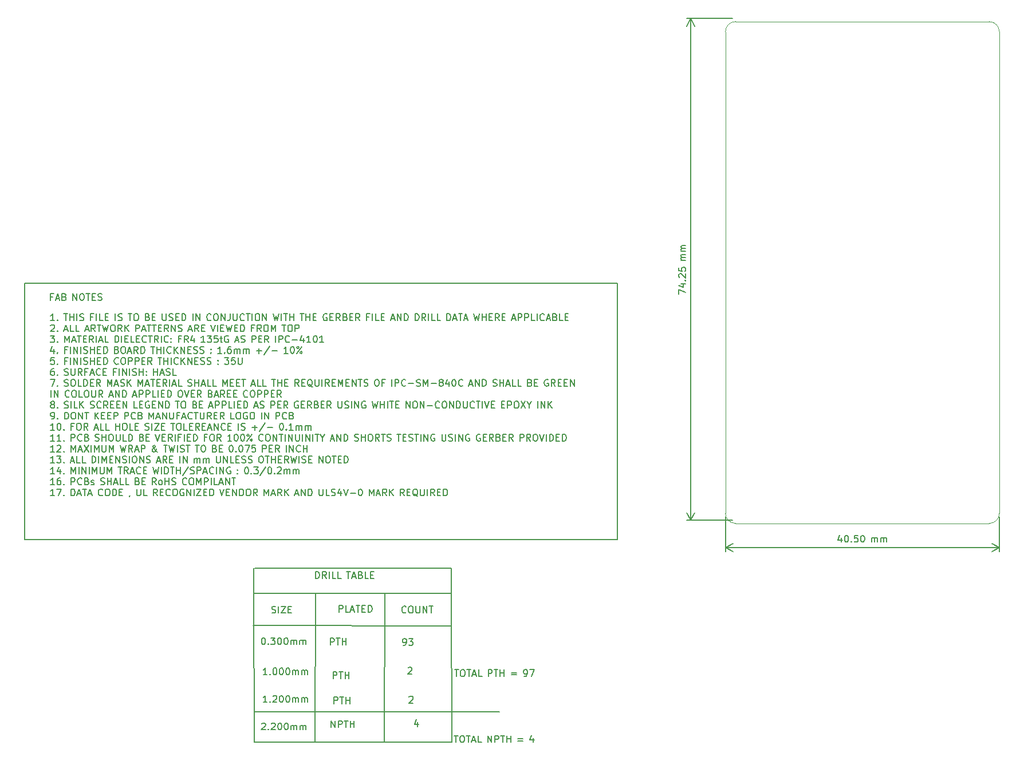
<source format=gbr>
%TF.GenerationSoftware,KiCad,Pcbnew,(7.0.0)*%
%TF.CreationDate,2023-07-13T15:07:20+05:30*%
%TF.ProjectId,EMO current sense INA190,454d4f20-6375-4727-9265-6e742073656e,1*%
%TF.SameCoordinates,Original*%
%TF.FileFunction,Other,User*%
%FSLAX46Y46*%
G04 Gerber Fmt 4.6, Leading zero omitted, Abs format (unit mm)*
G04 Created by KiCad (PCBNEW (7.0.0)) date 2023-07-13 15:07:20*
%MOMM*%
%LPD*%
G01*
G04 APERTURE LIST*
%ADD10C,0.150000*%
%TA.AperFunction,Profile*%
%ADD11C,0.100000*%
%TD*%
G04 APERTURE END LIST*
D10*
X83802400Y-111137400D02*
X83802400Y-107403600D01*
X83929400Y-107378200D02*
X112961600Y-107378200D01*
X83802400Y-111086600D02*
X83875000Y-133123100D01*
X83650000Y-115836400D02*
X112961600Y-115887200D01*
X112948900Y-107378200D02*
X112974300Y-111086600D01*
X103169900Y-111061200D02*
X103028200Y-133114400D01*
X112974300Y-111099300D02*
X113034200Y-133148500D01*
X83751600Y-111061200D02*
X112974300Y-111099300D01*
X83875000Y-133123100D02*
X113034200Y-133148500D01*
X83849600Y-128614600D02*
X120070000Y-128640000D01*
X49936200Y-65217800D02*
X137490000Y-65217800D01*
X137490000Y-65217800D02*
X137490000Y-103140000D01*
X137490000Y-103140000D02*
X49936200Y-103140000D01*
X49936200Y-103140000D02*
X49936200Y-65217800D01*
X92870200Y-111112000D02*
X92798200Y-133054400D01*
X86431276Y-113970961D02*
X86574133Y-114018580D01*
X86574133Y-114018580D02*
X86812228Y-114018580D01*
X86812228Y-114018580D02*
X86907466Y-113970961D01*
X86907466Y-113970961D02*
X86955085Y-113923342D01*
X86955085Y-113923342D02*
X87002704Y-113828104D01*
X87002704Y-113828104D02*
X87002704Y-113732866D01*
X87002704Y-113732866D02*
X86955085Y-113637628D01*
X86955085Y-113637628D02*
X86907466Y-113590009D01*
X86907466Y-113590009D02*
X86812228Y-113542390D01*
X86812228Y-113542390D02*
X86621752Y-113494771D01*
X86621752Y-113494771D02*
X86526514Y-113447152D01*
X86526514Y-113447152D02*
X86478895Y-113399533D01*
X86478895Y-113399533D02*
X86431276Y-113304295D01*
X86431276Y-113304295D02*
X86431276Y-113209057D01*
X86431276Y-113209057D02*
X86478895Y-113113819D01*
X86478895Y-113113819D02*
X86526514Y-113066200D01*
X86526514Y-113066200D02*
X86621752Y-113018580D01*
X86621752Y-113018580D02*
X86859847Y-113018580D01*
X86859847Y-113018580D02*
X87002704Y-113066200D01*
X87431276Y-114018580D02*
X87431276Y-113018580D01*
X87812228Y-113018580D02*
X88478894Y-113018580D01*
X88478894Y-113018580D02*
X87812228Y-114018580D01*
X87812228Y-114018580D02*
X88478894Y-114018580D01*
X88859847Y-113494771D02*
X89193180Y-113494771D01*
X89336037Y-114018580D02*
X88859847Y-114018580D01*
X88859847Y-114018580D02*
X88859847Y-113018580D01*
X88859847Y-113018580D02*
X89336037Y-113018580D01*
X85145371Y-117666780D02*
X85240609Y-117666780D01*
X85240609Y-117666780D02*
X85335847Y-117714400D01*
X85335847Y-117714400D02*
X85383466Y-117762019D01*
X85383466Y-117762019D02*
X85431085Y-117857257D01*
X85431085Y-117857257D02*
X85478704Y-118047733D01*
X85478704Y-118047733D02*
X85478704Y-118285828D01*
X85478704Y-118285828D02*
X85431085Y-118476304D01*
X85431085Y-118476304D02*
X85383466Y-118571542D01*
X85383466Y-118571542D02*
X85335847Y-118619161D01*
X85335847Y-118619161D02*
X85240609Y-118666780D01*
X85240609Y-118666780D02*
X85145371Y-118666780D01*
X85145371Y-118666780D02*
X85050133Y-118619161D01*
X85050133Y-118619161D02*
X85002514Y-118571542D01*
X85002514Y-118571542D02*
X84954895Y-118476304D01*
X84954895Y-118476304D02*
X84907276Y-118285828D01*
X84907276Y-118285828D02*
X84907276Y-118047733D01*
X84907276Y-118047733D02*
X84954895Y-117857257D01*
X84954895Y-117857257D02*
X85002514Y-117762019D01*
X85002514Y-117762019D02*
X85050133Y-117714400D01*
X85050133Y-117714400D02*
X85145371Y-117666780D01*
X85907276Y-118571542D02*
X85954895Y-118619161D01*
X85954895Y-118619161D02*
X85907276Y-118666780D01*
X85907276Y-118666780D02*
X85859657Y-118619161D01*
X85859657Y-118619161D02*
X85907276Y-118571542D01*
X85907276Y-118571542D02*
X85907276Y-118666780D01*
X86288228Y-117666780D02*
X86907275Y-117666780D01*
X86907275Y-117666780D02*
X86573942Y-118047733D01*
X86573942Y-118047733D02*
X86716799Y-118047733D01*
X86716799Y-118047733D02*
X86812037Y-118095352D01*
X86812037Y-118095352D02*
X86859656Y-118142971D01*
X86859656Y-118142971D02*
X86907275Y-118238209D01*
X86907275Y-118238209D02*
X86907275Y-118476304D01*
X86907275Y-118476304D02*
X86859656Y-118571542D01*
X86859656Y-118571542D02*
X86812037Y-118619161D01*
X86812037Y-118619161D02*
X86716799Y-118666780D01*
X86716799Y-118666780D02*
X86431085Y-118666780D01*
X86431085Y-118666780D02*
X86335847Y-118619161D01*
X86335847Y-118619161D02*
X86288228Y-118571542D01*
X87526323Y-117666780D02*
X87621561Y-117666780D01*
X87621561Y-117666780D02*
X87716799Y-117714400D01*
X87716799Y-117714400D02*
X87764418Y-117762019D01*
X87764418Y-117762019D02*
X87812037Y-117857257D01*
X87812037Y-117857257D02*
X87859656Y-118047733D01*
X87859656Y-118047733D02*
X87859656Y-118285828D01*
X87859656Y-118285828D02*
X87812037Y-118476304D01*
X87812037Y-118476304D02*
X87764418Y-118571542D01*
X87764418Y-118571542D02*
X87716799Y-118619161D01*
X87716799Y-118619161D02*
X87621561Y-118666780D01*
X87621561Y-118666780D02*
X87526323Y-118666780D01*
X87526323Y-118666780D02*
X87431085Y-118619161D01*
X87431085Y-118619161D02*
X87383466Y-118571542D01*
X87383466Y-118571542D02*
X87335847Y-118476304D01*
X87335847Y-118476304D02*
X87288228Y-118285828D01*
X87288228Y-118285828D02*
X87288228Y-118047733D01*
X87288228Y-118047733D02*
X87335847Y-117857257D01*
X87335847Y-117857257D02*
X87383466Y-117762019D01*
X87383466Y-117762019D02*
X87431085Y-117714400D01*
X87431085Y-117714400D02*
X87526323Y-117666780D01*
X88478704Y-117666780D02*
X88573942Y-117666780D01*
X88573942Y-117666780D02*
X88669180Y-117714400D01*
X88669180Y-117714400D02*
X88716799Y-117762019D01*
X88716799Y-117762019D02*
X88764418Y-117857257D01*
X88764418Y-117857257D02*
X88812037Y-118047733D01*
X88812037Y-118047733D02*
X88812037Y-118285828D01*
X88812037Y-118285828D02*
X88764418Y-118476304D01*
X88764418Y-118476304D02*
X88716799Y-118571542D01*
X88716799Y-118571542D02*
X88669180Y-118619161D01*
X88669180Y-118619161D02*
X88573942Y-118666780D01*
X88573942Y-118666780D02*
X88478704Y-118666780D01*
X88478704Y-118666780D02*
X88383466Y-118619161D01*
X88383466Y-118619161D02*
X88335847Y-118571542D01*
X88335847Y-118571542D02*
X88288228Y-118476304D01*
X88288228Y-118476304D02*
X88240609Y-118285828D01*
X88240609Y-118285828D02*
X88240609Y-118047733D01*
X88240609Y-118047733D02*
X88288228Y-117857257D01*
X88288228Y-117857257D02*
X88335847Y-117762019D01*
X88335847Y-117762019D02*
X88383466Y-117714400D01*
X88383466Y-117714400D02*
X88478704Y-117666780D01*
X89240609Y-118666780D02*
X89240609Y-118000114D01*
X89240609Y-118095352D02*
X89288228Y-118047733D01*
X89288228Y-118047733D02*
X89383466Y-118000114D01*
X89383466Y-118000114D02*
X89526323Y-118000114D01*
X89526323Y-118000114D02*
X89621561Y-118047733D01*
X89621561Y-118047733D02*
X89669180Y-118142971D01*
X89669180Y-118142971D02*
X89669180Y-118666780D01*
X89669180Y-118142971D02*
X89716799Y-118047733D01*
X89716799Y-118047733D02*
X89812037Y-118000114D01*
X89812037Y-118000114D02*
X89954894Y-118000114D01*
X89954894Y-118000114D02*
X90050133Y-118047733D01*
X90050133Y-118047733D02*
X90097752Y-118142971D01*
X90097752Y-118142971D02*
X90097752Y-118666780D01*
X90573942Y-118666780D02*
X90573942Y-118000114D01*
X90573942Y-118095352D02*
X90621561Y-118047733D01*
X90621561Y-118047733D02*
X90716799Y-118000114D01*
X90716799Y-118000114D02*
X90859656Y-118000114D01*
X90859656Y-118000114D02*
X90954894Y-118047733D01*
X90954894Y-118047733D02*
X91002513Y-118142971D01*
X91002513Y-118142971D02*
X91002513Y-118666780D01*
X91002513Y-118142971D02*
X91050132Y-118047733D01*
X91050132Y-118047733D02*
X91145370Y-118000114D01*
X91145370Y-118000114D02*
X91288227Y-118000114D01*
X91288227Y-118000114D02*
X91383466Y-118047733D01*
X91383466Y-118047733D02*
X91431085Y-118142971D01*
X91431085Y-118142971D02*
X91431085Y-118666780D01*
X85751904Y-127212380D02*
X85180476Y-127212380D01*
X85466190Y-127212380D02*
X85466190Y-126212380D01*
X85466190Y-126212380D02*
X85370952Y-126355238D01*
X85370952Y-126355238D02*
X85275714Y-126450476D01*
X85275714Y-126450476D02*
X85180476Y-126498095D01*
X86180476Y-127117142D02*
X86228095Y-127164761D01*
X86228095Y-127164761D02*
X86180476Y-127212380D01*
X86180476Y-127212380D02*
X86132857Y-127164761D01*
X86132857Y-127164761D02*
X86180476Y-127117142D01*
X86180476Y-127117142D02*
X86180476Y-127212380D01*
X86609047Y-126307619D02*
X86656666Y-126260000D01*
X86656666Y-126260000D02*
X86751904Y-126212380D01*
X86751904Y-126212380D02*
X86989999Y-126212380D01*
X86989999Y-126212380D02*
X87085237Y-126260000D01*
X87085237Y-126260000D02*
X87132856Y-126307619D01*
X87132856Y-126307619D02*
X87180475Y-126402857D01*
X87180475Y-126402857D02*
X87180475Y-126498095D01*
X87180475Y-126498095D02*
X87132856Y-126640952D01*
X87132856Y-126640952D02*
X86561428Y-127212380D01*
X86561428Y-127212380D02*
X87180475Y-127212380D01*
X87799523Y-126212380D02*
X87894761Y-126212380D01*
X87894761Y-126212380D02*
X87989999Y-126260000D01*
X87989999Y-126260000D02*
X88037618Y-126307619D01*
X88037618Y-126307619D02*
X88085237Y-126402857D01*
X88085237Y-126402857D02*
X88132856Y-126593333D01*
X88132856Y-126593333D02*
X88132856Y-126831428D01*
X88132856Y-126831428D02*
X88085237Y-127021904D01*
X88085237Y-127021904D02*
X88037618Y-127117142D01*
X88037618Y-127117142D02*
X87989999Y-127164761D01*
X87989999Y-127164761D02*
X87894761Y-127212380D01*
X87894761Y-127212380D02*
X87799523Y-127212380D01*
X87799523Y-127212380D02*
X87704285Y-127164761D01*
X87704285Y-127164761D02*
X87656666Y-127117142D01*
X87656666Y-127117142D02*
X87609047Y-127021904D01*
X87609047Y-127021904D02*
X87561428Y-126831428D01*
X87561428Y-126831428D02*
X87561428Y-126593333D01*
X87561428Y-126593333D02*
X87609047Y-126402857D01*
X87609047Y-126402857D02*
X87656666Y-126307619D01*
X87656666Y-126307619D02*
X87704285Y-126260000D01*
X87704285Y-126260000D02*
X87799523Y-126212380D01*
X88751904Y-126212380D02*
X88847142Y-126212380D01*
X88847142Y-126212380D02*
X88942380Y-126260000D01*
X88942380Y-126260000D02*
X88989999Y-126307619D01*
X88989999Y-126307619D02*
X89037618Y-126402857D01*
X89037618Y-126402857D02*
X89085237Y-126593333D01*
X89085237Y-126593333D02*
X89085237Y-126831428D01*
X89085237Y-126831428D02*
X89037618Y-127021904D01*
X89037618Y-127021904D02*
X88989999Y-127117142D01*
X88989999Y-127117142D02*
X88942380Y-127164761D01*
X88942380Y-127164761D02*
X88847142Y-127212380D01*
X88847142Y-127212380D02*
X88751904Y-127212380D01*
X88751904Y-127212380D02*
X88656666Y-127164761D01*
X88656666Y-127164761D02*
X88609047Y-127117142D01*
X88609047Y-127117142D02*
X88561428Y-127021904D01*
X88561428Y-127021904D02*
X88513809Y-126831428D01*
X88513809Y-126831428D02*
X88513809Y-126593333D01*
X88513809Y-126593333D02*
X88561428Y-126402857D01*
X88561428Y-126402857D02*
X88609047Y-126307619D01*
X88609047Y-126307619D02*
X88656666Y-126260000D01*
X88656666Y-126260000D02*
X88751904Y-126212380D01*
X89513809Y-127212380D02*
X89513809Y-126545714D01*
X89513809Y-126640952D02*
X89561428Y-126593333D01*
X89561428Y-126593333D02*
X89656666Y-126545714D01*
X89656666Y-126545714D02*
X89799523Y-126545714D01*
X89799523Y-126545714D02*
X89894761Y-126593333D01*
X89894761Y-126593333D02*
X89942380Y-126688571D01*
X89942380Y-126688571D02*
X89942380Y-127212380D01*
X89942380Y-126688571D02*
X89989999Y-126593333D01*
X89989999Y-126593333D02*
X90085237Y-126545714D01*
X90085237Y-126545714D02*
X90228094Y-126545714D01*
X90228094Y-126545714D02*
X90323333Y-126593333D01*
X90323333Y-126593333D02*
X90370952Y-126688571D01*
X90370952Y-126688571D02*
X90370952Y-127212380D01*
X90847142Y-127212380D02*
X90847142Y-126545714D01*
X90847142Y-126640952D02*
X90894761Y-126593333D01*
X90894761Y-126593333D02*
X90989999Y-126545714D01*
X90989999Y-126545714D02*
X91132856Y-126545714D01*
X91132856Y-126545714D02*
X91228094Y-126593333D01*
X91228094Y-126593333D02*
X91275713Y-126688571D01*
X91275713Y-126688571D02*
X91275713Y-127212380D01*
X91275713Y-126688571D02*
X91323332Y-126593333D01*
X91323332Y-126593333D02*
X91418570Y-126545714D01*
X91418570Y-126545714D02*
X91561427Y-126545714D01*
X91561427Y-126545714D02*
X91656666Y-126593333D01*
X91656666Y-126593333D02*
X91704285Y-126688571D01*
X91704285Y-126688571D02*
X91704285Y-127212380D01*
X54050928Y-67219571D02*
X53717595Y-67219571D01*
X53717595Y-67743380D02*
X53717595Y-66743380D01*
X53717595Y-66743380D02*
X54193785Y-66743380D01*
X54527119Y-67457666D02*
X55003309Y-67457666D01*
X54431881Y-67743380D02*
X54765214Y-66743380D01*
X54765214Y-66743380D02*
X55098547Y-67743380D01*
X55765214Y-67219571D02*
X55908071Y-67267190D01*
X55908071Y-67267190D02*
X55955690Y-67314809D01*
X55955690Y-67314809D02*
X56003309Y-67410047D01*
X56003309Y-67410047D02*
X56003309Y-67552904D01*
X56003309Y-67552904D02*
X55955690Y-67648142D01*
X55955690Y-67648142D02*
X55908071Y-67695761D01*
X55908071Y-67695761D02*
X55812833Y-67743380D01*
X55812833Y-67743380D02*
X55431881Y-67743380D01*
X55431881Y-67743380D02*
X55431881Y-66743380D01*
X55431881Y-66743380D02*
X55765214Y-66743380D01*
X55765214Y-66743380D02*
X55860452Y-66791000D01*
X55860452Y-66791000D02*
X55908071Y-66838619D01*
X55908071Y-66838619D02*
X55955690Y-66933857D01*
X55955690Y-66933857D02*
X55955690Y-67029095D01*
X55955690Y-67029095D02*
X55908071Y-67124333D01*
X55908071Y-67124333D02*
X55860452Y-67171952D01*
X55860452Y-67171952D02*
X55765214Y-67219571D01*
X55765214Y-67219571D02*
X55431881Y-67219571D01*
X57031881Y-67743380D02*
X57031881Y-66743380D01*
X57031881Y-66743380D02*
X57603309Y-67743380D01*
X57603309Y-67743380D02*
X57603309Y-66743380D01*
X58269976Y-66743380D02*
X58460452Y-66743380D01*
X58460452Y-66743380D02*
X58555690Y-66791000D01*
X58555690Y-66791000D02*
X58650928Y-66886238D01*
X58650928Y-66886238D02*
X58698547Y-67076714D01*
X58698547Y-67076714D02*
X58698547Y-67410047D01*
X58698547Y-67410047D02*
X58650928Y-67600523D01*
X58650928Y-67600523D02*
X58555690Y-67695761D01*
X58555690Y-67695761D02*
X58460452Y-67743380D01*
X58460452Y-67743380D02*
X58269976Y-67743380D01*
X58269976Y-67743380D02*
X58174738Y-67695761D01*
X58174738Y-67695761D02*
X58079500Y-67600523D01*
X58079500Y-67600523D02*
X58031881Y-67410047D01*
X58031881Y-67410047D02*
X58031881Y-67076714D01*
X58031881Y-67076714D02*
X58079500Y-66886238D01*
X58079500Y-66886238D02*
X58174738Y-66791000D01*
X58174738Y-66791000D02*
X58269976Y-66743380D01*
X58984262Y-66743380D02*
X59555690Y-66743380D01*
X59269976Y-67743380D02*
X59269976Y-66743380D01*
X59889024Y-67219571D02*
X60222357Y-67219571D01*
X60365214Y-67743380D02*
X59889024Y-67743380D01*
X59889024Y-67743380D02*
X59889024Y-66743380D01*
X59889024Y-66743380D02*
X60365214Y-66743380D01*
X60746167Y-67695761D02*
X60889024Y-67743380D01*
X60889024Y-67743380D02*
X61127119Y-67743380D01*
X61127119Y-67743380D02*
X61222357Y-67695761D01*
X61222357Y-67695761D02*
X61269976Y-67648142D01*
X61269976Y-67648142D02*
X61317595Y-67552904D01*
X61317595Y-67552904D02*
X61317595Y-67457666D01*
X61317595Y-67457666D02*
X61269976Y-67362428D01*
X61269976Y-67362428D02*
X61222357Y-67314809D01*
X61222357Y-67314809D02*
X61127119Y-67267190D01*
X61127119Y-67267190D02*
X60936643Y-67219571D01*
X60936643Y-67219571D02*
X60841405Y-67171952D01*
X60841405Y-67171952D02*
X60793786Y-67124333D01*
X60793786Y-67124333D02*
X60746167Y-67029095D01*
X60746167Y-67029095D02*
X60746167Y-66933857D01*
X60746167Y-66933857D02*
X60793786Y-66838619D01*
X60793786Y-66838619D02*
X60841405Y-66791000D01*
X60841405Y-66791000D02*
X60936643Y-66743380D01*
X60936643Y-66743380D02*
X61174738Y-66743380D01*
X61174738Y-66743380D02*
X61317595Y-66791000D01*
X105855914Y-118793780D02*
X106046390Y-118793780D01*
X106046390Y-118793780D02*
X106141628Y-118746161D01*
X106141628Y-118746161D02*
X106189247Y-118698542D01*
X106189247Y-118698542D02*
X106284485Y-118555685D01*
X106284485Y-118555685D02*
X106332104Y-118365209D01*
X106332104Y-118365209D02*
X106332104Y-117984257D01*
X106332104Y-117984257D02*
X106284485Y-117889019D01*
X106284485Y-117889019D02*
X106236866Y-117841400D01*
X106236866Y-117841400D02*
X106141628Y-117793780D01*
X106141628Y-117793780D02*
X105951152Y-117793780D01*
X105951152Y-117793780D02*
X105855914Y-117841400D01*
X105855914Y-117841400D02*
X105808295Y-117889019D01*
X105808295Y-117889019D02*
X105760676Y-117984257D01*
X105760676Y-117984257D02*
X105760676Y-118222352D01*
X105760676Y-118222352D02*
X105808295Y-118317590D01*
X105808295Y-118317590D02*
X105855914Y-118365209D01*
X105855914Y-118365209D02*
X105951152Y-118412828D01*
X105951152Y-118412828D02*
X106141628Y-118412828D01*
X106141628Y-118412828D02*
X106236866Y-118365209D01*
X106236866Y-118365209D02*
X106284485Y-118317590D01*
X106284485Y-118317590D02*
X106332104Y-118222352D01*
X106665438Y-117793780D02*
X107284485Y-117793780D01*
X107284485Y-117793780D02*
X106951152Y-118174733D01*
X106951152Y-118174733D02*
X107094009Y-118174733D01*
X107094009Y-118174733D02*
X107189247Y-118222352D01*
X107189247Y-118222352D02*
X107236866Y-118269971D01*
X107236866Y-118269971D02*
X107284485Y-118365209D01*
X107284485Y-118365209D02*
X107284485Y-118603304D01*
X107284485Y-118603304D02*
X107236866Y-118698542D01*
X107236866Y-118698542D02*
X107189247Y-118746161D01*
X107189247Y-118746161D02*
X107094009Y-118793780D01*
X107094009Y-118793780D02*
X106808295Y-118793780D01*
X106808295Y-118793780D02*
X106713057Y-118746161D01*
X106713057Y-118746161D02*
X106665438Y-118698542D01*
X96359495Y-113866180D02*
X96359495Y-112866180D01*
X96359495Y-112866180D02*
X96740447Y-112866180D01*
X96740447Y-112866180D02*
X96835685Y-112913800D01*
X96835685Y-112913800D02*
X96883304Y-112961419D01*
X96883304Y-112961419D02*
X96930923Y-113056657D01*
X96930923Y-113056657D02*
X96930923Y-113199514D01*
X96930923Y-113199514D02*
X96883304Y-113294752D01*
X96883304Y-113294752D02*
X96835685Y-113342371D01*
X96835685Y-113342371D02*
X96740447Y-113389990D01*
X96740447Y-113389990D02*
X96359495Y-113389990D01*
X97835685Y-113866180D02*
X97359495Y-113866180D01*
X97359495Y-113866180D02*
X97359495Y-112866180D01*
X98121400Y-113580466D02*
X98597590Y-113580466D01*
X98026162Y-113866180D02*
X98359495Y-112866180D01*
X98359495Y-112866180D02*
X98692828Y-113866180D01*
X98883305Y-112866180D02*
X99454733Y-112866180D01*
X99169019Y-113866180D02*
X99169019Y-112866180D01*
X99788067Y-113342371D02*
X100121400Y-113342371D01*
X100264257Y-113866180D02*
X99788067Y-113866180D01*
X99788067Y-113866180D02*
X99788067Y-112866180D01*
X99788067Y-112866180D02*
X100264257Y-112866180D01*
X100692829Y-113866180D02*
X100692829Y-112866180D01*
X100692829Y-112866180D02*
X100930924Y-112866180D01*
X100930924Y-112866180D02*
X101073781Y-112913800D01*
X101073781Y-112913800D02*
X101169019Y-113009038D01*
X101169019Y-113009038D02*
X101216638Y-113104276D01*
X101216638Y-113104276D02*
X101264257Y-113294752D01*
X101264257Y-113294752D02*
X101264257Y-113437609D01*
X101264257Y-113437609D02*
X101216638Y-113628085D01*
X101216638Y-113628085D02*
X101169019Y-113723323D01*
X101169019Y-113723323D02*
X101073781Y-113818561D01*
X101073781Y-113818561D02*
X100930924Y-113866180D01*
X100930924Y-113866180D02*
X100692829Y-113866180D01*
X106600476Y-122117619D02*
X106648095Y-122070000D01*
X106648095Y-122070000D02*
X106743333Y-122022380D01*
X106743333Y-122022380D02*
X106981428Y-122022380D01*
X106981428Y-122022380D02*
X107076666Y-122070000D01*
X107076666Y-122070000D02*
X107124285Y-122117619D01*
X107124285Y-122117619D02*
X107171904Y-122212857D01*
X107171904Y-122212857D02*
X107171904Y-122308095D01*
X107171904Y-122308095D02*
X107124285Y-122450952D01*
X107124285Y-122450952D02*
X106552857Y-123022380D01*
X106552857Y-123022380D02*
X107171904Y-123022380D01*
X95508095Y-123712380D02*
X95508095Y-122712380D01*
X95508095Y-122712380D02*
X95889047Y-122712380D01*
X95889047Y-122712380D02*
X95984285Y-122760000D01*
X95984285Y-122760000D02*
X96031904Y-122807619D01*
X96031904Y-122807619D02*
X96079523Y-122902857D01*
X96079523Y-122902857D02*
X96079523Y-123045714D01*
X96079523Y-123045714D02*
X96031904Y-123140952D01*
X96031904Y-123140952D02*
X95984285Y-123188571D01*
X95984285Y-123188571D02*
X95889047Y-123236190D01*
X95889047Y-123236190D02*
X95508095Y-123236190D01*
X96365238Y-122712380D02*
X96936666Y-122712380D01*
X96650952Y-123712380D02*
X96650952Y-122712380D01*
X97270000Y-123712380D02*
X97270000Y-122712380D01*
X97270000Y-123188571D02*
X97841428Y-123188571D01*
X97841428Y-123712380D02*
X97841428Y-122712380D01*
X92930495Y-108887780D02*
X92930495Y-107887780D01*
X92930495Y-107887780D02*
X93168590Y-107887780D01*
X93168590Y-107887780D02*
X93311447Y-107935400D01*
X93311447Y-107935400D02*
X93406685Y-108030638D01*
X93406685Y-108030638D02*
X93454304Y-108125876D01*
X93454304Y-108125876D02*
X93501923Y-108316352D01*
X93501923Y-108316352D02*
X93501923Y-108459209D01*
X93501923Y-108459209D02*
X93454304Y-108649685D01*
X93454304Y-108649685D02*
X93406685Y-108744923D01*
X93406685Y-108744923D02*
X93311447Y-108840161D01*
X93311447Y-108840161D02*
X93168590Y-108887780D01*
X93168590Y-108887780D02*
X92930495Y-108887780D01*
X94501923Y-108887780D02*
X94168590Y-108411590D01*
X93930495Y-108887780D02*
X93930495Y-107887780D01*
X93930495Y-107887780D02*
X94311447Y-107887780D01*
X94311447Y-107887780D02*
X94406685Y-107935400D01*
X94406685Y-107935400D02*
X94454304Y-107983019D01*
X94454304Y-107983019D02*
X94501923Y-108078257D01*
X94501923Y-108078257D02*
X94501923Y-108221114D01*
X94501923Y-108221114D02*
X94454304Y-108316352D01*
X94454304Y-108316352D02*
X94406685Y-108363971D01*
X94406685Y-108363971D02*
X94311447Y-108411590D01*
X94311447Y-108411590D02*
X93930495Y-108411590D01*
X94930495Y-108887780D02*
X94930495Y-107887780D01*
X95882875Y-108887780D02*
X95406685Y-108887780D01*
X95406685Y-108887780D02*
X95406685Y-107887780D01*
X96692399Y-108887780D02*
X96216209Y-108887780D01*
X96216209Y-108887780D02*
X96216209Y-107887780D01*
X97482876Y-107887780D02*
X98054304Y-107887780D01*
X97768590Y-108887780D02*
X97768590Y-107887780D01*
X98340019Y-108602066D02*
X98816209Y-108602066D01*
X98244781Y-108887780D02*
X98578114Y-107887780D01*
X98578114Y-107887780D02*
X98911447Y-108887780D01*
X99578114Y-108363971D02*
X99720971Y-108411590D01*
X99720971Y-108411590D02*
X99768590Y-108459209D01*
X99768590Y-108459209D02*
X99816209Y-108554447D01*
X99816209Y-108554447D02*
X99816209Y-108697304D01*
X99816209Y-108697304D02*
X99768590Y-108792542D01*
X99768590Y-108792542D02*
X99720971Y-108840161D01*
X99720971Y-108840161D02*
X99625733Y-108887780D01*
X99625733Y-108887780D02*
X99244781Y-108887780D01*
X99244781Y-108887780D02*
X99244781Y-107887780D01*
X99244781Y-107887780D02*
X99578114Y-107887780D01*
X99578114Y-107887780D02*
X99673352Y-107935400D01*
X99673352Y-107935400D02*
X99720971Y-107983019D01*
X99720971Y-107983019D02*
X99768590Y-108078257D01*
X99768590Y-108078257D02*
X99768590Y-108173495D01*
X99768590Y-108173495D02*
X99720971Y-108268733D01*
X99720971Y-108268733D02*
X99673352Y-108316352D01*
X99673352Y-108316352D02*
X99578114Y-108363971D01*
X99578114Y-108363971D02*
X99244781Y-108363971D01*
X100720971Y-108887780D02*
X100244781Y-108887780D01*
X100244781Y-108887780D02*
X100244781Y-107887780D01*
X101054305Y-108363971D02*
X101387638Y-108363971D01*
X101530495Y-108887780D02*
X101054305Y-108887780D01*
X101054305Y-108887780D02*
X101054305Y-107887780D01*
X101054305Y-107887780D02*
X101530495Y-107887780D01*
X95228695Y-130936980D02*
X95228695Y-129936980D01*
X95228695Y-129936980D02*
X95800123Y-130936980D01*
X95800123Y-130936980D02*
X95800123Y-129936980D01*
X96276314Y-130936980D02*
X96276314Y-129936980D01*
X96276314Y-129936980D02*
X96657266Y-129936980D01*
X96657266Y-129936980D02*
X96752504Y-129984600D01*
X96752504Y-129984600D02*
X96800123Y-130032219D01*
X96800123Y-130032219D02*
X96847742Y-130127457D01*
X96847742Y-130127457D02*
X96847742Y-130270314D01*
X96847742Y-130270314D02*
X96800123Y-130365552D01*
X96800123Y-130365552D02*
X96752504Y-130413171D01*
X96752504Y-130413171D02*
X96657266Y-130460790D01*
X96657266Y-130460790D02*
X96276314Y-130460790D01*
X97133457Y-129936980D02*
X97704885Y-129936980D01*
X97419171Y-130936980D02*
X97419171Y-129936980D01*
X98038219Y-130936980D02*
X98038219Y-129936980D01*
X98038219Y-130413171D02*
X98609647Y-130413171D01*
X98609647Y-130936980D02*
X98609647Y-129936980D01*
X84948676Y-130382019D02*
X84996295Y-130334400D01*
X84996295Y-130334400D02*
X85091533Y-130286780D01*
X85091533Y-130286780D02*
X85329628Y-130286780D01*
X85329628Y-130286780D02*
X85424866Y-130334400D01*
X85424866Y-130334400D02*
X85472485Y-130382019D01*
X85472485Y-130382019D02*
X85520104Y-130477257D01*
X85520104Y-130477257D02*
X85520104Y-130572495D01*
X85520104Y-130572495D02*
X85472485Y-130715352D01*
X85472485Y-130715352D02*
X84901057Y-131286780D01*
X84901057Y-131286780D02*
X85520104Y-131286780D01*
X85948676Y-131191542D02*
X85996295Y-131239161D01*
X85996295Y-131239161D02*
X85948676Y-131286780D01*
X85948676Y-131286780D02*
X85901057Y-131239161D01*
X85901057Y-131239161D02*
X85948676Y-131191542D01*
X85948676Y-131191542D02*
X85948676Y-131286780D01*
X86377247Y-130382019D02*
X86424866Y-130334400D01*
X86424866Y-130334400D02*
X86520104Y-130286780D01*
X86520104Y-130286780D02*
X86758199Y-130286780D01*
X86758199Y-130286780D02*
X86853437Y-130334400D01*
X86853437Y-130334400D02*
X86901056Y-130382019D01*
X86901056Y-130382019D02*
X86948675Y-130477257D01*
X86948675Y-130477257D02*
X86948675Y-130572495D01*
X86948675Y-130572495D02*
X86901056Y-130715352D01*
X86901056Y-130715352D02*
X86329628Y-131286780D01*
X86329628Y-131286780D02*
X86948675Y-131286780D01*
X87567723Y-130286780D02*
X87662961Y-130286780D01*
X87662961Y-130286780D02*
X87758199Y-130334400D01*
X87758199Y-130334400D02*
X87805818Y-130382019D01*
X87805818Y-130382019D02*
X87853437Y-130477257D01*
X87853437Y-130477257D02*
X87901056Y-130667733D01*
X87901056Y-130667733D02*
X87901056Y-130905828D01*
X87901056Y-130905828D02*
X87853437Y-131096304D01*
X87853437Y-131096304D02*
X87805818Y-131191542D01*
X87805818Y-131191542D02*
X87758199Y-131239161D01*
X87758199Y-131239161D02*
X87662961Y-131286780D01*
X87662961Y-131286780D02*
X87567723Y-131286780D01*
X87567723Y-131286780D02*
X87472485Y-131239161D01*
X87472485Y-131239161D02*
X87424866Y-131191542D01*
X87424866Y-131191542D02*
X87377247Y-131096304D01*
X87377247Y-131096304D02*
X87329628Y-130905828D01*
X87329628Y-130905828D02*
X87329628Y-130667733D01*
X87329628Y-130667733D02*
X87377247Y-130477257D01*
X87377247Y-130477257D02*
X87424866Y-130382019D01*
X87424866Y-130382019D02*
X87472485Y-130334400D01*
X87472485Y-130334400D02*
X87567723Y-130286780D01*
X88520104Y-130286780D02*
X88615342Y-130286780D01*
X88615342Y-130286780D02*
X88710580Y-130334400D01*
X88710580Y-130334400D02*
X88758199Y-130382019D01*
X88758199Y-130382019D02*
X88805818Y-130477257D01*
X88805818Y-130477257D02*
X88853437Y-130667733D01*
X88853437Y-130667733D02*
X88853437Y-130905828D01*
X88853437Y-130905828D02*
X88805818Y-131096304D01*
X88805818Y-131096304D02*
X88758199Y-131191542D01*
X88758199Y-131191542D02*
X88710580Y-131239161D01*
X88710580Y-131239161D02*
X88615342Y-131286780D01*
X88615342Y-131286780D02*
X88520104Y-131286780D01*
X88520104Y-131286780D02*
X88424866Y-131239161D01*
X88424866Y-131239161D02*
X88377247Y-131191542D01*
X88377247Y-131191542D02*
X88329628Y-131096304D01*
X88329628Y-131096304D02*
X88282009Y-130905828D01*
X88282009Y-130905828D02*
X88282009Y-130667733D01*
X88282009Y-130667733D02*
X88329628Y-130477257D01*
X88329628Y-130477257D02*
X88377247Y-130382019D01*
X88377247Y-130382019D02*
X88424866Y-130334400D01*
X88424866Y-130334400D02*
X88520104Y-130286780D01*
X89282009Y-131286780D02*
X89282009Y-130620114D01*
X89282009Y-130715352D02*
X89329628Y-130667733D01*
X89329628Y-130667733D02*
X89424866Y-130620114D01*
X89424866Y-130620114D02*
X89567723Y-130620114D01*
X89567723Y-130620114D02*
X89662961Y-130667733D01*
X89662961Y-130667733D02*
X89710580Y-130762971D01*
X89710580Y-130762971D02*
X89710580Y-131286780D01*
X89710580Y-130762971D02*
X89758199Y-130667733D01*
X89758199Y-130667733D02*
X89853437Y-130620114D01*
X89853437Y-130620114D02*
X89996294Y-130620114D01*
X89996294Y-130620114D02*
X90091533Y-130667733D01*
X90091533Y-130667733D02*
X90139152Y-130762971D01*
X90139152Y-130762971D02*
X90139152Y-131286780D01*
X90615342Y-131286780D02*
X90615342Y-130620114D01*
X90615342Y-130715352D02*
X90662961Y-130667733D01*
X90662961Y-130667733D02*
X90758199Y-130620114D01*
X90758199Y-130620114D02*
X90901056Y-130620114D01*
X90901056Y-130620114D02*
X90996294Y-130667733D01*
X90996294Y-130667733D02*
X91043913Y-130762971D01*
X91043913Y-130762971D02*
X91043913Y-131286780D01*
X91043913Y-130762971D02*
X91091532Y-130667733D01*
X91091532Y-130667733D02*
X91186770Y-130620114D01*
X91186770Y-130620114D02*
X91329627Y-130620114D01*
X91329627Y-130620114D02*
X91424866Y-130667733D01*
X91424866Y-130667733D02*
X91472485Y-130762971D01*
X91472485Y-130762971D02*
X91472485Y-131286780D01*
X106748676Y-126422019D02*
X106796295Y-126374400D01*
X106796295Y-126374400D02*
X106891533Y-126326780D01*
X106891533Y-126326780D02*
X107129628Y-126326780D01*
X107129628Y-126326780D02*
X107224866Y-126374400D01*
X107224866Y-126374400D02*
X107272485Y-126422019D01*
X107272485Y-126422019D02*
X107320104Y-126517257D01*
X107320104Y-126517257D02*
X107320104Y-126612495D01*
X107320104Y-126612495D02*
X107272485Y-126755352D01*
X107272485Y-126755352D02*
X106701057Y-127326780D01*
X106701057Y-127326780D02*
X107320104Y-127326780D01*
X95089495Y-118742980D02*
X95089495Y-117742980D01*
X95089495Y-117742980D02*
X95470447Y-117742980D01*
X95470447Y-117742980D02*
X95565685Y-117790600D01*
X95565685Y-117790600D02*
X95613304Y-117838219D01*
X95613304Y-117838219D02*
X95660923Y-117933457D01*
X95660923Y-117933457D02*
X95660923Y-118076314D01*
X95660923Y-118076314D02*
X95613304Y-118171552D01*
X95613304Y-118171552D02*
X95565685Y-118219171D01*
X95565685Y-118219171D02*
X95470447Y-118266790D01*
X95470447Y-118266790D02*
X95089495Y-118266790D01*
X95946638Y-117742980D02*
X96518066Y-117742980D01*
X96232352Y-118742980D02*
X96232352Y-117742980D01*
X96851400Y-118742980D02*
X96851400Y-117742980D01*
X96851400Y-118219171D02*
X97422828Y-118219171D01*
X97422828Y-118742980D02*
X97422828Y-117742980D01*
X106278123Y-113897942D02*
X106230504Y-113945561D01*
X106230504Y-113945561D02*
X106087647Y-113993180D01*
X106087647Y-113993180D02*
X105992409Y-113993180D01*
X105992409Y-113993180D02*
X105849552Y-113945561D01*
X105849552Y-113945561D02*
X105754314Y-113850323D01*
X105754314Y-113850323D02*
X105706695Y-113755085D01*
X105706695Y-113755085D02*
X105659076Y-113564609D01*
X105659076Y-113564609D02*
X105659076Y-113421752D01*
X105659076Y-113421752D02*
X105706695Y-113231276D01*
X105706695Y-113231276D02*
X105754314Y-113136038D01*
X105754314Y-113136038D02*
X105849552Y-113040800D01*
X105849552Y-113040800D02*
X105992409Y-112993180D01*
X105992409Y-112993180D02*
X106087647Y-112993180D01*
X106087647Y-112993180D02*
X106230504Y-113040800D01*
X106230504Y-113040800D02*
X106278123Y-113088419D01*
X106897171Y-112993180D02*
X107087647Y-112993180D01*
X107087647Y-112993180D02*
X107182885Y-113040800D01*
X107182885Y-113040800D02*
X107278123Y-113136038D01*
X107278123Y-113136038D02*
X107325742Y-113326514D01*
X107325742Y-113326514D02*
X107325742Y-113659847D01*
X107325742Y-113659847D02*
X107278123Y-113850323D01*
X107278123Y-113850323D02*
X107182885Y-113945561D01*
X107182885Y-113945561D02*
X107087647Y-113993180D01*
X107087647Y-113993180D02*
X106897171Y-113993180D01*
X106897171Y-113993180D02*
X106801933Y-113945561D01*
X106801933Y-113945561D02*
X106706695Y-113850323D01*
X106706695Y-113850323D02*
X106659076Y-113659847D01*
X106659076Y-113659847D02*
X106659076Y-113326514D01*
X106659076Y-113326514D02*
X106706695Y-113136038D01*
X106706695Y-113136038D02*
X106801933Y-113040800D01*
X106801933Y-113040800D02*
X106897171Y-112993180D01*
X107754314Y-112993180D02*
X107754314Y-113802704D01*
X107754314Y-113802704D02*
X107801933Y-113897942D01*
X107801933Y-113897942D02*
X107849552Y-113945561D01*
X107849552Y-113945561D02*
X107944790Y-113993180D01*
X107944790Y-113993180D02*
X108135266Y-113993180D01*
X108135266Y-113993180D02*
X108230504Y-113945561D01*
X108230504Y-113945561D02*
X108278123Y-113897942D01*
X108278123Y-113897942D02*
X108325742Y-113802704D01*
X108325742Y-113802704D02*
X108325742Y-112993180D01*
X108801933Y-113993180D02*
X108801933Y-112993180D01*
X108801933Y-112993180D02*
X109373361Y-113993180D01*
X109373361Y-113993180D02*
X109373361Y-112993180D01*
X109706695Y-112993180D02*
X110278123Y-112993180D01*
X109992409Y-113993180D02*
X109992409Y-112993180D01*
X108004866Y-130130114D02*
X108004866Y-130796780D01*
X107766771Y-129749161D02*
X107528676Y-130463447D01*
X107528676Y-130463447D02*
X108147723Y-130463447D01*
X113383438Y-132146780D02*
X113954866Y-132146780D01*
X113669152Y-133146780D02*
X113669152Y-132146780D01*
X114478676Y-132146780D02*
X114669152Y-132146780D01*
X114669152Y-132146780D02*
X114764390Y-132194400D01*
X114764390Y-132194400D02*
X114859628Y-132289638D01*
X114859628Y-132289638D02*
X114907247Y-132480114D01*
X114907247Y-132480114D02*
X114907247Y-132813447D01*
X114907247Y-132813447D02*
X114859628Y-133003923D01*
X114859628Y-133003923D02*
X114764390Y-133099161D01*
X114764390Y-133099161D02*
X114669152Y-133146780D01*
X114669152Y-133146780D02*
X114478676Y-133146780D01*
X114478676Y-133146780D02*
X114383438Y-133099161D01*
X114383438Y-133099161D02*
X114288200Y-133003923D01*
X114288200Y-133003923D02*
X114240581Y-132813447D01*
X114240581Y-132813447D02*
X114240581Y-132480114D01*
X114240581Y-132480114D02*
X114288200Y-132289638D01*
X114288200Y-132289638D02*
X114383438Y-132194400D01*
X114383438Y-132194400D02*
X114478676Y-132146780D01*
X115192962Y-132146780D02*
X115764390Y-132146780D01*
X115478676Y-133146780D02*
X115478676Y-132146780D01*
X116050105Y-132861066D02*
X116526295Y-132861066D01*
X115954867Y-133146780D02*
X116288200Y-132146780D01*
X116288200Y-132146780D02*
X116621533Y-133146780D01*
X117431057Y-133146780D02*
X116954867Y-133146780D01*
X116954867Y-133146780D02*
X116954867Y-132146780D01*
X118364391Y-133146780D02*
X118364391Y-132146780D01*
X118364391Y-132146780D02*
X118935819Y-133146780D01*
X118935819Y-133146780D02*
X118935819Y-132146780D01*
X119412010Y-133146780D02*
X119412010Y-132146780D01*
X119412010Y-132146780D02*
X119792962Y-132146780D01*
X119792962Y-132146780D02*
X119888200Y-132194400D01*
X119888200Y-132194400D02*
X119935819Y-132242019D01*
X119935819Y-132242019D02*
X119983438Y-132337257D01*
X119983438Y-132337257D02*
X119983438Y-132480114D01*
X119983438Y-132480114D02*
X119935819Y-132575352D01*
X119935819Y-132575352D02*
X119888200Y-132622971D01*
X119888200Y-132622971D02*
X119792962Y-132670590D01*
X119792962Y-132670590D02*
X119412010Y-132670590D01*
X120269153Y-132146780D02*
X120840581Y-132146780D01*
X120554867Y-133146780D02*
X120554867Y-132146780D01*
X121173915Y-133146780D02*
X121173915Y-132146780D01*
X121173915Y-132622971D02*
X121745343Y-132622971D01*
X121745343Y-133146780D02*
X121745343Y-132146780D01*
X122821534Y-132622971D02*
X123583439Y-132622971D01*
X123583439Y-132908685D02*
X122821534Y-132908685D01*
X125088200Y-132480114D02*
X125088200Y-133146780D01*
X124850105Y-132099161D02*
X124612010Y-132813447D01*
X124612010Y-132813447D02*
X125231057Y-132813447D01*
X95628095Y-127442380D02*
X95628095Y-126442380D01*
X95628095Y-126442380D02*
X96009047Y-126442380D01*
X96009047Y-126442380D02*
X96104285Y-126490000D01*
X96104285Y-126490000D02*
X96151904Y-126537619D01*
X96151904Y-126537619D02*
X96199523Y-126632857D01*
X96199523Y-126632857D02*
X96199523Y-126775714D01*
X96199523Y-126775714D02*
X96151904Y-126870952D01*
X96151904Y-126870952D02*
X96104285Y-126918571D01*
X96104285Y-126918571D02*
X96009047Y-126966190D01*
X96009047Y-126966190D02*
X95628095Y-126966190D01*
X96485238Y-126442380D02*
X97056666Y-126442380D01*
X96770952Y-127442380D02*
X96770952Y-126442380D01*
X97390000Y-127442380D02*
X97390000Y-126442380D01*
X97390000Y-126918571D02*
X97961428Y-126918571D01*
X97961428Y-127442380D02*
X97961428Y-126442380D01*
X113463238Y-122391180D02*
X114034666Y-122391180D01*
X113748952Y-123391180D02*
X113748952Y-122391180D01*
X114558476Y-122391180D02*
X114748952Y-122391180D01*
X114748952Y-122391180D02*
X114844190Y-122438800D01*
X114844190Y-122438800D02*
X114939428Y-122534038D01*
X114939428Y-122534038D02*
X114987047Y-122724514D01*
X114987047Y-122724514D02*
X114987047Y-123057847D01*
X114987047Y-123057847D02*
X114939428Y-123248323D01*
X114939428Y-123248323D02*
X114844190Y-123343561D01*
X114844190Y-123343561D02*
X114748952Y-123391180D01*
X114748952Y-123391180D02*
X114558476Y-123391180D01*
X114558476Y-123391180D02*
X114463238Y-123343561D01*
X114463238Y-123343561D02*
X114368000Y-123248323D01*
X114368000Y-123248323D02*
X114320381Y-123057847D01*
X114320381Y-123057847D02*
X114320381Y-122724514D01*
X114320381Y-122724514D02*
X114368000Y-122534038D01*
X114368000Y-122534038D02*
X114463238Y-122438800D01*
X114463238Y-122438800D02*
X114558476Y-122391180D01*
X115272762Y-122391180D02*
X115844190Y-122391180D01*
X115558476Y-123391180D02*
X115558476Y-122391180D01*
X116129905Y-123105466D02*
X116606095Y-123105466D01*
X116034667Y-123391180D02*
X116368000Y-122391180D01*
X116368000Y-122391180D02*
X116701333Y-123391180D01*
X117510857Y-123391180D02*
X117034667Y-123391180D01*
X117034667Y-123391180D02*
X117034667Y-122391180D01*
X118444191Y-123391180D02*
X118444191Y-122391180D01*
X118444191Y-122391180D02*
X118825143Y-122391180D01*
X118825143Y-122391180D02*
X118920381Y-122438800D01*
X118920381Y-122438800D02*
X118968000Y-122486419D01*
X118968000Y-122486419D02*
X119015619Y-122581657D01*
X119015619Y-122581657D02*
X119015619Y-122724514D01*
X119015619Y-122724514D02*
X118968000Y-122819752D01*
X118968000Y-122819752D02*
X118920381Y-122867371D01*
X118920381Y-122867371D02*
X118825143Y-122914990D01*
X118825143Y-122914990D02*
X118444191Y-122914990D01*
X119301334Y-122391180D02*
X119872762Y-122391180D01*
X119587048Y-123391180D02*
X119587048Y-122391180D01*
X120206096Y-123391180D02*
X120206096Y-122391180D01*
X120206096Y-122867371D02*
X120777524Y-122867371D01*
X120777524Y-123391180D02*
X120777524Y-122391180D01*
X121853715Y-122867371D02*
X122615620Y-122867371D01*
X122615620Y-123153085D02*
X121853715Y-123153085D01*
X123739429Y-123391180D02*
X123929905Y-123391180D01*
X123929905Y-123391180D02*
X124025143Y-123343561D01*
X124025143Y-123343561D02*
X124072762Y-123295942D01*
X124072762Y-123295942D02*
X124168000Y-123153085D01*
X124168000Y-123153085D02*
X124215619Y-122962609D01*
X124215619Y-122962609D02*
X124215619Y-122581657D01*
X124215619Y-122581657D02*
X124168000Y-122486419D01*
X124168000Y-122486419D02*
X124120381Y-122438800D01*
X124120381Y-122438800D02*
X124025143Y-122391180D01*
X124025143Y-122391180D02*
X123834667Y-122391180D01*
X123834667Y-122391180D02*
X123739429Y-122438800D01*
X123739429Y-122438800D02*
X123691810Y-122486419D01*
X123691810Y-122486419D02*
X123644191Y-122581657D01*
X123644191Y-122581657D02*
X123644191Y-122819752D01*
X123644191Y-122819752D02*
X123691810Y-122914990D01*
X123691810Y-122914990D02*
X123739429Y-122962609D01*
X123739429Y-122962609D02*
X123834667Y-123010228D01*
X123834667Y-123010228D02*
X124025143Y-123010228D01*
X124025143Y-123010228D02*
X124120381Y-122962609D01*
X124120381Y-122962609D02*
X124168000Y-122914990D01*
X124168000Y-122914990D02*
X124215619Y-122819752D01*
X124548953Y-122391180D02*
X125215619Y-122391180D01*
X125215619Y-122391180D02*
X124787048Y-123391180D01*
X54317604Y-70728580D02*
X53746176Y-70728580D01*
X54031890Y-70728580D02*
X54031890Y-69728580D01*
X54031890Y-69728580D02*
X53936652Y-69871438D01*
X53936652Y-69871438D02*
X53841414Y-69966676D01*
X53841414Y-69966676D02*
X53746176Y-70014295D01*
X54746176Y-70633342D02*
X54793795Y-70680961D01*
X54793795Y-70680961D02*
X54746176Y-70728580D01*
X54746176Y-70728580D02*
X54698557Y-70680961D01*
X54698557Y-70680961D02*
X54746176Y-70633342D01*
X54746176Y-70633342D02*
X54746176Y-70728580D01*
X55679509Y-69728580D02*
X56250937Y-69728580D01*
X55965223Y-70728580D02*
X55965223Y-69728580D01*
X56584271Y-70728580D02*
X56584271Y-69728580D01*
X56584271Y-70204771D02*
X57155699Y-70204771D01*
X57155699Y-70728580D02*
X57155699Y-69728580D01*
X57631890Y-70728580D02*
X57631890Y-69728580D01*
X58060461Y-70680961D02*
X58203318Y-70728580D01*
X58203318Y-70728580D02*
X58441413Y-70728580D01*
X58441413Y-70728580D02*
X58536651Y-70680961D01*
X58536651Y-70680961D02*
X58584270Y-70633342D01*
X58584270Y-70633342D02*
X58631889Y-70538104D01*
X58631889Y-70538104D02*
X58631889Y-70442866D01*
X58631889Y-70442866D02*
X58584270Y-70347628D01*
X58584270Y-70347628D02*
X58536651Y-70300009D01*
X58536651Y-70300009D02*
X58441413Y-70252390D01*
X58441413Y-70252390D02*
X58250937Y-70204771D01*
X58250937Y-70204771D02*
X58155699Y-70157152D01*
X58155699Y-70157152D02*
X58108080Y-70109533D01*
X58108080Y-70109533D02*
X58060461Y-70014295D01*
X58060461Y-70014295D02*
X58060461Y-69919057D01*
X58060461Y-69919057D02*
X58108080Y-69823819D01*
X58108080Y-69823819D02*
X58155699Y-69776200D01*
X58155699Y-69776200D02*
X58250937Y-69728580D01*
X58250937Y-69728580D02*
X58489032Y-69728580D01*
X58489032Y-69728580D02*
X58631889Y-69776200D01*
X59993794Y-70204771D02*
X59660461Y-70204771D01*
X59660461Y-70728580D02*
X59660461Y-69728580D01*
X59660461Y-69728580D02*
X60136651Y-69728580D01*
X60517604Y-70728580D02*
X60517604Y-69728580D01*
X61469984Y-70728580D02*
X60993794Y-70728580D01*
X60993794Y-70728580D02*
X60993794Y-69728580D01*
X61803318Y-70204771D02*
X62136651Y-70204771D01*
X62279508Y-70728580D02*
X61803318Y-70728580D01*
X61803318Y-70728580D02*
X61803318Y-69728580D01*
X61803318Y-69728580D02*
X62279508Y-69728580D01*
X63308080Y-70728580D02*
X63308080Y-69728580D01*
X63736651Y-70680961D02*
X63879508Y-70728580D01*
X63879508Y-70728580D02*
X64117603Y-70728580D01*
X64117603Y-70728580D02*
X64212841Y-70680961D01*
X64212841Y-70680961D02*
X64260460Y-70633342D01*
X64260460Y-70633342D02*
X64308079Y-70538104D01*
X64308079Y-70538104D02*
X64308079Y-70442866D01*
X64308079Y-70442866D02*
X64260460Y-70347628D01*
X64260460Y-70347628D02*
X64212841Y-70300009D01*
X64212841Y-70300009D02*
X64117603Y-70252390D01*
X64117603Y-70252390D02*
X63927127Y-70204771D01*
X63927127Y-70204771D02*
X63831889Y-70157152D01*
X63831889Y-70157152D02*
X63784270Y-70109533D01*
X63784270Y-70109533D02*
X63736651Y-70014295D01*
X63736651Y-70014295D02*
X63736651Y-69919057D01*
X63736651Y-69919057D02*
X63784270Y-69823819D01*
X63784270Y-69823819D02*
X63831889Y-69776200D01*
X63831889Y-69776200D02*
X63927127Y-69728580D01*
X63927127Y-69728580D02*
X64165222Y-69728580D01*
X64165222Y-69728580D02*
X64308079Y-69776200D01*
X65193794Y-69728580D02*
X65765222Y-69728580D01*
X65479508Y-70728580D02*
X65479508Y-69728580D01*
X66289032Y-69728580D02*
X66479508Y-69728580D01*
X66479508Y-69728580D02*
X66574746Y-69776200D01*
X66574746Y-69776200D02*
X66669984Y-69871438D01*
X66669984Y-69871438D02*
X66717603Y-70061914D01*
X66717603Y-70061914D02*
X66717603Y-70395247D01*
X66717603Y-70395247D02*
X66669984Y-70585723D01*
X66669984Y-70585723D02*
X66574746Y-70680961D01*
X66574746Y-70680961D02*
X66479508Y-70728580D01*
X66479508Y-70728580D02*
X66289032Y-70728580D01*
X66289032Y-70728580D02*
X66193794Y-70680961D01*
X66193794Y-70680961D02*
X66098556Y-70585723D01*
X66098556Y-70585723D02*
X66050937Y-70395247D01*
X66050937Y-70395247D02*
X66050937Y-70061914D01*
X66050937Y-70061914D02*
X66098556Y-69871438D01*
X66098556Y-69871438D02*
X66193794Y-69776200D01*
X66193794Y-69776200D02*
X66289032Y-69728580D01*
X68079508Y-70204771D02*
X68222365Y-70252390D01*
X68222365Y-70252390D02*
X68269984Y-70300009D01*
X68269984Y-70300009D02*
X68317603Y-70395247D01*
X68317603Y-70395247D02*
X68317603Y-70538104D01*
X68317603Y-70538104D02*
X68269984Y-70633342D01*
X68269984Y-70633342D02*
X68222365Y-70680961D01*
X68222365Y-70680961D02*
X68127127Y-70728580D01*
X68127127Y-70728580D02*
X67746175Y-70728580D01*
X67746175Y-70728580D02*
X67746175Y-69728580D01*
X67746175Y-69728580D02*
X68079508Y-69728580D01*
X68079508Y-69728580D02*
X68174746Y-69776200D01*
X68174746Y-69776200D02*
X68222365Y-69823819D01*
X68222365Y-69823819D02*
X68269984Y-69919057D01*
X68269984Y-69919057D02*
X68269984Y-70014295D01*
X68269984Y-70014295D02*
X68222365Y-70109533D01*
X68222365Y-70109533D02*
X68174746Y-70157152D01*
X68174746Y-70157152D02*
X68079508Y-70204771D01*
X68079508Y-70204771D02*
X67746175Y-70204771D01*
X68746175Y-70204771D02*
X69079508Y-70204771D01*
X69222365Y-70728580D02*
X68746175Y-70728580D01*
X68746175Y-70728580D02*
X68746175Y-69728580D01*
X68746175Y-69728580D02*
X69222365Y-69728580D01*
X70250937Y-69728580D02*
X70250937Y-70538104D01*
X70250937Y-70538104D02*
X70298556Y-70633342D01*
X70298556Y-70633342D02*
X70346175Y-70680961D01*
X70346175Y-70680961D02*
X70441413Y-70728580D01*
X70441413Y-70728580D02*
X70631889Y-70728580D01*
X70631889Y-70728580D02*
X70727127Y-70680961D01*
X70727127Y-70680961D02*
X70774746Y-70633342D01*
X70774746Y-70633342D02*
X70822365Y-70538104D01*
X70822365Y-70538104D02*
X70822365Y-69728580D01*
X71250937Y-70680961D02*
X71393794Y-70728580D01*
X71393794Y-70728580D02*
X71631889Y-70728580D01*
X71631889Y-70728580D02*
X71727127Y-70680961D01*
X71727127Y-70680961D02*
X71774746Y-70633342D01*
X71774746Y-70633342D02*
X71822365Y-70538104D01*
X71822365Y-70538104D02*
X71822365Y-70442866D01*
X71822365Y-70442866D02*
X71774746Y-70347628D01*
X71774746Y-70347628D02*
X71727127Y-70300009D01*
X71727127Y-70300009D02*
X71631889Y-70252390D01*
X71631889Y-70252390D02*
X71441413Y-70204771D01*
X71441413Y-70204771D02*
X71346175Y-70157152D01*
X71346175Y-70157152D02*
X71298556Y-70109533D01*
X71298556Y-70109533D02*
X71250937Y-70014295D01*
X71250937Y-70014295D02*
X71250937Y-69919057D01*
X71250937Y-69919057D02*
X71298556Y-69823819D01*
X71298556Y-69823819D02*
X71346175Y-69776200D01*
X71346175Y-69776200D02*
X71441413Y-69728580D01*
X71441413Y-69728580D02*
X71679508Y-69728580D01*
X71679508Y-69728580D02*
X71822365Y-69776200D01*
X72250937Y-70204771D02*
X72584270Y-70204771D01*
X72727127Y-70728580D02*
X72250937Y-70728580D01*
X72250937Y-70728580D02*
X72250937Y-69728580D01*
X72250937Y-69728580D02*
X72727127Y-69728580D01*
X73155699Y-70728580D02*
X73155699Y-69728580D01*
X73155699Y-69728580D02*
X73393794Y-69728580D01*
X73393794Y-69728580D02*
X73536651Y-69776200D01*
X73536651Y-69776200D02*
X73631889Y-69871438D01*
X73631889Y-69871438D02*
X73679508Y-69966676D01*
X73679508Y-69966676D02*
X73727127Y-70157152D01*
X73727127Y-70157152D02*
X73727127Y-70300009D01*
X73727127Y-70300009D02*
X73679508Y-70490485D01*
X73679508Y-70490485D02*
X73631889Y-70585723D01*
X73631889Y-70585723D02*
X73536651Y-70680961D01*
X73536651Y-70680961D02*
X73393794Y-70728580D01*
X73393794Y-70728580D02*
X73155699Y-70728580D01*
X74755699Y-70728580D02*
X74755699Y-69728580D01*
X75231889Y-70728580D02*
X75231889Y-69728580D01*
X75231889Y-69728580D02*
X75803317Y-70728580D01*
X75803317Y-70728580D02*
X75803317Y-69728580D01*
X77450936Y-70633342D02*
X77403317Y-70680961D01*
X77403317Y-70680961D02*
X77260460Y-70728580D01*
X77260460Y-70728580D02*
X77165222Y-70728580D01*
X77165222Y-70728580D02*
X77022365Y-70680961D01*
X77022365Y-70680961D02*
X76927127Y-70585723D01*
X76927127Y-70585723D02*
X76879508Y-70490485D01*
X76879508Y-70490485D02*
X76831889Y-70300009D01*
X76831889Y-70300009D02*
X76831889Y-70157152D01*
X76831889Y-70157152D02*
X76879508Y-69966676D01*
X76879508Y-69966676D02*
X76927127Y-69871438D01*
X76927127Y-69871438D02*
X77022365Y-69776200D01*
X77022365Y-69776200D02*
X77165222Y-69728580D01*
X77165222Y-69728580D02*
X77260460Y-69728580D01*
X77260460Y-69728580D02*
X77403317Y-69776200D01*
X77403317Y-69776200D02*
X77450936Y-69823819D01*
X78069984Y-69728580D02*
X78260460Y-69728580D01*
X78260460Y-69728580D02*
X78355698Y-69776200D01*
X78355698Y-69776200D02*
X78450936Y-69871438D01*
X78450936Y-69871438D02*
X78498555Y-70061914D01*
X78498555Y-70061914D02*
X78498555Y-70395247D01*
X78498555Y-70395247D02*
X78450936Y-70585723D01*
X78450936Y-70585723D02*
X78355698Y-70680961D01*
X78355698Y-70680961D02*
X78260460Y-70728580D01*
X78260460Y-70728580D02*
X78069984Y-70728580D01*
X78069984Y-70728580D02*
X77974746Y-70680961D01*
X77974746Y-70680961D02*
X77879508Y-70585723D01*
X77879508Y-70585723D02*
X77831889Y-70395247D01*
X77831889Y-70395247D02*
X77831889Y-70061914D01*
X77831889Y-70061914D02*
X77879508Y-69871438D01*
X77879508Y-69871438D02*
X77974746Y-69776200D01*
X77974746Y-69776200D02*
X78069984Y-69728580D01*
X78927127Y-70728580D02*
X78927127Y-69728580D01*
X78927127Y-69728580D02*
X79498555Y-70728580D01*
X79498555Y-70728580D02*
X79498555Y-69728580D01*
X80260460Y-69728580D02*
X80260460Y-70442866D01*
X80260460Y-70442866D02*
X80212841Y-70585723D01*
X80212841Y-70585723D02*
X80117603Y-70680961D01*
X80117603Y-70680961D02*
X79974746Y-70728580D01*
X79974746Y-70728580D02*
X79879508Y-70728580D01*
X80736651Y-69728580D02*
X80736651Y-70538104D01*
X80736651Y-70538104D02*
X80784270Y-70633342D01*
X80784270Y-70633342D02*
X80831889Y-70680961D01*
X80831889Y-70680961D02*
X80927127Y-70728580D01*
X80927127Y-70728580D02*
X81117603Y-70728580D01*
X81117603Y-70728580D02*
X81212841Y-70680961D01*
X81212841Y-70680961D02*
X81260460Y-70633342D01*
X81260460Y-70633342D02*
X81308079Y-70538104D01*
X81308079Y-70538104D02*
X81308079Y-69728580D01*
X82355698Y-70633342D02*
X82308079Y-70680961D01*
X82308079Y-70680961D02*
X82165222Y-70728580D01*
X82165222Y-70728580D02*
X82069984Y-70728580D01*
X82069984Y-70728580D02*
X81927127Y-70680961D01*
X81927127Y-70680961D02*
X81831889Y-70585723D01*
X81831889Y-70585723D02*
X81784270Y-70490485D01*
X81784270Y-70490485D02*
X81736651Y-70300009D01*
X81736651Y-70300009D02*
X81736651Y-70157152D01*
X81736651Y-70157152D02*
X81784270Y-69966676D01*
X81784270Y-69966676D02*
X81831889Y-69871438D01*
X81831889Y-69871438D02*
X81927127Y-69776200D01*
X81927127Y-69776200D02*
X82069984Y-69728580D01*
X82069984Y-69728580D02*
X82165222Y-69728580D01*
X82165222Y-69728580D02*
X82308079Y-69776200D01*
X82308079Y-69776200D02*
X82355698Y-69823819D01*
X82641413Y-69728580D02*
X83212841Y-69728580D01*
X82927127Y-70728580D02*
X82927127Y-69728580D01*
X83546175Y-70728580D02*
X83546175Y-69728580D01*
X84212841Y-69728580D02*
X84403317Y-69728580D01*
X84403317Y-69728580D02*
X84498555Y-69776200D01*
X84498555Y-69776200D02*
X84593793Y-69871438D01*
X84593793Y-69871438D02*
X84641412Y-70061914D01*
X84641412Y-70061914D02*
X84641412Y-70395247D01*
X84641412Y-70395247D02*
X84593793Y-70585723D01*
X84593793Y-70585723D02*
X84498555Y-70680961D01*
X84498555Y-70680961D02*
X84403317Y-70728580D01*
X84403317Y-70728580D02*
X84212841Y-70728580D01*
X84212841Y-70728580D02*
X84117603Y-70680961D01*
X84117603Y-70680961D02*
X84022365Y-70585723D01*
X84022365Y-70585723D02*
X83974746Y-70395247D01*
X83974746Y-70395247D02*
X83974746Y-70061914D01*
X83974746Y-70061914D02*
X84022365Y-69871438D01*
X84022365Y-69871438D02*
X84117603Y-69776200D01*
X84117603Y-69776200D02*
X84212841Y-69728580D01*
X85069984Y-70728580D02*
X85069984Y-69728580D01*
X85069984Y-69728580D02*
X85641412Y-70728580D01*
X85641412Y-70728580D02*
X85641412Y-69728580D01*
X86622365Y-69728580D02*
X86860460Y-70728580D01*
X86860460Y-70728580D02*
X87050936Y-70014295D01*
X87050936Y-70014295D02*
X87241412Y-70728580D01*
X87241412Y-70728580D02*
X87479508Y-69728580D01*
X87860460Y-70728580D02*
X87860460Y-69728580D01*
X88193793Y-69728580D02*
X88765221Y-69728580D01*
X88479507Y-70728580D02*
X88479507Y-69728580D01*
X89098555Y-70728580D02*
X89098555Y-69728580D01*
X89098555Y-70204771D02*
X89669983Y-70204771D01*
X89669983Y-70728580D02*
X89669983Y-69728580D01*
X90603317Y-69728580D02*
X91174745Y-69728580D01*
X90889031Y-70728580D02*
X90889031Y-69728580D01*
X91508079Y-70728580D02*
X91508079Y-69728580D01*
X91508079Y-70204771D02*
X92079507Y-70204771D01*
X92079507Y-70728580D02*
X92079507Y-69728580D01*
X92555698Y-70204771D02*
X92889031Y-70204771D01*
X93031888Y-70728580D02*
X92555698Y-70728580D01*
X92555698Y-70728580D02*
X92555698Y-69728580D01*
X92555698Y-69728580D02*
X93031888Y-69728580D01*
X94584269Y-69776200D02*
X94489031Y-69728580D01*
X94489031Y-69728580D02*
X94346174Y-69728580D01*
X94346174Y-69728580D02*
X94203317Y-69776200D01*
X94203317Y-69776200D02*
X94108079Y-69871438D01*
X94108079Y-69871438D02*
X94060460Y-69966676D01*
X94060460Y-69966676D02*
X94012841Y-70157152D01*
X94012841Y-70157152D02*
X94012841Y-70300009D01*
X94012841Y-70300009D02*
X94060460Y-70490485D01*
X94060460Y-70490485D02*
X94108079Y-70585723D01*
X94108079Y-70585723D02*
X94203317Y-70680961D01*
X94203317Y-70680961D02*
X94346174Y-70728580D01*
X94346174Y-70728580D02*
X94441412Y-70728580D01*
X94441412Y-70728580D02*
X94584269Y-70680961D01*
X94584269Y-70680961D02*
X94631888Y-70633342D01*
X94631888Y-70633342D02*
X94631888Y-70300009D01*
X94631888Y-70300009D02*
X94441412Y-70300009D01*
X95060460Y-70204771D02*
X95393793Y-70204771D01*
X95536650Y-70728580D02*
X95060460Y-70728580D01*
X95060460Y-70728580D02*
X95060460Y-69728580D01*
X95060460Y-69728580D02*
X95536650Y-69728580D01*
X96536650Y-70728580D02*
X96203317Y-70252390D01*
X95965222Y-70728580D02*
X95965222Y-69728580D01*
X95965222Y-69728580D02*
X96346174Y-69728580D01*
X96346174Y-69728580D02*
X96441412Y-69776200D01*
X96441412Y-69776200D02*
X96489031Y-69823819D01*
X96489031Y-69823819D02*
X96536650Y-69919057D01*
X96536650Y-69919057D02*
X96536650Y-70061914D01*
X96536650Y-70061914D02*
X96489031Y-70157152D01*
X96489031Y-70157152D02*
X96441412Y-70204771D01*
X96441412Y-70204771D02*
X96346174Y-70252390D01*
X96346174Y-70252390D02*
X95965222Y-70252390D01*
X97298555Y-70204771D02*
X97441412Y-70252390D01*
X97441412Y-70252390D02*
X97489031Y-70300009D01*
X97489031Y-70300009D02*
X97536650Y-70395247D01*
X97536650Y-70395247D02*
X97536650Y-70538104D01*
X97536650Y-70538104D02*
X97489031Y-70633342D01*
X97489031Y-70633342D02*
X97441412Y-70680961D01*
X97441412Y-70680961D02*
X97346174Y-70728580D01*
X97346174Y-70728580D02*
X96965222Y-70728580D01*
X96965222Y-70728580D02*
X96965222Y-69728580D01*
X96965222Y-69728580D02*
X97298555Y-69728580D01*
X97298555Y-69728580D02*
X97393793Y-69776200D01*
X97393793Y-69776200D02*
X97441412Y-69823819D01*
X97441412Y-69823819D02*
X97489031Y-69919057D01*
X97489031Y-69919057D02*
X97489031Y-70014295D01*
X97489031Y-70014295D02*
X97441412Y-70109533D01*
X97441412Y-70109533D02*
X97393793Y-70157152D01*
X97393793Y-70157152D02*
X97298555Y-70204771D01*
X97298555Y-70204771D02*
X96965222Y-70204771D01*
X97965222Y-70204771D02*
X98298555Y-70204771D01*
X98441412Y-70728580D02*
X97965222Y-70728580D01*
X97965222Y-70728580D02*
X97965222Y-69728580D01*
X97965222Y-69728580D02*
X98441412Y-69728580D01*
X99441412Y-70728580D02*
X99108079Y-70252390D01*
X98869984Y-70728580D02*
X98869984Y-69728580D01*
X98869984Y-69728580D02*
X99250936Y-69728580D01*
X99250936Y-69728580D02*
X99346174Y-69776200D01*
X99346174Y-69776200D02*
X99393793Y-69823819D01*
X99393793Y-69823819D02*
X99441412Y-69919057D01*
X99441412Y-69919057D02*
X99441412Y-70061914D01*
X99441412Y-70061914D02*
X99393793Y-70157152D01*
X99393793Y-70157152D02*
X99346174Y-70204771D01*
X99346174Y-70204771D02*
X99250936Y-70252390D01*
X99250936Y-70252390D02*
X98869984Y-70252390D01*
X100803317Y-70204771D02*
X100469984Y-70204771D01*
X100469984Y-70728580D02*
X100469984Y-69728580D01*
X100469984Y-69728580D02*
X100946174Y-69728580D01*
X101327127Y-70728580D02*
X101327127Y-69728580D01*
X102279507Y-70728580D02*
X101803317Y-70728580D01*
X101803317Y-70728580D02*
X101803317Y-69728580D01*
X102612841Y-70204771D02*
X102946174Y-70204771D01*
X103089031Y-70728580D02*
X102612841Y-70728580D01*
X102612841Y-70728580D02*
X102612841Y-69728580D01*
X102612841Y-69728580D02*
X103089031Y-69728580D01*
X104069984Y-70442866D02*
X104546174Y-70442866D01*
X103974746Y-70728580D02*
X104308079Y-69728580D01*
X104308079Y-69728580D02*
X104641412Y-70728580D01*
X104974746Y-70728580D02*
X104974746Y-69728580D01*
X104974746Y-69728580D02*
X105546174Y-70728580D01*
X105546174Y-70728580D02*
X105546174Y-69728580D01*
X106022365Y-70728580D02*
X106022365Y-69728580D01*
X106022365Y-69728580D02*
X106260460Y-69728580D01*
X106260460Y-69728580D02*
X106403317Y-69776200D01*
X106403317Y-69776200D02*
X106498555Y-69871438D01*
X106498555Y-69871438D02*
X106546174Y-69966676D01*
X106546174Y-69966676D02*
X106593793Y-70157152D01*
X106593793Y-70157152D02*
X106593793Y-70300009D01*
X106593793Y-70300009D02*
X106546174Y-70490485D01*
X106546174Y-70490485D02*
X106498555Y-70585723D01*
X106498555Y-70585723D02*
X106403317Y-70680961D01*
X106403317Y-70680961D02*
X106260460Y-70728580D01*
X106260460Y-70728580D02*
X106022365Y-70728580D01*
X107622365Y-70728580D02*
X107622365Y-69728580D01*
X107622365Y-69728580D02*
X107860460Y-69728580D01*
X107860460Y-69728580D02*
X108003317Y-69776200D01*
X108003317Y-69776200D02*
X108098555Y-69871438D01*
X108098555Y-69871438D02*
X108146174Y-69966676D01*
X108146174Y-69966676D02*
X108193793Y-70157152D01*
X108193793Y-70157152D02*
X108193793Y-70300009D01*
X108193793Y-70300009D02*
X108146174Y-70490485D01*
X108146174Y-70490485D02*
X108098555Y-70585723D01*
X108098555Y-70585723D02*
X108003317Y-70680961D01*
X108003317Y-70680961D02*
X107860460Y-70728580D01*
X107860460Y-70728580D02*
X107622365Y-70728580D01*
X109193793Y-70728580D02*
X108860460Y-70252390D01*
X108622365Y-70728580D02*
X108622365Y-69728580D01*
X108622365Y-69728580D02*
X109003317Y-69728580D01*
X109003317Y-69728580D02*
X109098555Y-69776200D01*
X109098555Y-69776200D02*
X109146174Y-69823819D01*
X109146174Y-69823819D02*
X109193793Y-69919057D01*
X109193793Y-69919057D02*
X109193793Y-70061914D01*
X109193793Y-70061914D02*
X109146174Y-70157152D01*
X109146174Y-70157152D02*
X109098555Y-70204771D01*
X109098555Y-70204771D02*
X109003317Y-70252390D01*
X109003317Y-70252390D02*
X108622365Y-70252390D01*
X109622365Y-70728580D02*
X109622365Y-69728580D01*
X110574745Y-70728580D02*
X110098555Y-70728580D01*
X110098555Y-70728580D02*
X110098555Y-69728580D01*
X111384269Y-70728580D02*
X110908079Y-70728580D01*
X110908079Y-70728580D02*
X110908079Y-69728580D01*
X112317603Y-70728580D02*
X112317603Y-69728580D01*
X112317603Y-69728580D02*
X112555698Y-69728580D01*
X112555698Y-69728580D02*
X112698555Y-69776200D01*
X112698555Y-69776200D02*
X112793793Y-69871438D01*
X112793793Y-69871438D02*
X112841412Y-69966676D01*
X112841412Y-69966676D02*
X112889031Y-70157152D01*
X112889031Y-70157152D02*
X112889031Y-70300009D01*
X112889031Y-70300009D02*
X112841412Y-70490485D01*
X112841412Y-70490485D02*
X112793793Y-70585723D01*
X112793793Y-70585723D02*
X112698555Y-70680961D01*
X112698555Y-70680961D02*
X112555698Y-70728580D01*
X112555698Y-70728580D02*
X112317603Y-70728580D01*
X113269984Y-70442866D02*
X113746174Y-70442866D01*
X113174746Y-70728580D02*
X113508079Y-69728580D01*
X113508079Y-69728580D02*
X113841412Y-70728580D01*
X114031889Y-69728580D02*
X114603317Y-69728580D01*
X114317603Y-70728580D02*
X114317603Y-69728580D01*
X114889032Y-70442866D02*
X115365222Y-70442866D01*
X114793794Y-70728580D02*
X115127127Y-69728580D01*
X115127127Y-69728580D02*
X115460460Y-70728580D01*
X116298556Y-69728580D02*
X116536651Y-70728580D01*
X116536651Y-70728580D02*
X116727127Y-70014295D01*
X116727127Y-70014295D02*
X116917603Y-70728580D01*
X116917603Y-70728580D02*
X117155699Y-69728580D01*
X117536651Y-70728580D02*
X117536651Y-69728580D01*
X117536651Y-70204771D02*
X118108079Y-70204771D01*
X118108079Y-70728580D02*
X118108079Y-69728580D01*
X118584270Y-70204771D02*
X118917603Y-70204771D01*
X119060460Y-70728580D02*
X118584270Y-70728580D01*
X118584270Y-70728580D02*
X118584270Y-69728580D01*
X118584270Y-69728580D02*
X119060460Y-69728580D01*
X120060460Y-70728580D02*
X119727127Y-70252390D01*
X119489032Y-70728580D02*
X119489032Y-69728580D01*
X119489032Y-69728580D02*
X119869984Y-69728580D01*
X119869984Y-69728580D02*
X119965222Y-69776200D01*
X119965222Y-69776200D02*
X120012841Y-69823819D01*
X120012841Y-69823819D02*
X120060460Y-69919057D01*
X120060460Y-69919057D02*
X120060460Y-70061914D01*
X120060460Y-70061914D02*
X120012841Y-70157152D01*
X120012841Y-70157152D02*
X119965222Y-70204771D01*
X119965222Y-70204771D02*
X119869984Y-70252390D01*
X119869984Y-70252390D02*
X119489032Y-70252390D01*
X120489032Y-70204771D02*
X120822365Y-70204771D01*
X120965222Y-70728580D02*
X120489032Y-70728580D01*
X120489032Y-70728580D02*
X120489032Y-69728580D01*
X120489032Y-69728580D02*
X120965222Y-69728580D01*
X121946175Y-70442866D02*
X122422365Y-70442866D01*
X121850937Y-70728580D02*
X122184270Y-69728580D01*
X122184270Y-69728580D02*
X122517603Y-70728580D01*
X122850937Y-70728580D02*
X122850937Y-69728580D01*
X122850937Y-69728580D02*
X123231889Y-69728580D01*
X123231889Y-69728580D02*
X123327127Y-69776200D01*
X123327127Y-69776200D02*
X123374746Y-69823819D01*
X123374746Y-69823819D02*
X123422365Y-69919057D01*
X123422365Y-69919057D02*
X123422365Y-70061914D01*
X123422365Y-70061914D02*
X123374746Y-70157152D01*
X123374746Y-70157152D02*
X123327127Y-70204771D01*
X123327127Y-70204771D02*
X123231889Y-70252390D01*
X123231889Y-70252390D02*
X122850937Y-70252390D01*
X123850937Y-70728580D02*
X123850937Y-69728580D01*
X123850937Y-69728580D02*
X124231889Y-69728580D01*
X124231889Y-69728580D02*
X124327127Y-69776200D01*
X124327127Y-69776200D02*
X124374746Y-69823819D01*
X124374746Y-69823819D02*
X124422365Y-69919057D01*
X124422365Y-69919057D02*
X124422365Y-70061914D01*
X124422365Y-70061914D02*
X124374746Y-70157152D01*
X124374746Y-70157152D02*
X124327127Y-70204771D01*
X124327127Y-70204771D02*
X124231889Y-70252390D01*
X124231889Y-70252390D02*
X123850937Y-70252390D01*
X125327127Y-70728580D02*
X124850937Y-70728580D01*
X124850937Y-70728580D02*
X124850937Y-69728580D01*
X125660461Y-70728580D02*
X125660461Y-69728580D01*
X126708079Y-70633342D02*
X126660460Y-70680961D01*
X126660460Y-70680961D02*
X126517603Y-70728580D01*
X126517603Y-70728580D02*
X126422365Y-70728580D01*
X126422365Y-70728580D02*
X126279508Y-70680961D01*
X126279508Y-70680961D02*
X126184270Y-70585723D01*
X126184270Y-70585723D02*
X126136651Y-70490485D01*
X126136651Y-70490485D02*
X126089032Y-70300009D01*
X126089032Y-70300009D02*
X126089032Y-70157152D01*
X126089032Y-70157152D02*
X126136651Y-69966676D01*
X126136651Y-69966676D02*
X126184270Y-69871438D01*
X126184270Y-69871438D02*
X126279508Y-69776200D01*
X126279508Y-69776200D02*
X126422365Y-69728580D01*
X126422365Y-69728580D02*
X126517603Y-69728580D01*
X126517603Y-69728580D02*
X126660460Y-69776200D01*
X126660460Y-69776200D02*
X126708079Y-69823819D01*
X127089032Y-70442866D02*
X127565222Y-70442866D01*
X126993794Y-70728580D02*
X127327127Y-69728580D01*
X127327127Y-69728580D02*
X127660460Y-70728580D01*
X128327127Y-70204771D02*
X128469984Y-70252390D01*
X128469984Y-70252390D02*
X128517603Y-70300009D01*
X128517603Y-70300009D02*
X128565222Y-70395247D01*
X128565222Y-70395247D02*
X128565222Y-70538104D01*
X128565222Y-70538104D02*
X128517603Y-70633342D01*
X128517603Y-70633342D02*
X128469984Y-70680961D01*
X128469984Y-70680961D02*
X128374746Y-70728580D01*
X128374746Y-70728580D02*
X127993794Y-70728580D01*
X127993794Y-70728580D02*
X127993794Y-69728580D01*
X127993794Y-69728580D02*
X128327127Y-69728580D01*
X128327127Y-69728580D02*
X128422365Y-69776200D01*
X128422365Y-69776200D02*
X128469984Y-69823819D01*
X128469984Y-69823819D02*
X128517603Y-69919057D01*
X128517603Y-69919057D02*
X128517603Y-70014295D01*
X128517603Y-70014295D02*
X128469984Y-70109533D01*
X128469984Y-70109533D02*
X128422365Y-70157152D01*
X128422365Y-70157152D02*
X128327127Y-70204771D01*
X128327127Y-70204771D02*
X127993794Y-70204771D01*
X129469984Y-70728580D02*
X128993794Y-70728580D01*
X128993794Y-70728580D02*
X128993794Y-69728580D01*
X129803318Y-70204771D02*
X130136651Y-70204771D01*
X130279508Y-70728580D02*
X129803318Y-70728580D01*
X129803318Y-70728580D02*
X129803318Y-69728580D01*
X129803318Y-69728580D02*
X130279508Y-69728580D01*
X53746176Y-71443819D02*
X53793795Y-71396200D01*
X53793795Y-71396200D02*
X53889033Y-71348580D01*
X53889033Y-71348580D02*
X54127128Y-71348580D01*
X54127128Y-71348580D02*
X54222366Y-71396200D01*
X54222366Y-71396200D02*
X54269985Y-71443819D01*
X54269985Y-71443819D02*
X54317604Y-71539057D01*
X54317604Y-71539057D02*
X54317604Y-71634295D01*
X54317604Y-71634295D02*
X54269985Y-71777152D01*
X54269985Y-71777152D02*
X53698557Y-72348580D01*
X53698557Y-72348580D02*
X54317604Y-72348580D01*
X54746176Y-72253342D02*
X54793795Y-72300961D01*
X54793795Y-72300961D02*
X54746176Y-72348580D01*
X54746176Y-72348580D02*
X54698557Y-72300961D01*
X54698557Y-72300961D02*
X54746176Y-72253342D01*
X54746176Y-72253342D02*
X54746176Y-72348580D01*
X55774747Y-72062866D02*
X56250937Y-72062866D01*
X55679509Y-72348580D02*
X56012842Y-71348580D01*
X56012842Y-71348580D02*
X56346175Y-72348580D01*
X57155699Y-72348580D02*
X56679509Y-72348580D01*
X56679509Y-72348580D02*
X56679509Y-71348580D01*
X57965223Y-72348580D02*
X57489033Y-72348580D01*
X57489033Y-72348580D02*
X57489033Y-71348580D01*
X58850938Y-72062866D02*
X59327128Y-72062866D01*
X58755700Y-72348580D02*
X59089033Y-71348580D01*
X59089033Y-71348580D02*
X59422366Y-72348580D01*
X60327128Y-72348580D02*
X59993795Y-71872390D01*
X59755700Y-72348580D02*
X59755700Y-71348580D01*
X59755700Y-71348580D02*
X60136652Y-71348580D01*
X60136652Y-71348580D02*
X60231890Y-71396200D01*
X60231890Y-71396200D02*
X60279509Y-71443819D01*
X60279509Y-71443819D02*
X60327128Y-71539057D01*
X60327128Y-71539057D02*
X60327128Y-71681914D01*
X60327128Y-71681914D02*
X60279509Y-71777152D01*
X60279509Y-71777152D02*
X60231890Y-71824771D01*
X60231890Y-71824771D02*
X60136652Y-71872390D01*
X60136652Y-71872390D02*
X59755700Y-71872390D01*
X60612843Y-71348580D02*
X61184271Y-71348580D01*
X60898557Y-72348580D02*
X60898557Y-71348580D01*
X61422367Y-71348580D02*
X61660462Y-72348580D01*
X61660462Y-72348580D02*
X61850938Y-71634295D01*
X61850938Y-71634295D02*
X62041414Y-72348580D01*
X62041414Y-72348580D02*
X62279510Y-71348580D01*
X62850938Y-71348580D02*
X63041414Y-71348580D01*
X63041414Y-71348580D02*
X63136652Y-71396200D01*
X63136652Y-71396200D02*
X63231890Y-71491438D01*
X63231890Y-71491438D02*
X63279509Y-71681914D01*
X63279509Y-71681914D02*
X63279509Y-72015247D01*
X63279509Y-72015247D02*
X63231890Y-72205723D01*
X63231890Y-72205723D02*
X63136652Y-72300961D01*
X63136652Y-72300961D02*
X63041414Y-72348580D01*
X63041414Y-72348580D02*
X62850938Y-72348580D01*
X62850938Y-72348580D02*
X62755700Y-72300961D01*
X62755700Y-72300961D02*
X62660462Y-72205723D01*
X62660462Y-72205723D02*
X62612843Y-72015247D01*
X62612843Y-72015247D02*
X62612843Y-71681914D01*
X62612843Y-71681914D02*
X62660462Y-71491438D01*
X62660462Y-71491438D02*
X62755700Y-71396200D01*
X62755700Y-71396200D02*
X62850938Y-71348580D01*
X64279509Y-72348580D02*
X63946176Y-71872390D01*
X63708081Y-72348580D02*
X63708081Y-71348580D01*
X63708081Y-71348580D02*
X64089033Y-71348580D01*
X64089033Y-71348580D02*
X64184271Y-71396200D01*
X64184271Y-71396200D02*
X64231890Y-71443819D01*
X64231890Y-71443819D02*
X64279509Y-71539057D01*
X64279509Y-71539057D02*
X64279509Y-71681914D01*
X64279509Y-71681914D02*
X64231890Y-71777152D01*
X64231890Y-71777152D02*
X64184271Y-71824771D01*
X64184271Y-71824771D02*
X64089033Y-71872390D01*
X64089033Y-71872390D02*
X63708081Y-71872390D01*
X64708081Y-72348580D02*
X64708081Y-71348580D01*
X65279509Y-72348580D02*
X64850938Y-71777152D01*
X65279509Y-71348580D02*
X64708081Y-71920009D01*
X66308081Y-72348580D02*
X66308081Y-71348580D01*
X66308081Y-71348580D02*
X66689033Y-71348580D01*
X66689033Y-71348580D02*
X66784271Y-71396200D01*
X66784271Y-71396200D02*
X66831890Y-71443819D01*
X66831890Y-71443819D02*
X66879509Y-71539057D01*
X66879509Y-71539057D02*
X66879509Y-71681914D01*
X66879509Y-71681914D02*
X66831890Y-71777152D01*
X66831890Y-71777152D02*
X66784271Y-71824771D01*
X66784271Y-71824771D02*
X66689033Y-71872390D01*
X66689033Y-71872390D02*
X66308081Y-71872390D01*
X67260462Y-72062866D02*
X67736652Y-72062866D01*
X67165224Y-72348580D02*
X67498557Y-71348580D01*
X67498557Y-71348580D02*
X67831890Y-72348580D01*
X68022367Y-71348580D02*
X68593795Y-71348580D01*
X68308081Y-72348580D02*
X68308081Y-71348580D01*
X68784272Y-71348580D02*
X69355700Y-71348580D01*
X69069986Y-72348580D02*
X69069986Y-71348580D01*
X69689034Y-71824771D02*
X70022367Y-71824771D01*
X70165224Y-72348580D02*
X69689034Y-72348580D01*
X69689034Y-72348580D02*
X69689034Y-71348580D01*
X69689034Y-71348580D02*
X70165224Y-71348580D01*
X71165224Y-72348580D02*
X70831891Y-71872390D01*
X70593796Y-72348580D02*
X70593796Y-71348580D01*
X70593796Y-71348580D02*
X70974748Y-71348580D01*
X70974748Y-71348580D02*
X71069986Y-71396200D01*
X71069986Y-71396200D02*
X71117605Y-71443819D01*
X71117605Y-71443819D02*
X71165224Y-71539057D01*
X71165224Y-71539057D02*
X71165224Y-71681914D01*
X71165224Y-71681914D02*
X71117605Y-71777152D01*
X71117605Y-71777152D02*
X71069986Y-71824771D01*
X71069986Y-71824771D02*
X70974748Y-71872390D01*
X70974748Y-71872390D02*
X70593796Y-71872390D01*
X71593796Y-72348580D02*
X71593796Y-71348580D01*
X71593796Y-71348580D02*
X72165224Y-72348580D01*
X72165224Y-72348580D02*
X72165224Y-71348580D01*
X72593796Y-72300961D02*
X72736653Y-72348580D01*
X72736653Y-72348580D02*
X72974748Y-72348580D01*
X72974748Y-72348580D02*
X73069986Y-72300961D01*
X73069986Y-72300961D02*
X73117605Y-72253342D01*
X73117605Y-72253342D02*
X73165224Y-72158104D01*
X73165224Y-72158104D02*
X73165224Y-72062866D01*
X73165224Y-72062866D02*
X73117605Y-71967628D01*
X73117605Y-71967628D02*
X73069986Y-71920009D01*
X73069986Y-71920009D02*
X72974748Y-71872390D01*
X72974748Y-71872390D02*
X72784272Y-71824771D01*
X72784272Y-71824771D02*
X72689034Y-71777152D01*
X72689034Y-71777152D02*
X72641415Y-71729533D01*
X72641415Y-71729533D02*
X72593796Y-71634295D01*
X72593796Y-71634295D02*
X72593796Y-71539057D01*
X72593796Y-71539057D02*
X72641415Y-71443819D01*
X72641415Y-71443819D02*
X72689034Y-71396200D01*
X72689034Y-71396200D02*
X72784272Y-71348580D01*
X72784272Y-71348580D02*
X73022367Y-71348580D01*
X73022367Y-71348580D02*
X73165224Y-71396200D01*
X74146177Y-72062866D02*
X74622367Y-72062866D01*
X74050939Y-72348580D02*
X74384272Y-71348580D01*
X74384272Y-71348580D02*
X74717605Y-72348580D01*
X75622367Y-72348580D02*
X75289034Y-71872390D01*
X75050939Y-72348580D02*
X75050939Y-71348580D01*
X75050939Y-71348580D02*
X75431891Y-71348580D01*
X75431891Y-71348580D02*
X75527129Y-71396200D01*
X75527129Y-71396200D02*
X75574748Y-71443819D01*
X75574748Y-71443819D02*
X75622367Y-71539057D01*
X75622367Y-71539057D02*
X75622367Y-71681914D01*
X75622367Y-71681914D02*
X75574748Y-71777152D01*
X75574748Y-71777152D02*
X75527129Y-71824771D01*
X75527129Y-71824771D02*
X75431891Y-71872390D01*
X75431891Y-71872390D02*
X75050939Y-71872390D01*
X76050939Y-71824771D02*
X76384272Y-71824771D01*
X76527129Y-72348580D02*
X76050939Y-72348580D01*
X76050939Y-72348580D02*
X76050939Y-71348580D01*
X76050939Y-71348580D02*
X76527129Y-71348580D01*
X77412844Y-71348580D02*
X77746177Y-72348580D01*
X77746177Y-72348580D02*
X78079510Y-71348580D01*
X78412844Y-72348580D02*
X78412844Y-71348580D01*
X78889034Y-71824771D02*
X79222367Y-71824771D01*
X79365224Y-72348580D02*
X78889034Y-72348580D01*
X78889034Y-72348580D02*
X78889034Y-71348580D01*
X78889034Y-71348580D02*
X79365224Y-71348580D01*
X79698558Y-71348580D02*
X79936653Y-72348580D01*
X79936653Y-72348580D02*
X80127129Y-71634295D01*
X80127129Y-71634295D02*
X80317605Y-72348580D01*
X80317605Y-72348580D02*
X80555701Y-71348580D01*
X80936653Y-71824771D02*
X81269986Y-71824771D01*
X81412843Y-72348580D02*
X80936653Y-72348580D01*
X80936653Y-72348580D02*
X80936653Y-71348580D01*
X80936653Y-71348580D02*
X81412843Y-71348580D01*
X81841415Y-72348580D02*
X81841415Y-71348580D01*
X81841415Y-71348580D02*
X82079510Y-71348580D01*
X82079510Y-71348580D02*
X82222367Y-71396200D01*
X82222367Y-71396200D02*
X82317605Y-71491438D01*
X82317605Y-71491438D02*
X82365224Y-71586676D01*
X82365224Y-71586676D02*
X82412843Y-71777152D01*
X82412843Y-71777152D02*
X82412843Y-71920009D01*
X82412843Y-71920009D02*
X82365224Y-72110485D01*
X82365224Y-72110485D02*
X82317605Y-72205723D01*
X82317605Y-72205723D02*
X82222367Y-72300961D01*
X82222367Y-72300961D02*
X82079510Y-72348580D01*
X82079510Y-72348580D02*
X81841415Y-72348580D01*
X83774748Y-71824771D02*
X83441415Y-71824771D01*
X83441415Y-72348580D02*
X83441415Y-71348580D01*
X83441415Y-71348580D02*
X83917605Y-71348580D01*
X84869986Y-72348580D02*
X84536653Y-71872390D01*
X84298558Y-72348580D02*
X84298558Y-71348580D01*
X84298558Y-71348580D02*
X84679510Y-71348580D01*
X84679510Y-71348580D02*
X84774748Y-71396200D01*
X84774748Y-71396200D02*
X84822367Y-71443819D01*
X84822367Y-71443819D02*
X84869986Y-71539057D01*
X84869986Y-71539057D02*
X84869986Y-71681914D01*
X84869986Y-71681914D02*
X84822367Y-71777152D01*
X84822367Y-71777152D02*
X84774748Y-71824771D01*
X84774748Y-71824771D02*
X84679510Y-71872390D01*
X84679510Y-71872390D02*
X84298558Y-71872390D01*
X85489034Y-71348580D02*
X85679510Y-71348580D01*
X85679510Y-71348580D02*
X85774748Y-71396200D01*
X85774748Y-71396200D02*
X85869986Y-71491438D01*
X85869986Y-71491438D02*
X85917605Y-71681914D01*
X85917605Y-71681914D02*
X85917605Y-72015247D01*
X85917605Y-72015247D02*
X85869986Y-72205723D01*
X85869986Y-72205723D02*
X85774748Y-72300961D01*
X85774748Y-72300961D02*
X85679510Y-72348580D01*
X85679510Y-72348580D02*
X85489034Y-72348580D01*
X85489034Y-72348580D02*
X85393796Y-72300961D01*
X85393796Y-72300961D02*
X85298558Y-72205723D01*
X85298558Y-72205723D02*
X85250939Y-72015247D01*
X85250939Y-72015247D02*
X85250939Y-71681914D01*
X85250939Y-71681914D02*
X85298558Y-71491438D01*
X85298558Y-71491438D02*
X85393796Y-71396200D01*
X85393796Y-71396200D02*
X85489034Y-71348580D01*
X86346177Y-72348580D02*
X86346177Y-71348580D01*
X86346177Y-71348580D02*
X86679510Y-72062866D01*
X86679510Y-72062866D02*
X87012843Y-71348580D01*
X87012843Y-71348580D02*
X87012843Y-72348580D01*
X87946177Y-71348580D02*
X88517605Y-71348580D01*
X88231891Y-72348580D02*
X88231891Y-71348580D01*
X89041415Y-71348580D02*
X89231891Y-71348580D01*
X89231891Y-71348580D02*
X89327129Y-71396200D01*
X89327129Y-71396200D02*
X89422367Y-71491438D01*
X89422367Y-71491438D02*
X89469986Y-71681914D01*
X89469986Y-71681914D02*
X89469986Y-72015247D01*
X89469986Y-72015247D02*
X89422367Y-72205723D01*
X89422367Y-72205723D02*
X89327129Y-72300961D01*
X89327129Y-72300961D02*
X89231891Y-72348580D01*
X89231891Y-72348580D02*
X89041415Y-72348580D01*
X89041415Y-72348580D02*
X88946177Y-72300961D01*
X88946177Y-72300961D02*
X88850939Y-72205723D01*
X88850939Y-72205723D02*
X88803320Y-72015247D01*
X88803320Y-72015247D02*
X88803320Y-71681914D01*
X88803320Y-71681914D02*
X88850939Y-71491438D01*
X88850939Y-71491438D02*
X88946177Y-71396200D01*
X88946177Y-71396200D02*
X89041415Y-71348580D01*
X89898558Y-72348580D02*
X89898558Y-71348580D01*
X89898558Y-71348580D02*
X90279510Y-71348580D01*
X90279510Y-71348580D02*
X90374748Y-71396200D01*
X90374748Y-71396200D02*
X90422367Y-71443819D01*
X90422367Y-71443819D02*
X90469986Y-71539057D01*
X90469986Y-71539057D02*
X90469986Y-71681914D01*
X90469986Y-71681914D02*
X90422367Y-71777152D01*
X90422367Y-71777152D02*
X90374748Y-71824771D01*
X90374748Y-71824771D02*
X90279510Y-71872390D01*
X90279510Y-71872390D02*
X89898558Y-71872390D01*
X53698557Y-72968580D02*
X54317604Y-72968580D01*
X54317604Y-72968580D02*
X53984271Y-73349533D01*
X53984271Y-73349533D02*
X54127128Y-73349533D01*
X54127128Y-73349533D02*
X54222366Y-73397152D01*
X54222366Y-73397152D02*
X54269985Y-73444771D01*
X54269985Y-73444771D02*
X54317604Y-73540009D01*
X54317604Y-73540009D02*
X54317604Y-73778104D01*
X54317604Y-73778104D02*
X54269985Y-73873342D01*
X54269985Y-73873342D02*
X54222366Y-73920961D01*
X54222366Y-73920961D02*
X54127128Y-73968580D01*
X54127128Y-73968580D02*
X53841414Y-73968580D01*
X53841414Y-73968580D02*
X53746176Y-73920961D01*
X53746176Y-73920961D02*
X53698557Y-73873342D01*
X54746176Y-73873342D02*
X54793795Y-73920961D01*
X54793795Y-73920961D02*
X54746176Y-73968580D01*
X54746176Y-73968580D02*
X54698557Y-73920961D01*
X54698557Y-73920961D02*
X54746176Y-73873342D01*
X54746176Y-73873342D02*
X54746176Y-73968580D01*
X55822366Y-73968580D02*
X55822366Y-72968580D01*
X55822366Y-72968580D02*
X56155699Y-73682866D01*
X56155699Y-73682866D02*
X56489032Y-72968580D01*
X56489032Y-72968580D02*
X56489032Y-73968580D01*
X56917604Y-73682866D02*
X57393794Y-73682866D01*
X56822366Y-73968580D02*
X57155699Y-72968580D01*
X57155699Y-72968580D02*
X57489032Y-73968580D01*
X57679509Y-72968580D02*
X58250937Y-72968580D01*
X57965223Y-73968580D02*
X57965223Y-72968580D01*
X58584271Y-73444771D02*
X58917604Y-73444771D01*
X59060461Y-73968580D02*
X58584271Y-73968580D01*
X58584271Y-73968580D02*
X58584271Y-72968580D01*
X58584271Y-72968580D02*
X59060461Y-72968580D01*
X60060461Y-73968580D02*
X59727128Y-73492390D01*
X59489033Y-73968580D02*
X59489033Y-72968580D01*
X59489033Y-72968580D02*
X59869985Y-72968580D01*
X59869985Y-72968580D02*
X59965223Y-73016200D01*
X59965223Y-73016200D02*
X60012842Y-73063819D01*
X60012842Y-73063819D02*
X60060461Y-73159057D01*
X60060461Y-73159057D02*
X60060461Y-73301914D01*
X60060461Y-73301914D02*
X60012842Y-73397152D01*
X60012842Y-73397152D02*
X59965223Y-73444771D01*
X59965223Y-73444771D02*
X59869985Y-73492390D01*
X59869985Y-73492390D02*
X59489033Y-73492390D01*
X60489033Y-73968580D02*
X60489033Y-72968580D01*
X60917604Y-73682866D02*
X61393794Y-73682866D01*
X60822366Y-73968580D02*
X61155699Y-72968580D01*
X61155699Y-72968580D02*
X61489032Y-73968580D01*
X62298556Y-73968580D02*
X61822366Y-73968580D01*
X61822366Y-73968580D02*
X61822366Y-72968580D01*
X63231890Y-73968580D02*
X63231890Y-72968580D01*
X63231890Y-72968580D02*
X63469985Y-72968580D01*
X63469985Y-72968580D02*
X63612842Y-73016200D01*
X63612842Y-73016200D02*
X63708080Y-73111438D01*
X63708080Y-73111438D02*
X63755699Y-73206676D01*
X63755699Y-73206676D02*
X63803318Y-73397152D01*
X63803318Y-73397152D02*
X63803318Y-73540009D01*
X63803318Y-73540009D02*
X63755699Y-73730485D01*
X63755699Y-73730485D02*
X63708080Y-73825723D01*
X63708080Y-73825723D02*
X63612842Y-73920961D01*
X63612842Y-73920961D02*
X63469985Y-73968580D01*
X63469985Y-73968580D02*
X63231890Y-73968580D01*
X64231890Y-73968580D02*
X64231890Y-72968580D01*
X64708080Y-73444771D02*
X65041413Y-73444771D01*
X65184270Y-73968580D02*
X64708080Y-73968580D01*
X64708080Y-73968580D02*
X64708080Y-72968580D01*
X64708080Y-72968580D02*
X65184270Y-72968580D01*
X66089032Y-73968580D02*
X65612842Y-73968580D01*
X65612842Y-73968580D02*
X65612842Y-72968580D01*
X66422366Y-73444771D02*
X66755699Y-73444771D01*
X66898556Y-73968580D02*
X66422366Y-73968580D01*
X66422366Y-73968580D02*
X66422366Y-72968580D01*
X66422366Y-72968580D02*
X66898556Y-72968580D01*
X67898556Y-73873342D02*
X67850937Y-73920961D01*
X67850937Y-73920961D02*
X67708080Y-73968580D01*
X67708080Y-73968580D02*
X67612842Y-73968580D01*
X67612842Y-73968580D02*
X67469985Y-73920961D01*
X67469985Y-73920961D02*
X67374747Y-73825723D01*
X67374747Y-73825723D02*
X67327128Y-73730485D01*
X67327128Y-73730485D02*
X67279509Y-73540009D01*
X67279509Y-73540009D02*
X67279509Y-73397152D01*
X67279509Y-73397152D02*
X67327128Y-73206676D01*
X67327128Y-73206676D02*
X67374747Y-73111438D01*
X67374747Y-73111438D02*
X67469985Y-73016200D01*
X67469985Y-73016200D02*
X67612842Y-72968580D01*
X67612842Y-72968580D02*
X67708080Y-72968580D01*
X67708080Y-72968580D02*
X67850937Y-73016200D01*
X67850937Y-73016200D02*
X67898556Y-73063819D01*
X68184271Y-72968580D02*
X68755699Y-72968580D01*
X68469985Y-73968580D02*
X68469985Y-72968580D01*
X69660461Y-73968580D02*
X69327128Y-73492390D01*
X69089033Y-73968580D02*
X69089033Y-72968580D01*
X69089033Y-72968580D02*
X69469985Y-72968580D01*
X69469985Y-72968580D02*
X69565223Y-73016200D01*
X69565223Y-73016200D02*
X69612842Y-73063819D01*
X69612842Y-73063819D02*
X69660461Y-73159057D01*
X69660461Y-73159057D02*
X69660461Y-73301914D01*
X69660461Y-73301914D02*
X69612842Y-73397152D01*
X69612842Y-73397152D02*
X69565223Y-73444771D01*
X69565223Y-73444771D02*
X69469985Y-73492390D01*
X69469985Y-73492390D02*
X69089033Y-73492390D01*
X70089033Y-73968580D02*
X70089033Y-72968580D01*
X71136651Y-73873342D02*
X71089032Y-73920961D01*
X71089032Y-73920961D02*
X70946175Y-73968580D01*
X70946175Y-73968580D02*
X70850937Y-73968580D01*
X70850937Y-73968580D02*
X70708080Y-73920961D01*
X70708080Y-73920961D02*
X70612842Y-73825723D01*
X70612842Y-73825723D02*
X70565223Y-73730485D01*
X70565223Y-73730485D02*
X70517604Y-73540009D01*
X70517604Y-73540009D02*
X70517604Y-73397152D01*
X70517604Y-73397152D02*
X70565223Y-73206676D01*
X70565223Y-73206676D02*
X70612842Y-73111438D01*
X70612842Y-73111438D02*
X70708080Y-73016200D01*
X70708080Y-73016200D02*
X70850937Y-72968580D01*
X70850937Y-72968580D02*
X70946175Y-72968580D01*
X70946175Y-72968580D02*
X71089032Y-73016200D01*
X71089032Y-73016200D02*
X71136651Y-73063819D01*
X71565223Y-73873342D02*
X71612842Y-73920961D01*
X71612842Y-73920961D02*
X71565223Y-73968580D01*
X71565223Y-73968580D02*
X71517604Y-73920961D01*
X71517604Y-73920961D02*
X71565223Y-73873342D01*
X71565223Y-73873342D02*
X71565223Y-73968580D01*
X71565223Y-73349533D02*
X71612842Y-73397152D01*
X71612842Y-73397152D02*
X71565223Y-73444771D01*
X71565223Y-73444771D02*
X71517604Y-73397152D01*
X71517604Y-73397152D02*
X71565223Y-73349533D01*
X71565223Y-73349533D02*
X71565223Y-73444771D01*
X72974746Y-73444771D02*
X72641413Y-73444771D01*
X72641413Y-73968580D02*
X72641413Y-72968580D01*
X72641413Y-72968580D02*
X73117603Y-72968580D01*
X74069984Y-73968580D02*
X73736651Y-73492390D01*
X73498556Y-73968580D02*
X73498556Y-72968580D01*
X73498556Y-72968580D02*
X73879508Y-72968580D01*
X73879508Y-72968580D02*
X73974746Y-73016200D01*
X73974746Y-73016200D02*
X74022365Y-73063819D01*
X74022365Y-73063819D02*
X74069984Y-73159057D01*
X74069984Y-73159057D02*
X74069984Y-73301914D01*
X74069984Y-73301914D02*
X74022365Y-73397152D01*
X74022365Y-73397152D02*
X73974746Y-73444771D01*
X73974746Y-73444771D02*
X73879508Y-73492390D01*
X73879508Y-73492390D02*
X73498556Y-73492390D01*
X74927127Y-73301914D02*
X74927127Y-73968580D01*
X74689032Y-72920961D02*
X74450937Y-73635247D01*
X74450937Y-73635247D02*
X75069984Y-73635247D01*
X76574746Y-73968580D02*
X76003318Y-73968580D01*
X76289032Y-73968580D02*
X76289032Y-72968580D01*
X76289032Y-72968580D02*
X76193794Y-73111438D01*
X76193794Y-73111438D02*
X76098556Y-73206676D01*
X76098556Y-73206676D02*
X76003318Y-73254295D01*
X76908080Y-72968580D02*
X77527127Y-72968580D01*
X77527127Y-72968580D02*
X77193794Y-73349533D01*
X77193794Y-73349533D02*
X77336651Y-73349533D01*
X77336651Y-73349533D02*
X77431889Y-73397152D01*
X77431889Y-73397152D02*
X77479508Y-73444771D01*
X77479508Y-73444771D02*
X77527127Y-73540009D01*
X77527127Y-73540009D02*
X77527127Y-73778104D01*
X77527127Y-73778104D02*
X77479508Y-73873342D01*
X77479508Y-73873342D02*
X77431889Y-73920961D01*
X77431889Y-73920961D02*
X77336651Y-73968580D01*
X77336651Y-73968580D02*
X77050937Y-73968580D01*
X77050937Y-73968580D02*
X76955699Y-73920961D01*
X76955699Y-73920961D02*
X76908080Y-73873342D01*
X78431889Y-72968580D02*
X77955699Y-72968580D01*
X77955699Y-72968580D02*
X77908080Y-73444771D01*
X77908080Y-73444771D02*
X77955699Y-73397152D01*
X77955699Y-73397152D02*
X78050937Y-73349533D01*
X78050937Y-73349533D02*
X78289032Y-73349533D01*
X78289032Y-73349533D02*
X78384270Y-73397152D01*
X78384270Y-73397152D02*
X78431889Y-73444771D01*
X78431889Y-73444771D02*
X78479508Y-73540009D01*
X78479508Y-73540009D02*
X78479508Y-73778104D01*
X78479508Y-73778104D02*
X78431889Y-73873342D01*
X78431889Y-73873342D02*
X78384270Y-73920961D01*
X78384270Y-73920961D02*
X78289032Y-73968580D01*
X78289032Y-73968580D02*
X78050937Y-73968580D01*
X78050937Y-73968580D02*
X77955699Y-73920961D01*
X77955699Y-73920961D02*
X77908080Y-73873342D01*
X78765223Y-73301914D02*
X79146175Y-73301914D01*
X78908080Y-72968580D02*
X78908080Y-73825723D01*
X78908080Y-73825723D02*
X78955699Y-73920961D01*
X78955699Y-73920961D02*
X79050937Y-73968580D01*
X79050937Y-73968580D02*
X79146175Y-73968580D01*
X80003318Y-73016200D02*
X79908080Y-72968580D01*
X79908080Y-72968580D02*
X79765223Y-72968580D01*
X79765223Y-72968580D02*
X79622366Y-73016200D01*
X79622366Y-73016200D02*
X79527128Y-73111438D01*
X79527128Y-73111438D02*
X79479509Y-73206676D01*
X79479509Y-73206676D02*
X79431890Y-73397152D01*
X79431890Y-73397152D02*
X79431890Y-73540009D01*
X79431890Y-73540009D02*
X79479509Y-73730485D01*
X79479509Y-73730485D02*
X79527128Y-73825723D01*
X79527128Y-73825723D02*
X79622366Y-73920961D01*
X79622366Y-73920961D02*
X79765223Y-73968580D01*
X79765223Y-73968580D02*
X79860461Y-73968580D01*
X79860461Y-73968580D02*
X80003318Y-73920961D01*
X80003318Y-73920961D02*
X80050937Y-73873342D01*
X80050937Y-73873342D02*
X80050937Y-73540009D01*
X80050937Y-73540009D02*
X79860461Y-73540009D01*
X81031890Y-73682866D02*
X81508080Y-73682866D01*
X80936652Y-73968580D02*
X81269985Y-72968580D01*
X81269985Y-72968580D02*
X81603318Y-73968580D01*
X81889033Y-73920961D02*
X82031890Y-73968580D01*
X82031890Y-73968580D02*
X82269985Y-73968580D01*
X82269985Y-73968580D02*
X82365223Y-73920961D01*
X82365223Y-73920961D02*
X82412842Y-73873342D01*
X82412842Y-73873342D02*
X82460461Y-73778104D01*
X82460461Y-73778104D02*
X82460461Y-73682866D01*
X82460461Y-73682866D02*
X82412842Y-73587628D01*
X82412842Y-73587628D02*
X82365223Y-73540009D01*
X82365223Y-73540009D02*
X82269985Y-73492390D01*
X82269985Y-73492390D02*
X82079509Y-73444771D01*
X82079509Y-73444771D02*
X81984271Y-73397152D01*
X81984271Y-73397152D02*
X81936652Y-73349533D01*
X81936652Y-73349533D02*
X81889033Y-73254295D01*
X81889033Y-73254295D02*
X81889033Y-73159057D01*
X81889033Y-73159057D02*
X81936652Y-73063819D01*
X81936652Y-73063819D02*
X81984271Y-73016200D01*
X81984271Y-73016200D02*
X82079509Y-72968580D01*
X82079509Y-72968580D02*
X82317604Y-72968580D01*
X82317604Y-72968580D02*
X82460461Y-73016200D01*
X83489033Y-73968580D02*
X83489033Y-72968580D01*
X83489033Y-72968580D02*
X83869985Y-72968580D01*
X83869985Y-72968580D02*
X83965223Y-73016200D01*
X83965223Y-73016200D02*
X84012842Y-73063819D01*
X84012842Y-73063819D02*
X84060461Y-73159057D01*
X84060461Y-73159057D02*
X84060461Y-73301914D01*
X84060461Y-73301914D02*
X84012842Y-73397152D01*
X84012842Y-73397152D02*
X83965223Y-73444771D01*
X83965223Y-73444771D02*
X83869985Y-73492390D01*
X83869985Y-73492390D02*
X83489033Y-73492390D01*
X84489033Y-73444771D02*
X84822366Y-73444771D01*
X84965223Y-73968580D02*
X84489033Y-73968580D01*
X84489033Y-73968580D02*
X84489033Y-72968580D01*
X84489033Y-72968580D02*
X84965223Y-72968580D01*
X85965223Y-73968580D02*
X85631890Y-73492390D01*
X85393795Y-73968580D02*
X85393795Y-72968580D01*
X85393795Y-72968580D02*
X85774747Y-72968580D01*
X85774747Y-72968580D02*
X85869985Y-73016200D01*
X85869985Y-73016200D02*
X85917604Y-73063819D01*
X85917604Y-73063819D02*
X85965223Y-73159057D01*
X85965223Y-73159057D02*
X85965223Y-73301914D01*
X85965223Y-73301914D02*
X85917604Y-73397152D01*
X85917604Y-73397152D02*
X85869985Y-73444771D01*
X85869985Y-73444771D02*
X85774747Y-73492390D01*
X85774747Y-73492390D02*
X85393795Y-73492390D01*
X86993795Y-73968580D02*
X86993795Y-72968580D01*
X87469985Y-73968580D02*
X87469985Y-72968580D01*
X87469985Y-72968580D02*
X87850937Y-72968580D01*
X87850937Y-72968580D02*
X87946175Y-73016200D01*
X87946175Y-73016200D02*
X87993794Y-73063819D01*
X87993794Y-73063819D02*
X88041413Y-73159057D01*
X88041413Y-73159057D02*
X88041413Y-73301914D01*
X88041413Y-73301914D02*
X87993794Y-73397152D01*
X87993794Y-73397152D02*
X87946175Y-73444771D01*
X87946175Y-73444771D02*
X87850937Y-73492390D01*
X87850937Y-73492390D02*
X87469985Y-73492390D01*
X89041413Y-73873342D02*
X88993794Y-73920961D01*
X88993794Y-73920961D02*
X88850937Y-73968580D01*
X88850937Y-73968580D02*
X88755699Y-73968580D01*
X88755699Y-73968580D02*
X88612842Y-73920961D01*
X88612842Y-73920961D02*
X88517604Y-73825723D01*
X88517604Y-73825723D02*
X88469985Y-73730485D01*
X88469985Y-73730485D02*
X88422366Y-73540009D01*
X88422366Y-73540009D02*
X88422366Y-73397152D01*
X88422366Y-73397152D02*
X88469985Y-73206676D01*
X88469985Y-73206676D02*
X88517604Y-73111438D01*
X88517604Y-73111438D02*
X88612842Y-73016200D01*
X88612842Y-73016200D02*
X88755699Y-72968580D01*
X88755699Y-72968580D02*
X88850937Y-72968580D01*
X88850937Y-72968580D02*
X88993794Y-73016200D01*
X88993794Y-73016200D02*
X89041413Y-73063819D01*
X89469985Y-73587628D02*
X90231890Y-73587628D01*
X91136651Y-73301914D02*
X91136651Y-73968580D01*
X90898556Y-72920961D02*
X90660461Y-73635247D01*
X90660461Y-73635247D02*
X91279508Y-73635247D01*
X92184270Y-73968580D02*
X91612842Y-73968580D01*
X91898556Y-73968580D02*
X91898556Y-72968580D01*
X91898556Y-72968580D02*
X91803318Y-73111438D01*
X91803318Y-73111438D02*
X91708080Y-73206676D01*
X91708080Y-73206676D02*
X91612842Y-73254295D01*
X92803318Y-72968580D02*
X92898556Y-72968580D01*
X92898556Y-72968580D02*
X92993794Y-73016200D01*
X92993794Y-73016200D02*
X93041413Y-73063819D01*
X93041413Y-73063819D02*
X93089032Y-73159057D01*
X93089032Y-73159057D02*
X93136651Y-73349533D01*
X93136651Y-73349533D02*
X93136651Y-73587628D01*
X93136651Y-73587628D02*
X93089032Y-73778104D01*
X93089032Y-73778104D02*
X93041413Y-73873342D01*
X93041413Y-73873342D02*
X92993794Y-73920961D01*
X92993794Y-73920961D02*
X92898556Y-73968580D01*
X92898556Y-73968580D02*
X92803318Y-73968580D01*
X92803318Y-73968580D02*
X92708080Y-73920961D01*
X92708080Y-73920961D02*
X92660461Y-73873342D01*
X92660461Y-73873342D02*
X92612842Y-73778104D01*
X92612842Y-73778104D02*
X92565223Y-73587628D01*
X92565223Y-73587628D02*
X92565223Y-73349533D01*
X92565223Y-73349533D02*
X92612842Y-73159057D01*
X92612842Y-73159057D02*
X92660461Y-73063819D01*
X92660461Y-73063819D02*
X92708080Y-73016200D01*
X92708080Y-73016200D02*
X92803318Y-72968580D01*
X94089032Y-73968580D02*
X93517604Y-73968580D01*
X93803318Y-73968580D02*
X93803318Y-72968580D01*
X93803318Y-72968580D02*
X93708080Y-73111438D01*
X93708080Y-73111438D02*
X93612842Y-73206676D01*
X93612842Y-73206676D02*
X93517604Y-73254295D01*
X54222366Y-74921914D02*
X54222366Y-75588580D01*
X53984271Y-74540961D02*
X53746176Y-75255247D01*
X53746176Y-75255247D02*
X54365223Y-75255247D01*
X54746176Y-75493342D02*
X54793795Y-75540961D01*
X54793795Y-75540961D02*
X54746176Y-75588580D01*
X54746176Y-75588580D02*
X54698557Y-75540961D01*
X54698557Y-75540961D02*
X54746176Y-75493342D01*
X54746176Y-75493342D02*
X54746176Y-75588580D01*
X56155699Y-75064771D02*
X55822366Y-75064771D01*
X55822366Y-75588580D02*
X55822366Y-74588580D01*
X55822366Y-74588580D02*
X56298556Y-74588580D01*
X56679509Y-75588580D02*
X56679509Y-74588580D01*
X57155699Y-75588580D02*
X57155699Y-74588580D01*
X57155699Y-74588580D02*
X57727127Y-75588580D01*
X57727127Y-75588580D02*
X57727127Y-74588580D01*
X58203318Y-75588580D02*
X58203318Y-74588580D01*
X58631889Y-75540961D02*
X58774746Y-75588580D01*
X58774746Y-75588580D02*
X59012841Y-75588580D01*
X59012841Y-75588580D02*
X59108079Y-75540961D01*
X59108079Y-75540961D02*
X59155698Y-75493342D01*
X59155698Y-75493342D02*
X59203317Y-75398104D01*
X59203317Y-75398104D02*
X59203317Y-75302866D01*
X59203317Y-75302866D02*
X59155698Y-75207628D01*
X59155698Y-75207628D02*
X59108079Y-75160009D01*
X59108079Y-75160009D02*
X59012841Y-75112390D01*
X59012841Y-75112390D02*
X58822365Y-75064771D01*
X58822365Y-75064771D02*
X58727127Y-75017152D01*
X58727127Y-75017152D02*
X58679508Y-74969533D01*
X58679508Y-74969533D02*
X58631889Y-74874295D01*
X58631889Y-74874295D02*
X58631889Y-74779057D01*
X58631889Y-74779057D02*
X58679508Y-74683819D01*
X58679508Y-74683819D02*
X58727127Y-74636200D01*
X58727127Y-74636200D02*
X58822365Y-74588580D01*
X58822365Y-74588580D02*
X59060460Y-74588580D01*
X59060460Y-74588580D02*
X59203317Y-74636200D01*
X59631889Y-75588580D02*
X59631889Y-74588580D01*
X59631889Y-75064771D02*
X60203317Y-75064771D01*
X60203317Y-75588580D02*
X60203317Y-74588580D01*
X60679508Y-75064771D02*
X61012841Y-75064771D01*
X61155698Y-75588580D02*
X60679508Y-75588580D01*
X60679508Y-75588580D02*
X60679508Y-74588580D01*
X60679508Y-74588580D02*
X61155698Y-74588580D01*
X61584270Y-75588580D02*
X61584270Y-74588580D01*
X61584270Y-74588580D02*
X61822365Y-74588580D01*
X61822365Y-74588580D02*
X61965222Y-74636200D01*
X61965222Y-74636200D02*
X62060460Y-74731438D01*
X62060460Y-74731438D02*
X62108079Y-74826676D01*
X62108079Y-74826676D02*
X62155698Y-75017152D01*
X62155698Y-75017152D02*
X62155698Y-75160009D01*
X62155698Y-75160009D02*
X62108079Y-75350485D01*
X62108079Y-75350485D02*
X62060460Y-75445723D01*
X62060460Y-75445723D02*
X61965222Y-75540961D01*
X61965222Y-75540961D02*
X61822365Y-75588580D01*
X61822365Y-75588580D02*
X61584270Y-75588580D01*
X63517603Y-75064771D02*
X63660460Y-75112390D01*
X63660460Y-75112390D02*
X63708079Y-75160009D01*
X63708079Y-75160009D02*
X63755698Y-75255247D01*
X63755698Y-75255247D02*
X63755698Y-75398104D01*
X63755698Y-75398104D02*
X63708079Y-75493342D01*
X63708079Y-75493342D02*
X63660460Y-75540961D01*
X63660460Y-75540961D02*
X63565222Y-75588580D01*
X63565222Y-75588580D02*
X63184270Y-75588580D01*
X63184270Y-75588580D02*
X63184270Y-74588580D01*
X63184270Y-74588580D02*
X63517603Y-74588580D01*
X63517603Y-74588580D02*
X63612841Y-74636200D01*
X63612841Y-74636200D02*
X63660460Y-74683819D01*
X63660460Y-74683819D02*
X63708079Y-74779057D01*
X63708079Y-74779057D02*
X63708079Y-74874295D01*
X63708079Y-74874295D02*
X63660460Y-74969533D01*
X63660460Y-74969533D02*
X63612841Y-75017152D01*
X63612841Y-75017152D02*
X63517603Y-75064771D01*
X63517603Y-75064771D02*
X63184270Y-75064771D01*
X64374746Y-74588580D02*
X64565222Y-74588580D01*
X64565222Y-74588580D02*
X64660460Y-74636200D01*
X64660460Y-74636200D02*
X64755698Y-74731438D01*
X64755698Y-74731438D02*
X64803317Y-74921914D01*
X64803317Y-74921914D02*
X64803317Y-75255247D01*
X64803317Y-75255247D02*
X64755698Y-75445723D01*
X64755698Y-75445723D02*
X64660460Y-75540961D01*
X64660460Y-75540961D02*
X64565222Y-75588580D01*
X64565222Y-75588580D02*
X64374746Y-75588580D01*
X64374746Y-75588580D02*
X64279508Y-75540961D01*
X64279508Y-75540961D02*
X64184270Y-75445723D01*
X64184270Y-75445723D02*
X64136651Y-75255247D01*
X64136651Y-75255247D02*
X64136651Y-74921914D01*
X64136651Y-74921914D02*
X64184270Y-74731438D01*
X64184270Y-74731438D02*
X64279508Y-74636200D01*
X64279508Y-74636200D02*
X64374746Y-74588580D01*
X65184270Y-75302866D02*
X65660460Y-75302866D01*
X65089032Y-75588580D02*
X65422365Y-74588580D01*
X65422365Y-74588580D02*
X65755698Y-75588580D01*
X66660460Y-75588580D02*
X66327127Y-75112390D01*
X66089032Y-75588580D02*
X66089032Y-74588580D01*
X66089032Y-74588580D02*
X66469984Y-74588580D01*
X66469984Y-74588580D02*
X66565222Y-74636200D01*
X66565222Y-74636200D02*
X66612841Y-74683819D01*
X66612841Y-74683819D02*
X66660460Y-74779057D01*
X66660460Y-74779057D02*
X66660460Y-74921914D01*
X66660460Y-74921914D02*
X66612841Y-75017152D01*
X66612841Y-75017152D02*
X66565222Y-75064771D01*
X66565222Y-75064771D02*
X66469984Y-75112390D01*
X66469984Y-75112390D02*
X66089032Y-75112390D01*
X67089032Y-75588580D02*
X67089032Y-74588580D01*
X67089032Y-74588580D02*
X67327127Y-74588580D01*
X67327127Y-74588580D02*
X67469984Y-74636200D01*
X67469984Y-74636200D02*
X67565222Y-74731438D01*
X67565222Y-74731438D02*
X67612841Y-74826676D01*
X67612841Y-74826676D02*
X67660460Y-75017152D01*
X67660460Y-75017152D02*
X67660460Y-75160009D01*
X67660460Y-75160009D02*
X67612841Y-75350485D01*
X67612841Y-75350485D02*
X67565222Y-75445723D01*
X67565222Y-75445723D02*
X67469984Y-75540961D01*
X67469984Y-75540961D02*
X67327127Y-75588580D01*
X67327127Y-75588580D02*
X67089032Y-75588580D01*
X68546175Y-74588580D02*
X69117603Y-74588580D01*
X68831889Y-75588580D02*
X68831889Y-74588580D01*
X69450937Y-75588580D02*
X69450937Y-74588580D01*
X69450937Y-75064771D02*
X70022365Y-75064771D01*
X70022365Y-75588580D02*
X70022365Y-74588580D01*
X70498556Y-75588580D02*
X70498556Y-74588580D01*
X71546174Y-75493342D02*
X71498555Y-75540961D01*
X71498555Y-75540961D02*
X71355698Y-75588580D01*
X71355698Y-75588580D02*
X71260460Y-75588580D01*
X71260460Y-75588580D02*
X71117603Y-75540961D01*
X71117603Y-75540961D02*
X71022365Y-75445723D01*
X71022365Y-75445723D02*
X70974746Y-75350485D01*
X70974746Y-75350485D02*
X70927127Y-75160009D01*
X70927127Y-75160009D02*
X70927127Y-75017152D01*
X70927127Y-75017152D02*
X70974746Y-74826676D01*
X70974746Y-74826676D02*
X71022365Y-74731438D01*
X71022365Y-74731438D02*
X71117603Y-74636200D01*
X71117603Y-74636200D02*
X71260460Y-74588580D01*
X71260460Y-74588580D02*
X71355698Y-74588580D01*
X71355698Y-74588580D02*
X71498555Y-74636200D01*
X71498555Y-74636200D02*
X71546174Y-74683819D01*
X71974746Y-75588580D02*
X71974746Y-74588580D01*
X72546174Y-75588580D02*
X72117603Y-75017152D01*
X72546174Y-74588580D02*
X71974746Y-75160009D01*
X72974746Y-75588580D02*
X72974746Y-74588580D01*
X72974746Y-74588580D02*
X73546174Y-75588580D01*
X73546174Y-75588580D02*
X73546174Y-74588580D01*
X74022365Y-75064771D02*
X74355698Y-75064771D01*
X74498555Y-75588580D02*
X74022365Y-75588580D01*
X74022365Y-75588580D02*
X74022365Y-74588580D01*
X74022365Y-74588580D02*
X74498555Y-74588580D01*
X74879508Y-75540961D02*
X75022365Y-75588580D01*
X75022365Y-75588580D02*
X75260460Y-75588580D01*
X75260460Y-75588580D02*
X75355698Y-75540961D01*
X75355698Y-75540961D02*
X75403317Y-75493342D01*
X75403317Y-75493342D02*
X75450936Y-75398104D01*
X75450936Y-75398104D02*
X75450936Y-75302866D01*
X75450936Y-75302866D02*
X75403317Y-75207628D01*
X75403317Y-75207628D02*
X75355698Y-75160009D01*
X75355698Y-75160009D02*
X75260460Y-75112390D01*
X75260460Y-75112390D02*
X75069984Y-75064771D01*
X75069984Y-75064771D02*
X74974746Y-75017152D01*
X74974746Y-75017152D02*
X74927127Y-74969533D01*
X74927127Y-74969533D02*
X74879508Y-74874295D01*
X74879508Y-74874295D02*
X74879508Y-74779057D01*
X74879508Y-74779057D02*
X74927127Y-74683819D01*
X74927127Y-74683819D02*
X74974746Y-74636200D01*
X74974746Y-74636200D02*
X75069984Y-74588580D01*
X75069984Y-74588580D02*
X75308079Y-74588580D01*
X75308079Y-74588580D02*
X75450936Y-74636200D01*
X75831889Y-75540961D02*
X75974746Y-75588580D01*
X75974746Y-75588580D02*
X76212841Y-75588580D01*
X76212841Y-75588580D02*
X76308079Y-75540961D01*
X76308079Y-75540961D02*
X76355698Y-75493342D01*
X76355698Y-75493342D02*
X76403317Y-75398104D01*
X76403317Y-75398104D02*
X76403317Y-75302866D01*
X76403317Y-75302866D02*
X76355698Y-75207628D01*
X76355698Y-75207628D02*
X76308079Y-75160009D01*
X76308079Y-75160009D02*
X76212841Y-75112390D01*
X76212841Y-75112390D02*
X76022365Y-75064771D01*
X76022365Y-75064771D02*
X75927127Y-75017152D01*
X75927127Y-75017152D02*
X75879508Y-74969533D01*
X75879508Y-74969533D02*
X75831889Y-74874295D01*
X75831889Y-74874295D02*
X75831889Y-74779057D01*
X75831889Y-74779057D02*
X75879508Y-74683819D01*
X75879508Y-74683819D02*
X75927127Y-74636200D01*
X75927127Y-74636200D02*
X76022365Y-74588580D01*
X76022365Y-74588580D02*
X76260460Y-74588580D01*
X76260460Y-74588580D02*
X76403317Y-74636200D01*
X77431889Y-75493342D02*
X77479508Y-75540961D01*
X77479508Y-75540961D02*
X77431889Y-75588580D01*
X77431889Y-75588580D02*
X77384270Y-75540961D01*
X77384270Y-75540961D02*
X77431889Y-75493342D01*
X77431889Y-75493342D02*
X77431889Y-75588580D01*
X77431889Y-74969533D02*
X77479508Y-75017152D01*
X77479508Y-75017152D02*
X77431889Y-75064771D01*
X77431889Y-75064771D02*
X77384270Y-75017152D01*
X77384270Y-75017152D02*
X77431889Y-74969533D01*
X77431889Y-74969533D02*
X77431889Y-75064771D01*
X79031888Y-75588580D02*
X78460460Y-75588580D01*
X78746174Y-75588580D02*
X78746174Y-74588580D01*
X78746174Y-74588580D02*
X78650936Y-74731438D01*
X78650936Y-74731438D02*
X78555698Y-74826676D01*
X78555698Y-74826676D02*
X78460460Y-74874295D01*
X79460460Y-75493342D02*
X79508079Y-75540961D01*
X79508079Y-75540961D02*
X79460460Y-75588580D01*
X79460460Y-75588580D02*
X79412841Y-75540961D01*
X79412841Y-75540961D02*
X79460460Y-75493342D01*
X79460460Y-75493342D02*
X79460460Y-75588580D01*
X80365221Y-74588580D02*
X80174745Y-74588580D01*
X80174745Y-74588580D02*
X80079507Y-74636200D01*
X80079507Y-74636200D02*
X80031888Y-74683819D01*
X80031888Y-74683819D02*
X79936650Y-74826676D01*
X79936650Y-74826676D02*
X79889031Y-75017152D01*
X79889031Y-75017152D02*
X79889031Y-75398104D01*
X79889031Y-75398104D02*
X79936650Y-75493342D01*
X79936650Y-75493342D02*
X79984269Y-75540961D01*
X79984269Y-75540961D02*
X80079507Y-75588580D01*
X80079507Y-75588580D02*
X80269983Y-75588580D01*
X80269983Y-75588580D02*
X80365221Y-75540961D01*
X80365221Y-75540961D02*
X80412840Y-75493342D01*
X80412840Y-75493342D02*
X80460459Y-75398104D01*
X80460459Y-75398104D02*
X80460459Y-75160009D01*
X80460459Y-75160009D02*
X80412840Y-75064771D01*
X80412840Y-75064771D02*
X80365221Y-75017152D01*
X80365221Y-75017152D02*
X80269983Y-74969533D01*
X80269983Y-74969533D02*
X80079507Y-74969533D01*
X80079507Y-74969533D02*
X79984269Y-75017152D01*
X79984269Y-75017152D02*
X79936650Y-75064771D01*
X79936650Y-75064771D02*
X79889031Y-75160009D01*
X80889031Y-75588580D02*
X80889031Y-74921914D01*
X80889031Y-75017152D02*
X80936650Y-74969533D01*
X80936650Y-74969533D02*
X81031888Y-74921914D01*
X81031888Y-74921914D02*
X81174745Y-74921914D01*
X81174745Y-74921914D02*
X81269983Y-74969533D01*
X81269983Y-74969533D02*
X81317602Y-75064771D01*
X81317602Y-75064771D02*
X81317602Y-75588580D01*
X81317602Y-75064771D02*
X81365221Y-74969533D01*
X81365221Y-74969533D02*
X81460459Y-74921914D01*
X81460459Y-74921914D02*
X81603316Y-74921914D01*
X81603316Y-74921914D02*
X81698555Y-74969533D01*
X81698555Y-74969533D02*
X81746174Y-75064771D01*
X81746174Y-75064771D02*
X81746174Y-75588580D01*
X82222364Y-75588580D02*
X82222364Y-74921914D01*
X82222364Y-75017152D02*
X82269983Y-74969533D01*
X82269983Y-74969533D02*
X82365221Y-74921914D01*
X82365221Y-74921914D02*
X82508078Y-74921914D01*
X82508078Y-74921914D02*
X82603316Y-74969533D01*
X82603316Y-74969533D02*
X82650935Y-75064771D01*
X82650935Y-75064771D02*
X82650935Y-75588580D01*
X82650935Y-75064771D02*
X82698554Y-74969533D01*
X82698554Y-74969533D02*
X82793792Y-74921914D01*
X82793792Y-74921914D02*
X82936649Y-74921914D01*
X82936649Y-74921914D02*
X83031888Y-74969533D01*
X83031888Y-74969533D02*
X83079507Y-75064771D01*
X83079507Y-75064771D02*
X83079507Y-75588580D01*
X84155697Y-75207628D02*
X84917602Y-75207628D01*
X84536649Y-75588580D02*
X84536649Y-74826676D01*
X86108077Y-74540961D02*
X85250935Y-75826676D01*
X86441411Y-75207628D02*
X87203316Y-75207628D01*
X88803315Y-75588580D02*
X88231887Y-75588580D01*
X88517601Y-75588580D02*
X88517601Y-74588580D01*
X88517601Y-74588580D02*
X88422363Y-74731438D01*
X88422363Y-74731438D02*
X88327125Y-74826676D01*
X88327125Y-74826676D02*
X88231887Y-74874295D01*
X89422363Y-74588580D02*
X89517601Y-74588580D01*
X89517601Y-74588580D02*
X89612839Y-74636200D01*
X89612839Y-74636200D02*
X89660458Y-74683819D01*
X89660458Y-74683819D02*
X89708077Y-74779057D01*
X89708077Y-74779057D02*
X89755696Y-74969533D01*
X89755696Y-74969533D02*
X89755696Y-75207628D01*
X89755696Y-75207628D02*
X89708077Y-75398104D01*
X89708077Y-75398104D02*
X89660458Y-75493342D01*
X89660458Y-75493342D02*
X89612839Y-75540961D01*
X89612839Y-75540961D02*
X89517601Y-75588580D01*
X89517601Y-75588580D02*
X89422363Y-75588580D01*
X89422363Y-75588580D02*
X89327125Y-75540961D01*
X89327125Y-75540961D02*
X89279506Y-75493342D01*
X89279506Y-75493342D02*
X89231887Y-75398104D01*
X89231887Y-75398104D02*
X89184268Y-75207628D01*
X89184268Y-75207628D02*
X89184268Y-74969533D01*
X89184268Y-74969533D02*
X89231887Y-74779057D01*
X89231887Y-74779057D02*
X89279506Y-74683819D01*
X89279506Y-74683819D02*
X89327125Y-74636200D01*
X89327125Y-74636200D02*
X89422363Y-74588580D01*
X90136649Y-75588580D02*
X90898553Y-74588580D01*
X90279506Y-74588580D02*
X90374744Y-74636200D01*
X90374744Y-74636200D02*
X90422363Y-74731438D01*
X90422363Y-74731438D02*
X90374744Y-74826676D01*
X90374744Y-74826676D02*
X90279506Y-74874295D01*
X90279506Y-74874295D02*
X90184268Y-74826676D01*
X90184268Y-74826676D02*
X90136649Y-74731438D01*
X90136649Y-74731438D02*
X90184268Y-74636200D01*
X90184268Y-74636200D02*
X90279506Y-74588580D01*
X90850934Y-75540961D02*
X90898553Y-75445723D01*
X90898553Y-75445723D02*
X90850934Y-75350485D01*
X90850934Y-75350485D02*
X90755696Y-75302866D01*
X90755696Y-75302866D02*
X90660458Y-75350485D01*
X90660458Y-75350485D02*
X90612839Y-75445723D01*
X90612839Y-75445723D02*
X90660458Y-75540961D01*
X90660458Y-75540961D02*
X90755696Y-75588580D01*
X90755696Y-75588580D02*
X90850934Y-75540961D01*
X54269985Y-76208580D02*
X53793795Y-76208580D01*
X53793795Y-76208580D02*
X53746176Y-76684771D01*
X53746176Y-76684771D02*
X53793795Y-76637152D01*
X53793795Y-76637152D02*
X53889033Y-76589533D01*
X53889033Y-76589533D02*
X54127128Y-76589533D01*
X54127128Y-76589533D02*
X54222366Y-76637152D01*
X54222366Y-76637152D02*
X54269985Y-76684771D01*
X54269985Y-76684771D02*
X54317604Y-76780009D01*
X54317604Y-76780009D02*
X54317604Y-77018104D01*
X54317604Y-77018104D02*
X54269985Y-77113342D01*
X54269985Y-77113342D02*
X54222366Y-77160961D01*
X54222366Y-77160961D02*
X54127128Y-77208580D01*
X54127128Y-77208580D02*
X53889033Y-77208580D01*
X53889033Y-77208580D02*
X53793795Y-77160961D01*
X53793795Y-77160961D02*
X53746176Y-77113342D01*
X54746176Y-77113342D02*
X54793795Y-77160961D01*
X54793795Y-77160961D02*
X54746176Y-77208580D01*
X54746176Y-77208580D02*
X54698557Y-77160961D01*
X54698557Y-77160961D02*
X54746176Y-77113342D01*
X54746176Y-77113342D02*
X54746176Y-77208580D01*
X56155699Y-76684771D02*
X55822366Y-76684771D01*
X55822366Y-77208580D02*
X55822366Y-76208580D01*
X55822366Y-76208580D02*
X56298556Y-76208580D01*
X56679509Y-77208580D02*
X56679509Y-76208580D01*
X57155699Y-77208580D02*
X57155699Y-76208580D01*
X57155699Y-76208580D02*
X57727127Y-77208580D01*
X57727127Y-77208580D02*
X57727127Y-76208580D01*
X58203318Y-77208580D02*
X58203318Y-76208580D01*
X58631889Y-77160961D02*
X58774746Y-77208580D01*
X58774746Y-77208580D02*
X59012841Y-77208580D01*
X59012841Y-77208580D02*
X59108079Y-77160961D01*
X59108079Y-77160961D02*
X59155698Y-77113342D01*
X59155698Y-77113342D02*
X59203317Y-77018104D01*
X59203317Y-77018104D02*
X59203317Y-76922866D01*
X59203317Y-76922866D02*
X59155698Y-76827628D01*
X59155698Y-76827628D02*
X59108079Y-76780009D01*
X59108079Y-76780009D02*
X59012841Y-76732390D01*
X59012841Y-76732390D02*
X58822365Y-76684771D01*
X58822365Y-76684771D02*
X58727127Y-76637152D01*
X58727127Y-76637152D02*
X58679508Y-76589533D01*
X58679508Y-76589533D02*
X58631889Y-76494295D01*
X58631889Y-76494295D02*
X58631889Y-76399057D01*
X58631889Y-76399057D02*
X58679508Y-76303819D01*
X58679508Y-76303819D02*
X58727127Y-76256200D01*
X58727127Y-76256200D02*
X58822365Y-76208580D01*
X58822365Y-76208580D02*
X59060460Y-76208580D01*
X59060460Y-76208580D02*
X59203317Y-76256200D01*
X59631889Y-77208580D02*
X59631889Y-76208580D01*
X59631889Y-76684771D02*
X60203317Y-76684771D01*
X60203317Y-77208580D02*
X60203317Y-76208580D01*
X60679508Y-76684771D02*
X61012841Y-76684771D01*
X61155698Y-77208580D02*
X60679508Y-77208580D01*
X60679508Y-77208580D02*
X60679508Y-76208580D01*
X60679508Y-76208580D02*
X61155698Y-76208580D01*
X61584270Y-77208580D02*
X61584270Y-76208580D01*
X61584270Y-76208580D02*
X61822365Y-76208580D01*
X61822365Y-76208580D02*
X61965222Y-76256200D01*
X61965222Y-76256200D02*
X62060460Y-76351438D01*
X62060460Y-76351438D02*
X62108079Y-76446676D01*
X62108079Y-76446676D02*
X62155698Y-76637152D01*
X62155698Y-76637152D02*
X62155698Y-76780009D01*
X62155698Y-76780009D02*
X62108079Y-76970485D01*
X62108079Y-76970485D02*
X62060460Y-77065723D01*
X62060460Y-77065723D02*
X61965222Y-77160961D01*
X61965222Y-77160961D02*
X61822365Y-77208580D01*
X61822365Y-77208580D02*
X61584270Y-77208580D01*
X63755698Y-77113342D02*
X63708079Y-77160961D01*
X63708079Y-77160961D02*
X63565222Y-77208580D01*
X63565222Y-77208580D02*
X63469984Y-77208580D01*
X63469984Y-77208580D02*
X63327127Y-77160961D01*
X63327127Y-77160961D02*
X63231889Y-77065723D01*
X63231889Y-77065723D02*
X63184270Y-76970485D01*
X63184270Y-76970485D02*
X63136651Y-76780009D01*
X63136651Y-76780009D02*
X63136651Y-76637152D01*
X63136651Y-76637152D02*
X63184270Y-76446676D01*
X63184270Y-76446676D02*
X63231889Y-76351438D01*
X63231889Y-76351438D02*
X63327127Y-76256200D01*
X63327127Y-76256200D02*
X63469984Y-76208580D01*
X63469984Y-76208580D02*
X63565222Y-76208580D01*
X63565222Y-76208580D02*
X63708079Y-76256200D01*
X63708079Y-76256200D02*
X63755698Y-76303819D01*
X64374746Y-76208580D02*
X64565222Y-76208580D01*
X64565222Y-76208580D02*
X64660460Y-76256200D01*
X64660460Y-76256200D02*
X64755698Y-76351438D01*
X64755698Y-76351438D02*
X64803317Y-76541914D01*
X64803317Y-76541914D02*
X64803317Y-76875247D01*
X64803317Y-76875247D02*
X64755698Y-77065723D01*
X64755698Y-77065723D02*
X64660460Y-77160961D01*
X64660460Y-77160961D02*
X64565222Y-77208580D01*
X64565222Y-77208580D02*
X64374746Y-77208580D01*
X64374746Y-77208580D02*
X64279508Y-77160961D01*
X64279508Y-77160961D02*
X64184270Y-77065723D01*
X64184270Y-77065723D02*
X64136651Y-76875247D01*
X64136651Y-76875247D02*
X64136651Y-76541914D01*
X64136651Y-76541914D02*
X64184270Y-76351438D01*
X64184270Y-76351438D02*
X64279508Y-76256200D01*
X64279508Y-76256200D02*
X64374746Y-76208580D01*
X65231889Y-77208580D02*
X65231889Y-76208580D01*
X65231889Y-76208580D02*
X65612841Y-76208580D01*
X65612841Y-76208580D02*
X65708079Y-76256200D01*
X65708079Y-76256200D02*
X65755698Y-76303819D01*
X65755698Y-76303819D02*
X65803317Y-76399057D01*
X65803317Y-76399057D02*
X65803317Y-76541914D01*
X65803317Y-76541914D02*
X65755698Y-76637152D01*
X65755698Y-76637152D02*
X65708079Y-76684771D01*
X65708079Y-76684771D02*
X65612841Y-76732390D01*
X65612841Y-76732390D02*
X65231889Y-76732390D01*
X66231889Y-77208580D02*
X66231889Y-76208580D01*
X66231889Y-76208580D02*
X66612841Y-76208580D01*
X66612841Y-76208580D02*
X66708079Y-76256200D01*
X66708079Y-76256200D02*
X66755698Y-76303819D01*
X66755698Y-76303819D02*
X66803317Y-76399057D01*
X66803317Y-76399057D02*
X66803317Y-76541914D01*
X66803317Y-76541914D02*
X66755698Y-76637152D01*
X66755698Y-76637152D02*
X66708079Y-76684771D01*
X66708079Y-76684771D02*
X66612841Y-76732390D01*
X66612841Y-76732390D02*
X66231889Y-76732390D01*
X67231889Y-76684771D02*
X67565222Y-76684771D01*
X67708079Y-77208580D02*
X67231889Y-77208580D01*
X67231889Y-77208580D02*
X67231889Y-76208580D01*
X67231889Y-76208580D02*
X67708079Y-76208580D01*
X68708079Y-77208580D02*
X68374746Y-76732390D01*
X68136651Y-77208580D02*
X68136651Y-76208580D01*
X68136651Y-76208580D02*
X68517603Y-76208580D01*
X68517603Y-76208580D02*
X68612841Y-76256200D01*
X68612841Y-76256200D02*
X68660460Y-76303819D01*
X68660460Y-76303819D02*
X68708079Y-76399057D01*
X68708079Y-76399057D02*
X68708079Y-76541914D01*
X68708079Y-76541914D02*
X68660460Y-76637152D01*
X68660460Y-76637152D02*
X68612841Y-76684771D01*
X68612841Y-76684771D02*
X68517603Y-76732390D01*
X68517603Y-76732390D02*
X68136651Y-76732390D01*
X69593794Y-76208580D02*
X70165222Y-76208580D01*
X69879508Y-77208580D02*
X69879508Y-76208580D01*
X70498556Y-77208580D02*
X70498556Y-76208580D01*
X70498556Y-76684771D02*
X71069984Y-76684771D01*
X71069984Y-77208580D02*
X71069984Y-76208580D01*
X71546175Y-77208580D02*
X71546175Y-76208580D01*
X72593793Y-77113342D02*
X72546174Y-77160961D01*
X72546174Y-77160961D02*
X72403317Y-77208580D01*
X72403317Y-77208580D02*
X72308079Y-77208580D01*
X72308079Y-77208580D02*
X72165222Y-77160961D01*
X72165222Y-77160961D02*
X72069984Y-77065723D01*
X72069984Y-77065723D02*
X72022365Y-76970485D01*
X72022365Y-76970485D02*
X71974746Y-76780009D01*
X71974746Y-76780009D02*
X71974746Y-76637152D01*
X71974746Y-76637152D02*
X72022365Y-76446676D01*
X72022365Y-76446676D02*
X72069984Y-76351438D01*
X72069984Y-76351438D02*
X72165222Y-76256200D01*
X72165222Y-76256200D02*
X72308079Y-76208580D01*
X72308079Y-76208580D02*
X72403317Y-76208580D01*
X72403317Y-76208580D02*
X72546174Y-76256200D01*
X72546174Y-76256200D02*
X72593793Y-76303819D01*
X73022365Y-77208580D02*
X73022365Y-76208580D01*
X73593793Y-77208580D02*
X73165222Y-76637152D01*
X73593793Y-76208580D02*
X73022365Y-76780009D01*
X74022365Y-77208580D02*
X74022365Y-76208580D01*
X74022365Y-76208580D02*
X74593793Y-77208580D01*
X74593793Y-77208580D02*
X74593793Y-76208580D01*
X75069984Y-76684771D02*
X75403317Y-76684771D01*
X75546174Y-77208580D02*
X75069984Y-77208580D01*
X75069984Y-77208580D02*
X75069984Y-76208580D01*
X75069984Y-76208580D02*
X75546174Y-76208580D01*
X75927127Y-77160961D02*
X76069984Y-77208580D01*
X76069984Y-77208580D02*
X76308079Y-77208580D01*
X76308079Y-77208580D02*
X76403317Y-77160961D01*
X76403317Y-77160961D02*
X76450936Y-77113342D01*
X76450936Y-77113342D02*
X76498555Y-77018104D01*
X76498555Y-77018104D02*
X76498555Y-76922866D01*
X76498555Y-76922866D02*
X76450936Y-76827628D01*
X76450936Y-76827628D02*
X76403317Y-76780009D01*
X76403317Y-76780009D02*
X76308079Y-76732390D01*
X76308079Y-76732390D02*
X76117603Y-76684771D01*
X76117603Y-76684771D02*
X76022365Y-76637152D01*
X76022365Y-76637152D02*
X75974746Y-76589533D01*
X75974746Y-76589533D02*
X75927127Y-76494295D01*
X75927127Y-76494295D02*
X75927127Y-76399057D01*
X75927127Y-76399057D02*
X75974746Y-76303819D01*
X75974746Y-76303819D02*
X76022365Y-76256200D01*
X76022365Y-76256200D02*
X76117603Y-76208580D01*
X76117603Y-76208580D02*
X76355698Y-76208580D01*
X76355698Y-76208580D02*
X76498555Y-76256200D01*
X76879508Y-77160961D02*
X77022365Y-77208580D01*
X77022365Y-77208580D02*
X77260460Y-77208580D01*
X77260460Y-77208580D02*
X77355698Y-77160961D01*
X77355698Y-77160961D02*
X77403317Y-77113342D01*
X77403317Y-77113342D02*
X77450936Y-77018104D01*
X77450936Y-77018104D02*
X77450936Y-76922866D01*
X77450936Y-76922866D02*
X77403317Y-76827628D01*
X77403317Y-76827628D02*
X77355698Y-76780009D01*
X77355698Y-76780009D02*
X77260460Y-76732390D01*
X77260460Y-76732390D02*
X77069984Y-76684771D01*
X77069984Y-76684771D02*
X76974746Y-76637152D01*
X76974746Y-76637152D02*
X76927127Y-76589533D01*
X76927127Y-76589533D02*
X76879508Y-76494295D01*
X76879508Y-76494295D02*
X76879508Y-76399057D01*
X76879508Y-76399057D02*
X76927127Y-76303819D01*
X76927127Y-76303819D02*
X76974746Y-76256200D01*
X76974746Y-76256200D02*
X77069984Y-76208580D01*
X77069984Y-76208580D02*
X77308079Y-76208580D01*
X77308079Y-76208580D02*
X77450936Y-76256200D01*
X78479508Y-77113342D02*
X78527127Y-77160961D01*
X78527127Y-77160961D02*
X78479508Y-77208580D01*
X78479508Y-77208580D02*
X78431889Y-77160961D01*
X78431889Y-77160961D02*
X78479508Y-77113342D01*
X78479508Y-77113342D02*
X78479508Y-77208580D01*
X78479508Y-76589533D02*
X78527127Y-76637152D01*
X78527127Y-76637152D02*
X78479508Y-76684771D01*
X78479508Y-76684771D02*
X78431889Y-76637152D01*
X78431889Y-76637152D02*
X78479508Y-76589533D01*
X78479508Y-76589533D02*
X78479508Y-76684771D01*
X79460460Y-76208580D02*
X80079507Y-76208580D01*
X80079507Y-76208580D02*
X79746174Y-76589533D01*
X79746174Y-76589533D02*
X79889031Y-76589533D01*
X79889031Y-76589533D02*
X79984269Y-76637152D01*
X79984269Y-76637152D02*
X80031888Y-76684771D01*
X80031888Y-76684771D02*
X80079507Y-76780009D01*
X80079507Y-76780009D02*
X80079507Y-77018104D01*
X80079507Y-77018104D02*
X80031888Y-77113342D01*
X80031888Y-77113342D02*
X79984269Y-77160961D01*
X79984269Y-77160961D02*
X79889031Y-77208580D01*
X79889031Y-77208580D02*
X79603317Y-77208580D01*
X79603317Y-77208580D02*
X79508079Y-77160961D01*
X79508079Y-77160961D02*
X79460460Y-77113342D01*
X80984269Y-76208580D02*
X80508079Y-76208580D01*
X80508079Y-76208580D02*
X80460460Y-76684771D01*
X80460460Y-76684771D02*
X80508079Y-76637152D01*
X80508079Y-76637152D02*
X80603317Y-76589533D01*
X80603317Y-76589533D02*
X80841412Y-76589533D01*
X80841412Y-76589533D02*
X80936650Y-76637152D01*
X80936650Y-76637152D02*
X80984269Y-76684771D01*
X80984269Y-76684771D02*
X81031888Y-76780009D01*
X81031888Y-76780009D02*
X81031888Y-77018104D01*
X81031888Y-77018104D02*
X80984269Y-77113342D01*
X80984269Y-77113342D02*
X80936650Y-77160961D01*
X80936650Y-77160961D02*
X80841412Y-77208580D01*
X80841412Y-77208580D02*
X80603317Y-77208580D01*
X80603317Y-77208580D02*
X80508079Y-77160961D01*
X80508079Y-77160961D02*
X80460460Y-77113342D01*
X81460460Y-76208580D02*
X81460460Y-77018104D01*
X81460460Y-77018104D02*
X81508079Y-77113342D01*
X81508079Y-77113342D02*
X81555698Y-77160961D01*
X81555698Y-77160961D02*
X81650936Y-77208580D01*
X81650936Y-77208580D02*
X81841412Y-77208580D01*
X81841412Y-77208580D02*
X81936650Y-77160961D01*
X81936650Y-77160961D02*
X81984269Y-77113342D01*
X81984269Y-77113342D02*
X82031888Y-77018104D01*
X82031888Y-77018104D02*
X82031888Y-76208580D01*
X54222366Y-77828580D02*
X54031890Y-77828580D01*
X54031890Y-77828580D02*
X53936652Y-77876200D01*
X53936652Y-77876200D02*
X53889033Y-77923819D01*
X53889033Y-77923819D02*
X53793795Y-78066676D01*
X53793795Y-78066676D02*
X53746176Y-78257152D01*
X53746176Y-78257152D02*
X53746176Y-78638104D01*
X53746176Y-78638104D02*
X53793795Y-78733342D01*
X53793795Y-78733342D02*
X53841414Y-78780961D01*
X53841414Y-78780961D02*
X53936652Y-78828580D01*
X53936652Y-78828580D02*
X54127128Y-78828580D01*
X54127128Y-78828580D02*
X54222366Y-78780961D01*
X54222366Y-78780961D02*
X54269985Y-78733342D01*
X54269985Y-78733342D02*
X54317604Y-78638104D01*
X54317604Y-78638104D02*
X54317604Y-78400009D01*
X54317604Y-78400009D02*
X54269985Y-78304771D01*
X54269985Y-78304771D02*
X54222366Y-78257152D01*
X54222366Y-78257152D02*
X54127128Y-78209533D01*
X54127128Y-78209533D02*
X53936652Y-78209533D01*
X53936652Y-78209533D02*
X53841414Y-78257152D01*
X53841414Y-78257152D02*
X53793795Y-78304771D01*
X53793795Y-78304771D02*
X53746176Y-78400009D01*
X54746176Y-78733342D02*
X54793795Y-78780961D01*
X54793795Y-78780961D02*
X54746176Y-78828580D01*
X54746176Y-78828580D02*
X54698557Y-78780961D01*
X54698557Y-78780961D02*
X54746176Y-78733342D01*
X54746176Y-78733342D02*
X54746176Y-78828580D01*
X55774747Y-78780961D02*
X55917604Y-78828580D01*
X55917604Y-78828580D02*
X56155699Y-78828580D01*
X56155699Y-78828580D02*
X56250937Y-78780961D01*
X56250937Y-78780961D02*
X56298556Y-78733342D01*
X56298556Y-78733342D02*
X56346175Y-78638104D01*
X56346175Y-78638104D02*
X56346175Y-78542866D01*
X56346175Y-78542866D02*
X56298556Y-78447628D01*
X56298556Y-78447628D02*
X56250937Y-78400009D01*
X56250937Y-78400009D02*
X56155699Y-78352390D01*
X56155699Y-78352390D02*
X55965223Y-78304771D01*
X55965223Y-78304771D02*
X55869985Y-78257152D01*
X55869985Y-78257152D02*
X55822366Y-78209533D01*
X55822366Y-78209533D02*
X55774747Y-78114295D01*
X55774747Y-78114295D02*
X55774747Y-78019057D01*
X55774747Y-78019057D02*
X55822366Y-77923819D01*
X55822366Y-77923819D02*
X55869985Y-77876200D01*
X55869985Y-77876200D02*
X55965223Y-77828580D01*
X55965223Y-77828580D02*
X56203318Y-77828580D01*
X56203318Y-77828580D02*
X56346175Y-77876200D01*
X56774747Y-77828580D02*
X56774747Y-78638104D01*
X56774747Y-78638104D02*
X56822366Y-78733342D01*
X56822366Y-78733342D02*
X56869985Y-78780961D01*
X56869985Y-78780961D02*
X56965223Y-78828580D01*
X56965223Y-78828580D02*
X57155699Y-78828580D01*
X57155699Y-78828580D02*
X57250937Y-78780961D01*
X57250937Y-78780961D02*
X57298556Y-78733342D01*
X57298556Y-78733342D02*
X57346175Y-78638104D01*
X57346175Y-78638104D02*
X57346175Y-77828580D01*
X58393794Y-78828580D02*
X58060461Y-78352390D01*
X57822366Y-78828580D02*
X57822366Y-77828580D01*
X57822366Y-77828580D02*
X58203318Y-77828580D01*
X58203318Y-77828580D02*
X58298556Y-77876200D01*
X58298556Y-77876200D02*
X58346175Y-77923819D01*
X58346175Y-77923819D02*
X58393794Y-78019057D01*
X58393794Y-78019057D02*
X58393794Y-78161914D01*
X58393794Y-78161914D02*
X58346175Y-78257152D01*
X58346175Y-78257152D02*
X58298556Y-78304771D01*
X58298556Y-78304771D02*
X58203318Y-78352390D01*
X58203318Y-78352390D02*
X57822366Y-78352390D01*
X59155699Y-78304771D02*
X58822366Y-78304771D01*
X58822366Y-78828580D02*
X58822366Y-77828580D01*
X58822366Y-77828580D02*
X59298556Y-77828580D01*
X59631890Y-78542866D02*
X60108080Y-78542866D01*
X59536652Y-78828580D02*
X59869985Y-77828580D01*
X59869985Y-77828580D02*
X60203318Y-78828580D01*
X61108080Y-78733342D02*
X61060461Y-78780961D01*
X61060461Y-78780961D02*
X60917604Y-78828580D01*
X60917604Y-78828580D02*
X60822366Y-78828580D01*
X60822366Y-78828580D02*
X60679509Y-78780961D01*
X60679509Y-78780961D02*
X60584271Y-78685723D01*
X60584271Y-78685723D02*
X60536652Y-78590485D01*
X60536652Y-78590485D02*
X60489033Y-78400009D01*
X60489033Y-78400009D02*
X60489033Y-78257152D01*
X60489033Y-78257152D02*
X60536652Y-78066676D01*
X60536652Y-78066676D02*
X60584271Y-77971438D01*
X60584271Y-77971438D02*
X60679509Y-77876200D01*
X60679509Y-77876200D02*
X60822366Y-77828580D01*
X60822366Y-77828580D02*
X60917604Y-77828580D01*
X60917604Y-77828580D02*
X61060461Y-77876200D01*
X61060461Y-77876200D02*
X61108080Y-77923819D01*
X61536652Y-78304771D02*
X61869985Y-78304771D01*
X62012842Y-78828580D02*
X61536652Y-78828580D01*
X61536652Y-78828580D02*
X61536652Y-77828580D01*
X61536652Y-77828580D02*
X62012842Y-77828580D01*
X63374747Y-78304771D02*
X63041414Y-78304771D01*
X63041414Y-78828580D02*
X63041414Y-77828580D01*
X63041414Y-77828580D02*
X63517604Y-77828580D01*
X63898557Y-78828580D02*
X63898557Y-77828580D01*
X64374747Y-78828580D02*
X64374747Y-77828580D01*
X64374747Y-77828580D02*
X64946175Y-78828580D01*
X64946175Y-78828580D02*
X64946175Y-77828580D01*
X65422366Y-78828580D02*
X65422366Y-77828580D01*
X65850937Y-78780961D02*
X65993794Y-78828580D01*
X65993794Y-78828580D02*
X66231889Y-78828580D01*
X66231889Y-78828580D02*
X66327127Y-78780961D01*
X66327127Y-78780961D02*
X66374746Y-78733342D01*
X66374746Y-78733342D02*
X66422365Y-78638104D01*
X66422365Y-78638104D02*
X66422365Y-78542866D01*
X66422365Y-78542866D02*
X66374746Y-78447628D01*
X66374746Y-78447628D02*
X66327127Y-78400009D01*
X66327127Y-78400009D02*
X66231889Y-78352390D01*
X66231889Y-78352390D02*
X66041413Y-78304771D01*
X66041413Y-78304771D02*
X65946175Y-78257152D01*
X65946175Y-78257152D02*
X65898556Y-78209533D01*
X65898556Y-78209533D02*
X65850937Y-78114295D01*
X65850937Y-78114295D02*
X65850937Y-78019057D01*
X65850937Y-78019057D02*
X65898556Y-77923819D01*
X65898556Y-77923819D02*
X65946175Y-77876200D01*
X65946175Y-77876200D02*
X66041413Y-77828580D01*
X66041413Y-77828580D02*
X66279508Y-77828580D01*
X66279508Y-77828580D02*
X66422365Y-77876200D01*
X66850937Y-78828580D02*
X66850937Y-77828580D01*
X66850937Y-78304771D02*
X67422365Y-78304771D01*
X67422365Y-78828580D02*
X67422365Y-77828580D01*
X67898556Y-78733342D02*
X67946175Y-78780961D01*
X67946175Y-78780961D02*
X67898556Y-78828580D01*
X67898556Y-78828580D02*
X67850937Y-78780961D01*
X67850937Y-78780961D02*
X67898556Y-78733342D01*
X67898556Y-78733342D02*
X67898556Y-78828580D01*
X67898556Y-78209533D02*
X67946175Y-78257152D01*
X67946175Y-78257152D02*
X67898556Y-78304771D01*
X67898556Y-78304771D02*
X67850937Y-78257152D01*
X67850937Y-78257152D02*
X67898556Y-78209533D01*
X67898556Y-78209533D02*
X67898556Y-78304771D01*
X68974746Y-78828580D02*
X68974746Y-77828580D01*
X68974746Y-78304771D02*
X69546174Y-78304771D01*
X69546174Y-78828580D02*
X69546174Y-77828580D01*
X69974746Y-78542866D02*
X70450936Y-78542866D01*
X69879508Y-78828580D02*
X70212841Y-77828580D01*
X70212841Y-77828580D02*
X70546174Y-78828580D01*
X70831889Y-78780961D02*
X70974746Y-78828580D01*
X70974746Y-78828580D02*
X71212841Y-78828580D01*
X71212841Y-78828580D02*
X71308079Y-78780961D01*
X71308079Y-78780961D02*
X71355698Y-78733342D01*
X71355698Y-78733342D02*
X71403317Y-78638104D01*
X71403317Y-78638104D02*
X71403317Y-78542866D01*
X71403317Y-78542866D02*
X71355698Y-78447628D01*
X71355698Y-78447628D02*
X71308079Y-78400009D01*
X71308079Y-78400009D02*
X71212841Y-78352390D01*
X71212841Y-78352390D02*
X71022365Y-78304771D01*
X71022365Y-78304771D02*
X70927127Y-78257152D01*
X70927127Y-78257152D02*
X70879508Y-78209533D01*
X70879508Y-78209533D02*
X70831889Y-78114295D01*
X70831889Y-78114295D02*
X70831889Y-78019057D01*
X70831889Y-78019057D02*
X70879508Y-77923819D01*
X70879508Y-77923819D02*
X70927127Y-77876200D01*
X70927127Y-77876200D02*
X71022365Y-77828580D01*
X71022365Y-77828580D02*
X71260460Y-77828580D01*
X71260460Y-77828580D02*
X71403317Y-77876200D01*
X72308079Y-78828580D02*
X71831889Y-78828580D01*
X71831889Y-78828580D02*
X71831889Y-77828580D01*
X53698557Y-79448580D02*
X54365223Y-79448580D01*
X54365223Y-79448580D02*
X53936652Y-80448580D01*
X54746176Y-80353342D02*
X54793795Y-80400961D01*
X54793795Y-80400961D02*
X54746176Y-80448580D01*
X54746176Y-80448580D02*
X54698557Y-80400961D01*
X54698557Y-80400961D02*
X54746176Y-80353342D01*
X54746176Y-80353342D02*
X54746176Y-80448580D01*
X55774747Y-80400961D02*
X55917604Y-80448580D01*
X55917604Y-80448580D02*
X56155699Y-80448580D01*
X56155699Y-80448580D02*
X56250937Y-80400961D01*
X56250937Y-80400961D02*
X56298556Y-80353342D01*
X56298556Y-80353342D02*
X56346175Y-80258104D01*
X56346175Y-80258104D02*
X56346175Y-80162866D01*
X56346175Y-80162866D02*
X56298556Y-80067628D01*
X56298556Y-80067628D02*
X56250937Y-80020009D01*
X56250937Y-80020009D02*
X56155699Y-79972390D01*
X56155699Y-79972390D02*
X55965223Y-79924771D01*
X55965223Y-79924771D02*
X55869985Y-79877152D01*
X55869985Y-79877152D02*
X55822366Y-79829533D01*
X55822366Y-79829533D02*
X55774747Y-79734295D01*
X55774747Y-79734295D02*
X55774747Y-79639057D01*
X55774747Y-79639057D02*
X55822366Y-79543819D01*
X55822366Y-79543819D02*
X55869985Y-79496200D01*
X55869985Y-79496200D02*
X55965223Y-79448580D01*
X55965223Y-79448580D02*
X56203318Y-79448580D01*
X56203318Y-79448580D02*
X56346175Y-79496200D01*
X56965223Y-79448580D02*
X57155699Y-79448580D01*
X57155699Y-79448580D02*
X57250937Y-79496200D01*
X57250937Y-79496200D02*
X57346175Y-79591438D01*
X57346175Y-79591438D02*
X57393794Y-79781914D01*
X57393794Y-79781914D02*
X57393794Y-80115247D01*
X57393794Y-80115247D02*
X57346175Y-80305723D01*
X57346175Y-80305723D02*
X57250937Y-80400961D01*
X57250937Y-80400961D02*
X57155699Y-80448580D01*
X57155699Y-80448580D02*
X56965223Y-80448580D01*
X56965223Y-80448580D02*
X56869985Y-80400961D01*
X56869985Y-80400961D02*
X56774747Y-80305723D01*
X56774747Y-80305723D02*
X56727128Y-80115247D01*
X56727128Y-80115247D02*
X56727128Y-79781914D01*
X56727128Y-79781914D02*
X56774747Y-79591438D01*
X56774747Y-79591438D02*
X56869985Y-79496200D01*
X56869985Y-79496200D02*
X56965223Y-79448580D01*
X58298556Y-80448580D02*
X57822366Y-80448580D01*
X57822366Y-80448580D02*
X57822366Y-79448580D01*
X58631890Y-80448580D02*
X58631890Y-79448580D01*
X58631890Y-79448580D02*
X58869985Y-79448580D01*
X58869985Y-79448580D02*
X59012842Y-79496200D01*
X59012842Y-79496200D02*
X59108080Y-79591438D01*
X59108080Y-79591438D02*
X59155699Y-79686676D01*
X59155699Y-79686676D02*
X59203318Y-79877152D01*
X59203318Y-79877152D02*
X59203318Y-80020009D01*
X59203318Y-80020009D02*
X59155699Y-80210485D01*
X59155699Y-80210485D02*
X59108080Y-80305723D01*
X59108080Y-80305723D02*
X59012842Y-80400961D01*
X59012842Y-80400961D02*
X58869985Y-80448580D01*
X58869985Y-80448580D02*
X58631890Y-80448580D01*
X59631890Y-79924771D02*
X59965223Y-79924771D01*
X60108080Y-80448580D02*
X59631890Y-80448580D01*
X59631890Y-80448580D02*
X59631890Y-79448580D01*
X59631890Y-79448580D02*
X60108080Y-79448580D01*
X61108080Y-80448580D02*
X60774747Y-79972390D01*
X60536652Y-80448580D02*
X60536652Y-79448580D01*
X60536652Y-79448580D02*
X60917604Y-79448580D01*
X60917604Y-79448580D02*
X61012842Y-79496200D01*
X61012842Y-79496200D02*
X61060461Y-79543819D01*
X61060461Y-79543819D02*
X61108080Y-79639057D01*
X61108080Y-79639057D02*
X61108080Y-79781914D01*
X61108080Y-79781914D02*
X61060461Y-79877152D01*
X61060461Y-79877152D02*
X61012842Y-79924771D01*
X61012842Y-79924771D02*
X60917604Y-79972390D01*
X60917604Y-79972390D02*
X60536652Y-79972390D01*
X62136652Y-80448580D02*
X62136652Y-79448580D01*
X62136652Y-79448580D02*
X62469985Y-80162866D01*
X62469985Y-80162866D02*
X62803318Y-79448580D01*
X62803318Y-79448580D02*
X62803318Y-80448580D01*
X63231890Y-80162866D02*
X63708080Y-80162866D01*
X63136652Y-80448580D02*
X63469985Y-79448580D01*
X63469985Y-79448580D02*
X63803318Y-80448580D01*
X64089033Y-80400961D02*
X64231890Y-80448580D01*
X64231890Y-80448580D02*
X64469985Y-80448580D01*
X64469985Y-80448580D02*
X64565223Y-80400961D01*
X64565223Y-80400961D02*
X64612842Y-80353342D01*
X64612842Y-80353342D02*
X64660461Y-80258104D01*
X64660461Y-80258104D02*
X64660461Y-80162866D01*
X64660461Y-80162866D02*
X64612842Y-80067628D01*
X64612842Y-80067628D02*
X64565223Y-80020009D01*
X64565223Y-80020009D02*
X64469985Y-79972390D01*
X64469985Y-79972390D02*
X64279509Y-79924771D01*
X64279509Y-79924771D02*
X64184271Y-79877152D01*
X64184271Y-79877152D02*
X64136652Y-79829533D01*
X64136652Y-79829533D02*
X64089033Y-79734295D01*
X64089033Y-79734295D02*
X64089033Y-79639057D01*
X64089033Y-79639057D02*
X64136652Y-79543819D01*
X64136652Y-79543819D02*
X64184271Y-79496200D01*
X64184271Y-79496200D02*
X64279509Y-79448580D01*
X64279509Y-79448580D02*
X64517604Y-79448580D01*
X64517604Y-79448580D02*
X64660461Y-79496200D01*
X65089033Y-80448580D02*
X65089033Y-79448580D01*
X65660461Y-80448580D02*
X65231890Y-79877152D01*
X65660461Y-79448580D02*
X65089033Y-80020009D01*
X66689033Y-80448580D02*
X66689033Y-79448580D01*
X66689033Y-79448580D02*
X67022366Y-80162866D01*
X67022366Y-80162866D02*
X67355699Y-79448580D01*
X67355699Y-79448580D02*
X67355699Y-80448580D01*
X67784271Y-80162866D02*
X68260461Y-80162866D01*
X67689033Y-80448580D02*
X68022366Y-79448580D01*
X68022366Y-79448580D02*
X68355699Y-80448580D01*
X68546176Y-79448580D02*
X69117604Y-79448580D01*
X68831890Y-80448580D02*
X68831890Y-79448580D01*
X69450938Y-79924771D02*
X69784271Y-79924771D01*
X69927128Y-80448580D02*
X69450938Y-80448580D01*
X69450938Y-80448580D02*
X69450938Y-79448580D01*
X69450938Y-79448580D02*
X69927128Y-79448580D01*
X70927128Y-80448580D02*
X70593795Y-79972390D01*
X70355700Y-80448580D02*
X70355700Y-79448580D01*
X70355700Y-79448580D02*
X70736652Y-79448580D01*
X70736652Y-79448580D02*
X70831890Y-79496200D01*
X70831890Y-79496200D02*
X70879509Y-79543819D01*
X70879509Y-79543819D02*
X70927128Y-79639057D01*
X70927128Y-79639057D02*
X70927128Y-79781914D01*
X70927128Y-79781914D02*
X70879509Y-79877152D01*
X70879509Y-79877152D02*
X70831890Y-79924771D01*
X70831890Y-79924771D02*
X70736652Y-79972390D01*
X70736652Y-79972390D02*
X70355700Y-79972390D01*
X71355700Y-80448580D02*
X71355700Y-79448580D01*
X71784271Y-80162866D02*
X72260461Y-80162866D01*
X71689033Y-80448580D02*
X72022366Y-79448580D01*
X72022366Y-79448580D02*
X72355699Y-80448580D01*
X73165223Y-80448580D02*
X72689033Y-80448580D01*
X72689033Y-80448580D02*
X72689033Y-79448580D01*
X74050938Y-80400961D02*
X74193795Y-80448580D01*
X74193795Y-80448580D02*
X74431890Y-80448580D01*
X74431890Y-80448580D02*
X74527128Y-80400961D01*
X74527128Y-80400961D02*
X74574747Y-80353342D01*
X74574747Y-80353342D02*
X74622366Y-80258104D01*
X74622366Y-80258104D02*
X74622366Y-80162866D01*
X74622366Y-80162866D02*
X74574747Y-80067628D01*
X74574747Y-80067628D02*
X74527128Y-80020009D01*
X74527128Y-80020009D02*
X74431890Y-79972390D01*
X74431890Y-79972390D02*
X74241414Y-79924771D01*
X74241414Y-79924771D02*
X74146176Y-79877152D01*
X74146176Y-79877152D02*
X74098557Y-79829533D01*
X74098557Y-79829533D02*
X74050938Y-79734295D01*
X74050938Y-79734295D02*
X74050938Y-79639057D01*
X74050938Y-79639057D02*
X74098557Y-79543819D01*
X74098557Y-79543819D02*
X74146176Y-79496200D01*
X74146176Y-79496200D02*
X74241414Y-79448580D01*
X74241414Y-79448580D02*
X74479509Y-79448580D01*
X74479509Y-79448580D02*
X74622366Y-79496200D01*
X75050938Y-80448580D02*
X75050938Y-79448580D01*
X75050938Y-79924771D02*
X75622366Y-79924771D01*
X75622366Y-80448580D02*
X75622366Y-79448580D01*
X76050938Y-80162866D02*
X76527128Y-80162866D01*
X75955700Y-80448580D02*
X76289033Y-79448580D01*
X76289033Y-79448580D02*
X76622366Y-80448580D01*
X77431890Y-80448580D02*
X76955700Y-80448580D01*
X76955700Y-80448580D02*
X76955700Y-79448580D01*
X78241414Y-80448580D02*
X77765224Y-80448580D01*
X77765224Y-80448580D02*
X77765224Y-79448580D01*
X79174748Y-80448580D02*
X79174748Y-79448580D01*
X79174748Y-79448580D02*
X79508081Y-80162866D01*
X79508081Y-80162866D02*
X79841414Y-79448580D01*
X79841414Y-79448580D02*
X79841414Y-80448580D01*
X80317605Y-79924771D02*
X80650938Y-79924771D01*
X80793795Y-80448580D02*
X80317605Y-80448580D01*
X80317605Y-80448580D02*
X80317605Y-79448580D01*
X80317605Y-79448580D02*
X80793795Y-79448580D01*
X81222367Y-79924771D02*
X81555700Y-79924771D01*
X81698557Y-80448580D02*
X81222367Y-80448580D01*
X81222367Y-80448580D02*
X81222367Y-79448580D01*
X81222367Y-79448580D02*
X81698557Y-79448580D01*
X81984272Y-79448580D02*
X82555700Y-79448580D01*
X82269986Y-80448580D02*
X82269986Y-79448580D01*
X83441415Y-80162866D02*
X83917605Y-80162866D01*
X83346177Y-80448580D02*
X83679510Y-79448580D01*
X83679510Y-79448580D02*
X84012843Y-80448580D01*
X84822367Y-80448580D02*
X84346177Y-80448580D01*
X84346177Y-80448580D02*
X84346177Y-79448580D01*
X85631891Y-80448580D02*
X85155701Y-80448580D01*
X85155701Y-80448580D02*
X85155701Y-79448580D01*
X86422368Y-79448580D02*
X86993796Y-79448580D01*
X86708082Y-80448580D02*
X86708082Y-79448580D01*
X87327130Y-80448580D02*
X87327130Y-79448580D01*
X87327130Y-79924771D02*
X87898558Y-79924771D01*
X87898558Y-80448580D02*
X87898558Y-79448580D01*
X88374749Y-79924771D02*
X88708082Y-79924771D01*
X88850939Y-80448580D02*
X88374749Y-80448580D01*
X88374749Y-80448580D02*
X88374749Y-79448580D01*
X88374749Y-79448580D02*
X88850939Y-79448580D01*
X90450939Y-80448580D02*
X90117606Y-79972390D01*
X89879511Y-80448580D02*
X89879511Y-79448580D01*
X89879511Y-79448580D02*
X90260463Y-79448580D01*
X90260463Y-79448580D02*
X90355701Y-79496200D01*
X90355701Y-79496200D02*
X90403320Y-79543819D01*
X90403320Y-79543819D02*
X90450939Y-79639057D01*
X90450939Y-79639057D02*
X90450939Y-79781914D01*
X90450939Y-79781914D02*
X90403320Y-79877152D01*
X90403320Y-79877152D02*
X90355701Y-79924771D01*
X90355701Y-79924771D02*
X90260463Y-79972390D01*
X90260463Y-79972390D02*
X89879511Y-79972390D01*
X90879511Y-79924771D02*
X91212844Y-79924771D01*
X91355701Y-80448580D02*
X90879511Y-80448580D01*
X90879511Y-80448580D02*
X90879511Y-79448580D01*
X90879511Y-79448580D02*
X91355701Y-79448580D01*
X92450939Y-80543819D02*
X92355701Y-80496200D01*
X92355701Y-80496200D02*
X92260463Y-80400961D01*
X92260463Y-80400961D02*
X92117606Y-80258104D01*
X92117606Y-80258104D02*
X92022368Y-80210485D01*
X92022368Y-80210485D02*
X91927130Y-80210485D01*
X91974749Y-80448580D02*
X91879511Y-80400961D01*
X91879511Y-80400961D02*
X91784273Y-80305723D01*
X91784273Y-80305723D02*
X91736654Y-80115247D01*
X91736654Y-80115247D02*
X91736654Y-79781914D01*
X91736654Y-79781914D02*
X91784273Y-79591438D01*
X91784273Y-79591438D02*
X91879511Y-79496200D01*
X91879511Y-79496200D02*
X91974749Y-79448580D01*
X91974749Y-79448580D02*
X92165225Y-79448580D01*
X92165225Y-79448580D02*
X92260463Y-79496200D01*
X92260463Y-79496200D02*
X92355701Y-79591438D01*
X92355701Y-79591438D02*
X92403320Y-79781914D01*
X92403320Y-79781914D02*
X92403320Y-80115247D01*
X92403320Y-80115247D02*
X92355701Y-80305723D01*
X92355701Y-80305723D02*
X92260463Y-80400961D01*
X92260463Y-80400961D02*
X92165225Y-80448580D01*
X92165225Y-80448580D02*
X91974749Y-80448580D01*
X92831892Y-79448580D02*
X92831892Y-80258104D01*
X92831892Y-80258104D02*
X92879511Y-80353342D01*
X92879511Y-80353342D02*
X92927130Y-80400961D01*
X92927130Y-80400961D02*
X93022368Y-80448580D01*
X93022368Y-80448580D02*
X93212844Y-80448580D01*
X93212844Y-80448580D02*
X93308082Y-80400961D01*
X93308082Y-80400961D02*
X93355701Y-80353342D01*
X93355701Y-80353342D02*
X93403320Y-80258104D01*
X93403320Y-80258104D02*
X93403320Y-79448580D01*
X93879511Y-80448580D02*
X93879511Y-79448580D01*
X94927129Y-80448580D02*
X94593796Y-79972390D01*
X94355701Y-80448580D02*
X94355701Y-79448580D01*
X94355701Y-79448580D02*
X94736653Y-79448580D01*
X94736653Y-79448580D02*
X94831891Y-79496200D01*
X94831891Y-79496200D02*
X94879510Y-79543819D01*
X94879510Y-79543819D02*
X94927129Y-79639057D01*
X94927129Y-79639057D02*
X94927129Y-79781914D01*
X94927129Y-79781914D02*
X94879510Y-79877152D01*
X94879510Y-79877152D02*
X94831891Y-79924771D01*
X94831891Y-79924771D02*
X94736653Y-79972390D01*
X94736653Y-79972390D02*
X94355701Y-79972390D01*
X95355701Y-79924771D02*
X95689034Y-79924771D01*
X95831891Y-80448580D02*
X95355701Y-80448580D01*
X95355701Y-80448580D02*
X95355701Y-79448580D01*
X95355701Y-79448580D02*
X95831891Y-79448580D01*
X96260463Y-80448580D02*
X96260463Y-79448580D01*
X96260463Y-79448580D02*
X96593796Y-80162866D01*
X96593796Y-80162866D02*
X96927129Y-79448580D01*
X96927129Y-79448580D02*
X96927129Y-80448580D01*
X97403320Y-79924771D02*
X97736653Y-79924771D01*
X97879510Y-80448580D02*
X97403320Y-80448580D01*
X97403320Y-80448580D02*
X97403320Y-79448580D01*
X97403320Y-79448580D02*
X97879510Y-79448580D01*
X98308082Y-80448580D02*
X98308082Y-79448580D01*
X98308082Y-79448580D02*
X98879510Y-80448580D01*
X98879510Y-80448580D02*
X98879510Y-79448580D01*
X99212844Y-79448580D02*
X99784272Y-79448580D01*
X99498558Y-80448580D02*
X99498558Y-79448580D01*
X100069987Y-80400961D02*
X100212844Y-80448580D01*
X100212844Y-80448580D02*
X100450939Y-80448580D01*
X100450939Y-80448580D02*
X100546177Y-80400961D01*
X100546177Y-80400961D02*
X100593796Y-80353342D01*
X100593796Y-80353342D02*
X100641415Y-80258104D01*
X100641415Y-80258104D02*
X100641415Y-80162866D01*
X100641415Y-80162866D02*
X100593796Y-80067628D01*
X100593796Y-80067628D02*
X100546177Y-80020009D01*
X100546177Y-80020009D02*
X100450939Y-79972390D01*
X100450939Y-79972390D02*
X100260463Y-79924771D01*
X100260463Y-79924771D02*
X100165225Y-79877152D01*
X100165225Y-79877152D02*
X100117606Y-79829533D01*
X100117606Y-79829533D02*
X100069987Y-79734295D01*
X100069987Y-79734295D02*
X100069987Y-79639057D01*
X100069987Y-79639057D02*
X100117606Y-79543819D01*
X100117606Y-79543819D02*
X100165225Y-79496200D01*
X100165225Y-79496200D02*
X100260463Y-79448580D01*
X100260463Y-79448580D02*
X100498558Y-79448580D01*
X100498558Y-79448580D02*
X100641415Y-79496200D01*
X101860463Y-79448580D02*
X102050939Y-79448580D01*
X102050939Y-79448580D02*
X102146177Y-79496200D01*
X102146177Y-79496200D02*
X102241415Y-79591438D01*
X102241415Y-79591438D02*
X102289034Y-79781914D01*
X102289034Y-79781914D02*
X102289034Y-80115247D01*
X102289034Y-80115247D02*
X102241415Y-80305723D01*
X102241415Y-80305723D02*
X102146177Y-80400961D01*
X102146177Y-80400961D02*
X102050939Y-80448580D01*
X102050939Y-80448580D02*
X101860463Y-80448580D01*
X101860463Y-80448580D02*
X101765225Y-80400961D01*
X101765225Y-80400961D02*
X101669987Y-80305723D01*
X101669987Y-80305723D02*
X101622368Y-80115247D01*
X101622368Y-80115247D02*
X101622368Y-79781914D01*
X101622368Y-79781914D02*
X101669987Y-79591438D01*
X101669987Y-79591438D02*
X101765225Y-79496200D01*
X101765225Y-79496200D02*
X101860463Y-79448580D01*
X103050939Y-79924771D02*
X102717606Y-79924771D01*
X102717606Y-80448580D02*
X102717606Y-79448580D01*
X102717606Y-79448580D02*
X103193796Y-79448580D01*
X104174749Y-80448580D02*
X104174749Y-79448580D01*
X104650939Y-80448580D02*
X104650939Y-79448580D01*
X104650939Y-79448580D02*
X105031891Y-79448580D01*
X105031891Y-79448580D02*
X105127129Y-79496200D01*
X105127129Y-79496200D02*
X105174748Y-79543819D01*
X105174748Y-79543819D02*
X105222367Y-79639057D01*
X105222367Y-79639057D02*
X105222367Y-79781914D01*
X105222367Y-79781914D02*
X105174748Y-79877152D01*
X105174748Y-79877152D02*
X105127129Y-79924771D01*
X105127129Y-79924771D02*
X105031891Y-79972390D01*
X105031891Y-79972390D02*
X104650939Y-79972390D01*
X106222367Y-80353342D02*
X106174748Y-80400961D01*
X106174748Y-80400961D02*
X106031891Y-80448580D01*
X106031891Y-80448580D02*
X105936653Y-80448580D01*
X105936653Y-80448580D02*
X105793796Y-80400961D01*
X105793796Y-80400961D02*
X105698558Y-80305723D01*
X105698558Y-80305723D02*
X105650939Y-80210485D01*
X105650939Y-80210485D02*
X105603320Y-80020009D01*
X105603320Y-80020009D02*
X105603320Y-79877152D01*
X105603320Y-79877152D02*
X105650939Y-79686676D01*
X105650939Y-79686676D02*
X105698558Y-79591438D01*
X105698558Y-79591438D02*
X105793796Y-79496200D01*
X105793796Y-79496200D02*
X105936653Y-79448580D01*
X105936653Y-79448580D02*
X106031891Y-79448580D01*
X106031891Y-79448580D02*
X106174748Y-79496200D01*
X106174748Y-79496200D02*
X106222367Y-79543819D01*
X106650939Y-80067628D02*
X107412844Y-80067628D01*
X107841415Y-80400961D02*
X107984272Y-80448580D01*
X107984272Y-80448580D02*
X108222367Y-80448580D01*
X108222367Y-80448580D02*
X108317605Y-80400961D01*
X108317605Y-80400961D02*
X108365224Y-80353342D01*
X108365224Y-80353342D02*
X108412843Y-80258104D01*
X108412843Y-80258104D02*
X108412843Y-80162866D01*
X108412843Y-80162866D02*
X108365224Y-80067628D01*
X108365224Y-80067628D02*
X108317605Y-80020009D01*
X108317605Y-80020009D02*
X108222367Y-79972390D01*
X108222367Y-79972390D02*
X108031891Y-79924771D01*
X108031891Y-79924771D02*
X107936653Y-79877152D01*
X107936653Y-79877152D02*
X107889034Y-79829533D01*
X107889034Y-79829533D02*
X107841415Y-79734295D01*
X107841415Y-79734295D02*
X107841415Y-79639057D01*
X107841415Y-79639057D02*
X107889034Y-79543819D01*
X107889034Y-79543819D02*
X107936653Y-79496200D01*
X107936653Y-79496200D02*
X108031891Y-79448580D01*
X108031891Y-79448580D02*
X108269986Y-79448580D01*
X108269986Y-79448580D02*
X108412843Y-79496200D01*
X108841415Y-80448580D02*
X108841415Y-79448580D01*
X108841415Y-79448580D02*
X109174748Y-80162866D01*
X109174748Y-80162866D02*
X109508081Y-79448580D01*
X109508081Y-79448580D02*
X109508081Y-80448580D01*
X109984272Y-80067628D02*
X110746177Y-80067628D01*
X111365224Y-79877152D02*
X111269986Y-79829533D01*
X111269986Y-79829533D02*
X111222367Y-79781914D01*
X111222367Y-79781914D02*
X111174748Y-79686676D01*
X111174748Y-79686676D02*
X111174748Y-79639057D01*
X111174748Y-79639057D02*
X111222367Y-79543819D01*
X111222367Y-79543819D02*
X111269986Y-79496200D01*
X111269986Y-79496200D02*
X111365224Y-79448580D01*
X111365224Y-79448580D02*
X111555700Y-79448580D01*
X111555700Y-79448580D02*
X111650938Y-79496200D01*
X111650938Y-79496200D02*
X111698557Y-79543819D01*
X111698557Y-79543819D02*
X111746176Y-79639057D01*
X111746176Y-79639057D02*
X111746176Y-79686676D01*
X111746176Y-79686676D02*
X111698557Y-79781914D01*
X111698557Y-79781914D02*
X111650938Y-79829533D01*
X111650938Y-79829533D02*
X111555700Y-79877152D01*
X111555700Y-79877152D02*
X111365224Y-79877152D01*
X111365224Y-79877152D02*
X111269986Y-79924771D01*
X111269986Y-79924771D02*
X111222367Y-79972390D01*
X111222367Y-79972390D02*
X111174748Y-80067628D01*
X111174748Y-80067628D02*
X111174748Y-80258104D01*
X111174748Y-80258104D02*
X111222367Y-80353342D01*
X111222367Y-80353342D02*
X111269986Y-80400961D01*
X111269986Y-80400961D02*
X111365224Y-80448580D01*
X111365224Y-80448580D02*
X111555700Y-80448580D01*
X111555700Y-80448580D02*
X111650938Y-80400961D01*
X111650938Y-80400961D02*
X111698557Y-80353342D01*
X111698557Y-80353342D02*
X111746176Y-80258104D01*
X111746176Y-80258104D02*
X111746176Y-80067628D01*
X111746176Y-80067628D02*
X111698557Y-79972390D01*
X111698557Y-79972390D02*
X111650938Y-79924771D01*
X111650938Y-79924771D02*
X111555700Y-79877152D01*
X112603319Y-79781914D02*
X112603319Y-80448580D01*
X112365224Y-79400961D02*
X112127129Y-80115247D01*
X112127129Y-80115247D02*
X112746176Y-80115247D01*
X113317605Y-79448580D02*
X113412843Y-79448580D01*
X113412843Y-79448580D02*
X113508081Y-79496200D01*
X113508081Y-79496200D02*
X113555700Y-79543819D01*
X113555700Y-79543819D02*
X113603319Y-79639057D01*
X113603319Y-79639057D02*
X113650938Y-79829533D01*
X113650938Y-79829533D02*
X113650938Y-80067628D01*
X113650938Y-80067628D02*
X113603319Y-80258104D01*
X113603319Y-80258104D02*
X113555700Y-80353342D01*
X113555700Y-80353342D02*
X113508081Y-80400961D01*
X113508081Y-80400961D02*
X113412843Y-80448580D01*
X113412843Y-80448580D02*
X113317605Y-80448580D01*
X113317605Y-80448580D02*
X113222367Y-80400961D01*
X113222367Y-80400961D02*
X113174748Y-80353342D01*
X113174748Y-80353342D02*
X113127129Y-80258104D01*
X113127129Y-80258104D02*
X113079510Y-80067628D01*
X113079510Y-80067628D02*
X113079510Y-79829533D01*
X113079510Y-79829533D02*
X113127129Y-79639057D01*
X113127129Y-79639057D02*
X113174748Y-79543819D01*
X113174748Y-79543819D02*
X113222367Y-79496200D01*
X113222367Y-79496200D02*
X113317605Y-79448580D01*
X114650938Y-80353342D02*
X114603319Y-80400961D01*
X114603319Y-80400961D02*
X114460462Y-80448580D01*
X114460462Y-80448580D02*
X114365224Y-80448580D01*
X114365224Y-80448580D02*
X114222367Y-80400961D01*
X114222367Y-80400961D02*
X114127129Y-80305723D01*
X114127129Y-80305723D02*
X114079510Y-80210485D01*
X114079510Y-80210485D02*
X114031891Y-80020009D01*
X114031891Y-80020009D02*
X114031891Y-79877152D01*
X114031891Y-79877152D02*
X114079510Y-79686676D01*
X114079510Y-79686676D02*
X114127129Y-79591438D01*
X114127129Y-79591438D02*
X114222367Y-79496200D01*
X114222367Y-79496200D02*
X114365224Y-79448580D01*
X114365224Y-79448580D02*
X114460462Y-79448580D01*
X114460462Y-79448580D02*
X114603319Y-79496200D01*
X114603319Y-79496200D02*
X114650938Y-79543819D01*
X115631891Y-80162866D02*
X116108081Y-80162866D01*
X115536653Y-80448580D02*
X115869986Y-79448580D01*
X115869986Y-79448580D02*
X116203319Y-80448580D01*
X116536653Y-80448580D02*
X116536653Y-79448580D01*
X116536653Y-79448580D02*
X117108081Y-80448580D01*
X117108081Y-80448580D02*
X117108081Y-79448580D01*
X117584272Y-80448580D02*
X117584272Y-79448580D01*
X117584272Y-79448580D02*
X117822367Y-79448580D01*
X117822367Y-79448580D02*
X117965224Y-79496200D01*
X117965224Y-79496200D02*
X118060462Y-79591438D01*
X118060462Y-79591438D02*
X118108081Y-79686676D01*
X118108081Y-79686676D02*
X118155700Y-79877152D01*
X118155700Y-79877152D02*
X118155700Y-80020009D01*
X118155700Y-80020009D02*
X118108081Y-80210485D01*
X118108081Y-80210485D02*
X118060462Y-80305723D01*
X118060462Y-80305723D02*
X117965224Y-80400961D01*
X117965224Y-80400961D02*
X117822367Y-80448580D01*
X117822367Y-80448580D02*
X117584272Y-80448580D01*
X119136653Y-80400961D02*
X119279510Y-80448580D01*
X119279510Y-80448580D02*
X119517605Y-80448580D01*
X119517605Y-80448580D02*
X119612843Y-80400961D01*
X119612843Y-80400961D02*
X119660462Y-80353342D01*
X119660462Y-80353342D02*
X119708081Y-80258104D01*
X119708081Y-80258104D02*
X119708081Y-80162866D01*
X119708081Y-80162866D02*
X119660462Y-80067628D01*
X119660462Y-80067628D02*
X119612843Y-80020009D01*
X119612843Y-80020009D02*
X119517605Y-79972390D01*
X119517605Y-79972390D02*
X119327129Y-79924771D01*
X119327129Y-79924771D02*
X119231891Y-79877152D01*
X119231891Y-79877152D02*
X119184272Y-79829533D01*
X119184272Y-79829533D02*
X119136653Y-79734295D01*
X119136653Y-79734295D02*
X119136653Y-79639057D01*
X119136653Y-79639057D02*
X119184272Y-79543819D01*
X119184272Y-79543819D02*
X119231891Y-79496200D01*
X119231891Y-79496200D02*
X119327129Y-79448580D01*
X119327129Y-79448580D02*
X119565224Y-79448580D01*
X119565224Y-79448580D02*
X119708081Y-79496200D01*
X120136653Y-80448580D02*
X120136653Y-79448580D01*
X120136653Y-79924771D02*
X120708081Y-79924771D01*
X120708081Y-80448580D02*
X120708081Y-79448580D01*
X121136653Y-80162866D02*
X121612843Y-80162866D01*
X121041415Y-80448580D02*
X121374748Y-79448580D01*
X121374748Y-79448580D02*
X121708081Y-80448580D01*
X122517605Y-80448580D02*
X122041415Y-80448580D01*
X122041415Y-80448580D02*
X122041415Y-79448580D01*
X123327129Y-80448580D02*
X122850939Y-80448580D01*
X122850939Y-80448580D02*
X122850939Y-79448580D01*
X124593796Y-79924771D02*
X124736653Y-79972390D01*
X124736653Y-79972390D02*
X124784272Y-80020009D01*
X124784272Y-80020009D02*
X124831891Y-80115247D01*
X124831891Y-80115247D02*
X124831891Y-80258104D01*
X124831891Y-80258104D02*
X124784272Y-80353342D01*
X124784272Y-80353342D02*
X124736653Y-80400961D01*
X124736653Y-80400961D02*
X124641415Y-80448580D01*
X124641415Y-80448580D02*
X124260463Y-80448580D01*
X124260463Y-80448580D02*
X124260463Y-79448580D01*
X124260463Y-79448580D02*
X124593796Y-79448580D01*
X124593796Y-79448580D02*
X124689034Y-79496200D01*
X124689034Y-79496200D02*
X124736653Y-79543819D01*
X124736653Y-79543819D02*
X124784272Y-79639057D01*
X124784272Y-79639057D02*
X124784272Y-79734295D01*
X124784272Y-79734295D02*
X124736653Y-79829533D01*
X124736653Y-79829533D02*
X124689034Y-79877152D01*
X124689034Y-79877152D02*
X124593796Y-79924771D01*
X124593796Y-79924771D02*
X124260463Y-79924771D01*
X125260463Y-79924771D02*
X125593796Y-79924771D01*
X125736653Y-80448580D02*
X125260463Y-80448580D01*
X125260463Y-80448580D02*
X125260463Y-79448580D01*
X125260463Y-79448580D02*
X125736653Y-79448580D01*
X127289034Y-79496200D02*
X127193796Y-79448580D01*
X127193796Y-79448580D02*
X127050939Y-79448580D01*
X127050939Y-79448580D02*
X126908082Y-79496200D01*
X126908082Y-79496200D02*
X126812844Y-79591438D01*
X126812844Y-79591438D02*
X126765225Y-79686676D01*
X126765225Y-79686676D02*
X126717606Y-79877152D01*
X126717606Y-79877152D02*
X126717606Y-80020009D01*
X126717606Y-80020009D02*
X126765225Y-80210485D01*
X126765225Y-80210485D02*
X126812844Y-80305723D01*
X126812844Y-80305723D02*
X126908082Y-80400961D01*
X126908082Y-80400961D02*
X127050939Y-80448580D01*
X127050939Y-80448580D02*
X127146177Y-80448580D01*
X127146177Y-80448580D02*
X127289034Y-80400961D01*
X127289034Y-80400961D02*
X127336653Y-80353342D01*
X127336653Y-80353342D02*
X127336653Y-80020009D01*
X127336653Y-80020009D02*
X127146177Y-80020009D01*
X128336653Y-80448580D02*
X128003320Y-79972390D01*
X127765225Y-80448580D02*
X127765225Y-79448580D01*
X127765225Y-79448580D02*
X128146177Y-79448580D01*
X128146177Y-79448580D02*
X128241415Y-79496200D01*
X128241415Y-79496200D02*
X128289034Y-79543819D01*
X128289034Y-79543819D02*
X128336653Y-79639057D01*
X128336653Y-79639057D02*
X128336653Y-79781914D01*
X128336653Y-79781914D02*
X128289034Y-79877152D01*
X128289034Y-79877152D02*
X128241415Y-79924771D01*
X128241415Y-79924771D02*
X128146177Y-79972390D01*
X128146177Y-79972390D02*
X127765225Y-79972390D01*
X128765225Y-79924771D02*
X129098558Y-79924771D01*
X129241415Y-80448580D02*
X128765225Y-80448580D01*
X128765225Y-80448580D02*
X128765225Y-79448580D01*
X128765225Y-79448580D02*
X129241415Y-79448580D01*
X129669987Y-79924771D02*
X130003320Y-79924771D01*
X130146177Y-80448580D02*
X129669987Y-80448580D01*
X129669987Y-80448580D02*
X129669987Y-79448580D01*
X129669987Y-79448580D02*
X130146177Y-79448580D01*
X130574749Y-80448580D02*
X130574749Y-79448580D01*
X130574749Y-79448580D02*
X131146177Y-80448580D01*
X131146177Y-80448580D02*
X131146177Y-79448580D01*
X53793795Y-82068580D02*
X53793795Y-81068580D01*
X54269985Y-82068580D02*
X54269985Y-81068580D01*
X54269985Y-81068580D02*
X54841413Y-82068580D01*
X54841413Y-82068580D02*
X54841413Y-81068580D01*
X56489032Y-81973342D02*
X56441413Y-82020961D01*
X56441413Y-82020961D02*
X56298556Y-82068580D01*
X56298556Y-82068580D02*
X56203318Y-82068580D01*
X56203318Y-82068580D02*
X56060461Y-82020961D01*
X56060461Y-82020961D02*
X55965223Y-81925723D01*
X55965223Y-81925723D02*
X55917604Y-81830485D01*
X55917604Y-81830485D02*
X55869985Y-81640009D01*
X55869985Y-81640009D02*
X55869985Y-81497152D01*
X55869985Y-81497152D02*
X55917604Y-81306676D01*
X55917604Y-81306676D02*
X55965223Y-81211438D01*
X55965223Y-81211438D02*
X56060461Y-81116200D01*
X56060461Y-81116200D02*
X56203318Y-81068580D01*
X56203318Y-81068580D02*
X56298556Y-81068580D01*
X56298556Y-81068580D02*
X56441413Y-81116200D01*
X56441413Y-81116200D02*
X56489032Y-81163819D01*
X57108080Y-81068580D02*
X57298556Y-81068580D01*
X57298556Y-81068580D02*
X57393794Y-81116200D01*
X57393794Y-81116200D02*
X57489032Y-81211438D01*
X57489032Y-81211438D02*
X57536651Y-81401914D01*
X57536651Y-81401914D02*
X57536651Y-81735247D01*
X57536651Y-81735247D02*
X57489032Y-81925723D01*
X57489032Y-81925723D02*
X57393794Y-82020961D01*
X57393794Y-82020961D02*
X57298556Y-82068580D01*
X57298556Y-82068580D02*
X57108080Y-82068580D01*
X57108080Y-82068580D02*
X57012842Y-82020961D01*
X57012842Y-82020961D02*
X56917604Y-81925723D01*
X56917604Y-81925723D02*
X56869985Y-81735247D01*
X56869985Y-81735247D02*
X56869985Y-81401914D01*
X56869985Y-81401914D02*
X56917604Y-81211438D01*
X56917604Y-81211438D02*
X57012842Y-81116200D01*
X57012842Y-81116200D02*
X57108080Y-81068580D01*
X58441413Y-82068580D02*
X57965223Y-82068580D01*
X57965223Y-82068580D02*
X57965223Y-81068580D01*
X58965223Y-81068580D02*
X59155699Y-81068580D01*
X59155699Y-81068580D02*
X59250937Y-81116200D01*
X59250937Y-81116200D02*
X59346175Y-81211438D01*
X59346175Y-81211438D02*
X59393794Y-81401914D01*
X59393794Y-81401914D02*
X59393794Y-81735247D01*
X59393794Y-81735247D02*
X59346175Y-81925723D01*
X59346175Y-81925723D02*
X59250937Y-82020961D01*
X59250937Y-82020961D02*
X59155699Y-82068580D01*
X59155699Y-82068580D02*
X58965223Y-82068580D01*
X58965223Y-82068580D02*
X58869985Y-82020961D01*
X58869985Y-82020961D02*
X58774747Y-81925723D01*
X58774747Y-81925723D02*
X58727128Y-81735247D01*
X58727128Y-81735247D02*
X58727128Y-81401914D01*
X58727128Y-81401914D02*
X58774747Y-81211438D01*
X58774747Y-81211438D02*
X58869985Y-81116200D01*
X58869985Y-81116200D02*
X58965223Y-81068580D01*
X59822366Y-81068580D02*
X59822366Y-81878104D01*
X59822366Y-81878104D02*
X59869985Y-81973342D01*
X59869985Y-81973342D02*
X59917604Y-82020961D01*
X59917604Y-82020961D02*
X60012842Y-82068580D01*
X60012842Y-82068580D02*
X60203318Y-82068580D01*
X60203318Y-82068580D02*
X60298556Y-82020961D01*
X60298556Y-82020961D02*
X60346175Y-81973342D01*
X60346175Y-81973342D02*
X60393794Y-81878104D01*
X60393794Y-81878104D02*
X60393794Y-81068580D01*
X61441413Y-82068580D02*
X61108080Y-81592390D01*
X60869985Y-82068580D02*
X60869985Y-81068580D01*
X60869985Y-81068580D02*
X61250937Y-81068580D01*
X61250937Y-81068580D02*
X61346175Y-81116200D01*
X61346175Y-81116200D02*
X61393794Y-81163819D01*
X61393794Y-81163819D02*
X61441413Y-81259057D01*
X61441413Y-81259057D02*
X61441413Y-81401914D01*
X61441413Y-81401914D02*
X61393794Y-81497152D01*
X61393794Y-81497152D02*
X61346175Y-81544771D01*
X61346175Y-81544771D02*
X61250937Y-81592390D01*
X61250937Y-81592390D02*
X60869985Y-81592390D01*
X62422366Y-81782866D02*
X62898556Y-81782866D01*
X62327128Y-82068580D02*
X62660461Y-81068580D01*
X62660461Y-81068580D02*
X62993794Y-82068580D01*
X63327128Y-82068580D02*
X63327128Y-81068580D01*
X63327128Y-81068580D02*
X63898556Y-82068580D01*
X63898556Y-82068580D02*
X63898556Y-81068580D01*
X64374747Y-82068580D02*
X64374747Y-81068580D01*
X64374747Y-81068580D02*
X64612842Y-81068580D01*
X64612842Y-81068580D02*
X64755699Y-81116200D01*
X64755699Y-81116200D02*
X64850937Y-81211438D01*
X64850937Y-81211438D02*
X64898556Y-81306676D01*
X64898556Y-81306676D02*
X64946175Y-81497152D01*
X64946175Y-81497152D02*
X64946175Y-81640009D01*
X64946175Y-81640009D02*
X64898556Y-81830485D01*
X64898556Y-81830485D02*
X64850937Y-81925723D01*
X64850937Y-81925723D02*
X64755699Y-82020961D01*
X64755699Y-82020961D02*
X64612842Y-82068580D01*
X64612842Y-82068580D02*
X64374747Y-82068580D01*
X65927128Y-81782866D02*
X66403318Y-81782866D01*
X65831890Y-82068580D02*
X66165223Y-81068580D01*
X66165223Y-81068580D02*
X66498556Y-82068580D01*
X66831890Y-82068580D02*
X66831890Y-81068580D01*
X66831890Y-81068580D02*
X67212842Y-81068580D01*
X67212842Y-81068580D02*
X67308080Y-81116200D01*
X67308080Y-81116200D02*
X67355699Y-81163819D01*
X67355699Y-81163819D02*
X67403318Y-81259057D01*
X67403318Y-81259057D02*
X67403318Y-81401914D01*
X67403318Y-81401914D02*
X67355699Y-81497152D01*
X67355699Y-81497152D02*
X67308080Y-81544771D01*
X67308080Y-81544771D02*
X67212842Y-81592390D01*
X67212842Y-81592390D02*
X66831890Y-81592390D01*
X67831890Y-82068580D02*
X67831890Y-81068580D01*
X67831890Y-81068580D02*
X68212842Y-81068580D01*
X68212842Y-81068580D02*
X68308080Y-81116200D01*
X68308080Y-81116200D02*
X68355699Y-81163819D01*
X68355699Y-81163819D02*
X68403318Y-81259057D01*
X68403318Y-81259057D02*
X68403318Y-81401914D01*
X68403318Y-81401914D02*
X68355699Y-81497152D01*
X68355699Y-81497152D02*
X68308080Y-81544771D01*
X68308080Y-81544771D02*
X68212842Y-81592390D01*
X68212842Y-81592390D02*
X67831890Y-81592390D01*
X69308080Y-82068580D02*
X68831890Y-82068580D01*
X68831890Y-82068580D02*
X68831890Y-81068580D01*
X69641414Y-82068580D02*
X69641414Y-81068580D01*
X70117604Y-81544771D02*
X70450937Y-81544771D01*
X70593794Y-82068580D02*
X70117604Y-82068580D01*
X70117604Y-82068580D02*
X70117604Y-81068580D01*
X70117604Y-81068580D02*
X70593794Y-81068580D01*
X71022366Y-82068580D02*
X71022366Y-81068580D01*
X71022366Y-81068580D02*
X71260461Y-81068580D01*
X71260461Y-81068580D02*
X71403318Y-81116200D01*
X71403318Y-81116200D02*
X71498556Y-81211438D01*
X71498556Y-81211438D02*
X71546175Y-81306676D01*
X71546175Y-81306676D02*
X71593794Y-81497152D01*
X71593794Y-81497152D02*
X71593794Y-81640009D01*
X71593794Y-81640009D02*
X71546175Y-81830485D01*
X71546175Y-81830485D02*
X71498556Y-81925723D01*
X71498556Y-81925723D02*
X71403318Y-82020961D01*
X71403318Y-82020961D02*
X71260461Y-82068580D01*
X71260461Y-82068580D02*
X71022366Y-82068580D01*
X72812842Y-81068580D02*
X73003318Y-81068580D01*
X73003318Y-81068580D02*
X73098556Y-81116200D01*
X73098556Y-81116200D02*
X73193794Y-81211438D01*
X73193794Y-81211438D02*
X73241413Y-81401914D01*
X73241413Y-81401914D02*
X73241413Y-81735247D01*
X73241413Y-81735247D02*
X73193794Y-81925723D01*
X73193794Y-81925723D02*
X73098556Y-82020961D01*
X73098556Y-82020961D02*
X73003318Y-82068580D01*
X73003318Y-82068580D02*
X72812842Y-82068580D01*
X72812842Y-82068580D02*
X72717604Y-82020961D01*
X72717604Y-82020961D02*
X72622366Y-81925723D01*
X72622366Y-81925723D02*
X72574747Y-81735247D01*
X72574747Y-81735247D02*
X72574747Y-81401914D01*
X72574747Y-81401914D02*
X72622366Y-81211438D01*
X72622366Y-81211438D02*
X72717604Y-81116200D01*
X72717604Y-81116200D02*
X72812842Y-81068580D01*
X73527128Y-81068580D02*
X73860461Y-82068580D01*
X73860461Y-82068580D02*
X74193794Y-81068580D01*
X74527128Y-81544771D02*
X74860461Y-81544771D01*
X75003318Y-82068580D02*
X74527128Y-82068580D01*
X74527128Y-82068580D02*
X74527128Y-81068580D01*
X74527128Y-81068580D02*
X75003318Y-81068580D01*
X76003318Y-82068580D02*
X75669985Y-81592390D01*
X75431890Y-82068580D02*
X75431890Y-81068580D01*
X75431890Y-81068580D02*
X75812842Y-81068580D01*
X75812842Y-81068580D02*
X75908080Y-81116200D01*
X75908080Y-81116200D02*
X75955699Y-81163819D01*
X75955699Y-81163819D02*
X76003318Y-81259057D01*
X76003318Y-81259057D02*
X76003318Y-81401914D01*
X76003318Y-81401914D02*
X75955699Y-81497152D01*
X75955699Y-81497152D02*
X75908080Y-81544771D01*
X75908080Y-81544771D02*
X75812842Y-81592390D01*
X75812842Y-81592390D02*
X75431890Y-81592390D01*
X77365223Y-81544771D02*
X77508080Y-81592390D01*
X77508080Y-81592390D02*
X77555699Y-81640009D01*
X77555699Y-81640009D02*
X77603318Y-81735247D01*
X77603318Y-81735247D02*
X77603318Y-81878104D01*
X77603318Y-81878104D02*
X77555699Y-81973342D01*
X77555699Y-81973342D02*
X77508080Y-82020961D01*
X77508080Y-82020961D02*
X77412842Y-82068580D01*
X77412842Y-82068580D02*
X77031890Y-82068580D01*
X77031890Y-82068580D02*
X77031890Y-81068580D01*
X77031890Y-81068580D02*
X77365223Y-81068580D01*
X77365223Y-81068580D02*
X77460461Y-81116200D01*
X77460461Y-81116200D02*
X77508080Y-81163819D01*
X77508080Y-81163819D02*
X77555699Y-81259057D01*
X77555699Y-81259057D02*
X77555699Y-81354295D01*
X77555699Y-81354295D02*
X77508080Y-81449533D01*
X77508080Y-81449533D02*
X77460461Y-81497152D01*
X77460461Y-81497152D02*
X77365223Y-81544771D01*
X77365223Y-81544771D02*
X77031890Y-81544771D01*
X77984271Y-81782866D02*
X78460461Y-81782866D01*
X77889033Y-82068580D02*
X78222366Y-81068580D01*
X78222366Y-81068580D02*
X78555699Y-82068580D01*
X79460461Y-82068580D02*
X79127128Y-81592390D01*
X78889033Y-82068580D02*
X78889033Y-81068580D01*
X78889033Y-81068580D02*
X79269985Y-81068580D01*
X79269985Y-81068580D02*
X79365223Y-81116200D01*
X79365223Y-81116200D02*
X79412842Y-81163819D01*
X79412842Y-81163819D02*
X79460461Y-81259057D01*
X79460461Y-81259057D02*
X79460461Y-81401914D01*
X79460461Y-81401914D02*
X79412842Y-81497152D01*
X79412842Y-81497152D02*
X79365223Y-81544771D01*
X79365223Y-81544771D02*
X79269985Y-81592390D01*
X79269985Y-81592390D02*
X78889033Y-81592390D01*
X79889033Y-81544771D02*
X80222366Y-81544771D01*
X80365223Y-82068580D02*
X79889033Y-82068580D01*
X79889033Y-82068580D02*
X79889033Y-81068580D01*
X79889033Y-81068580D02*
X80365223Y-81068580D01*
X80793795Y-81544771D02*
X81127128Y-81544771D01*
X81269985Y-82068580D02*
X80793795Y-82068580D01*
X80793795Y-82068580D02*
X80793795Y-81068580D01*
X80793795Y-81068580D02*
X81269985Y-81068580D01*
X82869985Y-81973342D02*
X82822366Y-82020961D01*
X82822366Y-82020961D02*
X82679509Y-82068580D01*
X82679509Y-82068580D02*
X82584271Y-82068580D01*
X82584271Y-82068580D02*
X82441414Y-82020961D01*
X82441414Y-82020961D02*
X82346176Y-81925723D01*
X82346176Y-81925723D02*
X82298557Y-81830485D01*
X82298557Y-81830485D02*
X82250938Y-81640009D01*
X82250938Y-81640009D02*
X82250938Y-81497152D01*
X82250938Y-81497152D02*
X82298557Y-81306676D01*
X82298557Y-81306676D02*
X82346176Y-81211438D01*
X82346176Y-81211438D02*
X82441414Y-81116200D01*
X82441414Y-81116200D02*
X82584271Y-81068580D01*
X82584271Y-81068580D02*
X82679509Y-81068580D01*
X82679509Y-81068580D02*
X82822366Y-81116200D01*
X82822366Y-81116200D02*
X82869985Y-81163819D01*
X83489033Y-81068580D02*
X83679509Y-81068580D01*
X83679509Y-81068580D02*
X83774747Y-81116200D01*
X83774747Y-81116200D02*
X83869985Y-81211438D01*
X83869985Y-81211438D02*
X83917604Y-81401914D01*
X83917604Y-81401914D02*
X83917604Y-81735247D01*
X83917604Y-81735247D02*
X83869985Y-81925723D01*
X83869985Y-81925723D02*
X83774747Y-82020961D01*
X83774747Y-82020961D02*
X83679509Y-82068580D01*
X83679509Y-82068580D02*
X83489033Y-82068580D01*
X83489033Y-82068580D02*
X83393795Y-82020961D01*
X83393795Y-82020961D02*
X83298557Y-81925723D01*
X83298557Y-81925723D02*
X83250938Y-81735247D01*
X83250938Y-81735247D02*
X83250938Y-81401914D01*
X83250938Y-81401914D02*
X83298557Y-81211438D01*
X83298557Y-81211438D02*
X83393795Y-81116200D01*
X83393795Y-81116200D02*
X83489033Y-81068580D01*
X84346176Y-82068580D02*
X84346176Y-81068580D01*
X84346176Y-81068580D02*
X84727128Y-81068580D01*
X84727128Y-81068580D02*
X84822366Y-81116200D01*
X84822366Y-81116200D02*
X84869985Y-81163819D01*
X84869985Y-81163819D02*
X84917604Y-81259057D01*
X84917604Y-81259057D02*
X84917604Y-81401914D01*
X84917604Y-81401914D02*
X84869985Y-81497152D01*
X84869985Y-81497152D02*
X84822366Y-81544771D01*
X84822366Y-81544771D02*
X84727128Y-81592390D01*
X84727128Y-81592390D02*
X84346176Y-81592390D01*
X85346176Y-82068580D02*
X85346176Y-81068580D01*
X85346176Y-81068580D02*
X85727128Y-81068580D01*
X85727128Y-81068580D02*
X85822366Y-81116200D01*
X85822366Y-81116200D02*
X85869985Y-81163819D01*
X85869985Y-81163819D02*
X85917604Y-81259057D01*
X85917604Y-81259057D02*
X85917604Y-81401914D01*
X85917604Y-81401914D02*
X85869985Y-81497152D01*
X85869985Y-81497152D02*
X85822366Y-81544771D01*
X85822366Y-81544771D02*
X85727128Y-81592390D01*
X85727128Y-81592390D02*
X85346176Y-81592390D01*
X86346176Y-81544771D02*
X86679509Y-81544771D01*
X86822366Y-82068580D02*
X86346176Y-82068580D01*
X86346176Y-82068580D02*
X86346176Y-81068580D01*
X86346176Y-81068580D02*
X86822366Y-81068580D01*
X87822366Y-82068580D02*
X87489033Y-81592390D01*
X87250938Y-82068580D02*
X87250938Y-81068580D01*
X87250938Y-81068580D02*
X87631890Y-81068580D01*
X87631890Y-81068580D02*
X87727128Y-81116200D01*
X87727128Y-81116200D02*
X87774747Y-81163819D01*
X87774747Y-81163819D02*
X87822366Y-81259057D01*
X87822366Y-81259057D02*
X87822366Y-81401914D01*
X87822366Y-81401914D02*
X87774747Y-81497152D01*
X87774747Y-81497152D02*
X87727128Y-81544771D01*
X87727128Y-81544771D02*
X87631890Y-81592390D01*
X87631890Y-81592390D02*
X87250938Y-81592390D01*
X53936652Y-83117152D02*
X53841414Y-83069533D01*
X53841414Y-83069533D02*
X53793795Y-83021914D01*
X53793795Y-83021914D02*
X53746176Y-82926676D01*
X53746176Y-82926676D02*
X53746176Y-82879057D01*
X53746176Y-82879057D02*
X53793795Y-82783819D01*
X53793795Y-82783819D02*
X53841414Y-82736200D01*
X53841414Y-82736200D02*
X53936652Y-82688580D01*
X53936652Y-82688580D02*
X54127128Y-82688580D01*
X54127128Y-82688580D02*
X54222366Y-82736200D01*
X54222366Y-82736200D02*
X54269985Y-82783819D01*
X54269985Y-82783819D02*
X54317604Y-82879057D01*
X54317604Y-82879057D02*
X54317604Y-82926676D01*
X54317604Y-82926676D02*
X54269985Y-83021914D01*
X54269985Y-83021914D02*
X54222366Y-83069533D01*
X54222366Y-83069533D02*
X54127128Y-83117152D01*
X54127128Y-83117152D02*
X53936652Y-83117152D01*
X53936652Y-83117152D02*
X53841414Y-83164771D01*
X53841414Y-83164771D02*
X53793795Y-83212390D01*
X53793795Y-83212390D02*
X53746176Y-83307628D01*
X53746176Y-83307628D02*
X53746176Y-83498104D01*
X53746176Y-83498104D02*
X53793795Y-83593342D01*
X53793795Y-83593342D02*
X53841414Y-83640961D01*
X53841414Y-83640961D02*
X53936652Y-83688580D01*
X53936652Y-83688580D02*
X54127128Y-83688580D01*
X54127128Y-83688580D02*
X54222366Y-83640961D01*
X54222366Y-83640961D02*
X54269985Y-83593342D01*
X54269985Y-83593342D02*
X54317604Y-83498104D01*
X54317604Y-83498104D02*
X54317604Y-83307628D01*
X54317604Y-83307628D02*
X54269985Y-83212390D01*
X54269985Y-83212390D02*
X54222366Y-83164771D01*
X54222366Y-83164771D02*
X54127128Y-83117152D01*
X54746176Y-83593342D02*
X54793795Y-83640961D01*
X54793795Y-83640961D02*
X54746176Y-83688580D01*
X54746176Y-83688580D02*
X54698557Y-83640961D01*
X54698557Y-83640961D02*
X54746176Y-83593342D01*
X54746176Y-83593342D02*
X54746176Y-83688580D01*
X55774747Y-83640961D02*
X55917604Y-83688580D01*
X55917604Y-83688580D02*
X56155699Y-83688580D01*
X56155699Y-83688580D02*
X56250937Y-83640961D01*
X56250937Y-83640961D02*
X56298556Y-83593342D01*
X56298556Y-83593342D02*
X56346175Y-83498104D01*
X56346175Y-83498104D02*
X56346175Y-83402866D01*
X56346175Y-83402866D02*
X56298556Y-83307628D01*
X56298556Y-83307628D02*
X56250937Y-83260009D01*
X56250937Y-83260009D02*
X56155699Y-83212390D01*
X56155699Y-83212390D02*
X55965223Y-83164771D01*
X55965223Y-83164771D02*
X55869985Y-83117152D01*
X55869985Y-83117152D02*
X55822366Y-83069533D01*
X55822366Y-83069533D02*
X55774747Y-82974295D01*
X55774747Y-82974295D02*
X55774747Y-82879057D01*
X55774747Y-82879057D02*
X55822366Y-82783819D01*
X55822366Y-82783819D02*
X55869985Y-82736200D01*
X55869985Y-82736200D02*
X55965223Y-82688580D01*
X55965223Y-82688580D02*
X56203318Y-82688580D01*
X56203318Y-82688580D02*
X56346175Y-82736200D01*
X56774747Y-83688580D02*
X56774747Y-82688580D01*
X57727127Y-83688580D02*
X57250937Y-83688580D01*
X57250937Y-83688580D02*
X57250937Y-82688580D01*
X58060461Y-83688580D02*
X58060461Y-82688580D01*
X58631889Y-83688580D02*
X58203318Y-83117152D01*
X58631889Y-82688580D02*
X58060461Y-83260009D01*
X59612842Y-83640961D02*
X59755699Y-83688580D01*
X59755699Y-83688580D02*
X59993794Y-83688580D01*
X59993794Y-83688580D02*
X60089032Y-83640961D01*
X60089032Y-83640961D02*
X60136651Y-83593342D01*
X60136651Y-83593342D02*
X60184270Y-83498104D01*
X60184270Y-83498104D02*
X60184270Y-83402866D01*
X60184270Y-83402866D02*
X60136651Y-83307628D01*
X60136651Y-83307628D02*
X60089032Y-83260009D01*
X60089032Y-83260009D02*
X59993794Y-83212390D01*
X59993794Y-83212390D02*
X59803318Y-83164771D01*
X59803318Y-83164771D02*
X59708080Y-83117152D01*
X59708080Y-83117152D02*
X59660461Y-83069533D01*
X59660461Y-83069533D02*
X59612842Y-82974295D01*
X59612842Y-82974295D02*
X59612842Y-82879057D01*
X59612842Y-82879057D02*
X59660461Y-82783819D01*
X59660461Y-82783819D02*
X59708080Y-82736200D01*
X59708080Y-82736200D02*
X59803318Y-82688580D01*
X59803318Y-82688580D02*
X60041413Y-82688580D01*
X60041413Y-82688580D02*
X60184270Y-82736200D01*
X61184270Y-83593342D02*
X61136651Y-83640961D01*
X61136651Y-83640961D02*
X60993794Y-83688580D01*
X60993794Y-83688580D02*
X60898556Y-83688580D01*
X60898556Y-83688580D02*
X60755699Y-83640961D01*
X60755699Y-83640961D02*
X60660461Y-83545723D01*
X60660461Y-83545723D02*
X60612842Y-83450485D01*
X60612842Y-83450485D02*
X60565223Y-83260009D01*
X60565223Y-83260009D02*
X60565223Y-83117152D01*
X60565223Y-83117152D02*
X60612842Y-82926676D01*
X60612842Y-82926676D02*
X60660461Y-82831438D01*
X60660461Y-82831438D02*
X60755699Y-82736200D01*
X60755699Y-82736200D02*
X60898556Y-82688580D01*
X60898556Y-82688580D02*
X60993794Y-82688580D01*
X60993794Y-82688580D02*
X61136651Y-82736200D01*
X61136651Y-82736200D02*
X61184270Y-82783819D01*
X62184270Y-83688580D02*
X61850937Y-83212390D01*
X61612842Y-83688580D02*
X61612842Y-82688580D01*
X61612842Y-82688580D02*
X61993794Y-82688580D01*
X61993794Y-82688580D02*
X62089032Y-82736200D01*
X62089032Y-82736200D02*
X62136651Y-82783819D01*
X62136651Y-82783819D02*
X62184270Y-82879057D01*
X62184270Y-82879057D02*
X62184270Y-83021914D01*
X62184270Y-83021914D02*
X62136651Y-83117152D01*
X62136651Y-83117152D02*
X62089032Y-83164771D01*
X62089032Y-83164771D02*
X61993794Y-83212390D01*
X61993794Y-83212390D02*
X61612842Y-83212390D01*
X62612842Y-83164771D02*
X62946175Y-83164771D01*
X63089032Y-83688580D02*
X62612842Y-83688580D01*
X62612842Y-83688580D02*
X62612842Y-82688580D01*
X62612842Y-82688580D02*
X63089032Y-82688580D01*
X63517604Y-83164771D02*
X63850937Y-83164771D01*
X63993794Y-83688580D02*
X63517604Y-83688580D01*
X63517604Y-83688580D02*
X63517604Y-82688580D01*
X63517604Y-82688580D02*
X63993794Y-82688580D01*
X64422366Y-83688580D02*
X64422366Y-82688580D01*
X64422366Y-82688580D02*
X64993794Y-83688580D01*
X64993794Y-83688580D02*
X64993794Y-82688580D01*
X66546175Y-83688580D02*
X66069985Y-83688580D01*
X66069985Y-83688580D02*
X66069985Y-82688580D01*
X66879509Y-83164771D02*
X67212842Y-83164771D01*
X67355699Y-83688580D02*
X66879509Y-83688580D01*
X66879509Y-83688580D02*
X66879509Y-82688580D01*
X66879509Y-82688580D02*
X67355699Y-82688580D01*
X68308080Y-82736200D02*
X68212842Y-82688580D01*
X68212842Y-82688580D02*
X68069985Y-82688580D01*
X68069985Y-82688580D02*
X67927128Y-82736200D01*
X67927128Y-82736200D02*
X67831890Y-82831438D01*
X67831890Y-82831438D02*
X67784271Y-82926676D01*
X67784271Y-82926676D02*
X67736652Y-83117152D01*
X67736652Y-83117152D02*
X67736652Y-83260009D01*
X67736652Y-83260009D02*
X67784271Y-83450485D01*
X67784271Y-83450485D02*
X67831890Y-83545723D01*
X67831890Y-83545723D02*
X67927128Y-83640961D01*
X67927128Y-83640961D02*
X68069985Y-83688580D01*
X68069985Y-83688580D02*
X68165223Y-83688580D01*
X68165223Y-83688580D02*
X68308080Y-83640961D01*
X68308080Y-83640961D02*
X68355699Y-83593342D01*
X68355699Y-83593342D02*
X68355699Y-83260009D01*
X68355699Y-83260009D02*
X68165223Y-83260009D01*
X68784271Y-83164771D02*
X69117604Y-83164771D01*
X69260461Y-83688580D02*
X68784271Y-83688580D01*
X68784271Y-83688580D02*
X68784271Y-82688580D01*
X68784271Y-82688580D02*
X69260461Y-82688580D01*
X69689033Y-83688580D02*
X69689033Y-82688580D01*
X69689033Y-82688580D02*
X70260461Y-83688580D01*
X70260461Y-83688580D02*
X70260461Y-82688580D01*
X70736652Y-83688580D02*
X70736652Y-82688580D01*
X70736652Y-82688580D02*
X70974747Y-82688580D01*
X70974747Y-82688580D02*
X71117604Y-82736200D01*
X71117604Y-82736200D02*
X71212842Y-82831438D01*
X71212842Y-82831438D02*
X71260461Y-82926676D01*
X71260461Y-82926676D02*
X71308080Y-83117152D01*
X71308080Y-83117152D02*
X71308080Y-83260009D01*
X71308080Y-83260009D02*
X71260461Y-83450485D01*
X71260461Y-83450485D02*
X71212842Y-83545723D01*
X71212842Y-83545723D02*
X71117604Y-83640961D01*
X71117604Y-83640961D02*
X70974747Y-83688580D01*
X70974747Y-83688580D02*
X70736652Y-83688580D01*
X72193795Y-82688580D02*
X72765223Y-82688580D01*
X72479509Y-83688580D02*
X72479509Y-82688580D01*
X73289033Y-82688580D02*
X73479509Y-82688580D01*
X73479509Y-82688580D02*
X73574747Y-82736200D01*
X73574747Y-82736200D02*
X73669985Y-82831438D01*
X73669985Y-82831438D02*
X73717604Y-83021914D01*
X73717604Y-83021914D02*
X73717604Y-83355247D01*
X73717604Y-83355247D02*
X73669985Y-83545723D01*
X73669985Y-83545723D02*
X73574747Y-83640961D01*
X73574747Y-83640961D02*
X73479509Y-83688580D01*
X73479509Y-83688580D02*
X73289033Y-83688580D01*
X73289033Y-83688580D02*
X73193795Y-83640961D01*
X73193795Y-83640961D02*
X73098557Y-83545723D01*
X73098557Y-83545723D02*
X73050938Y-83355247D01*
X73050938Y-83355247D02*
X73050938Y-83021914D01*
X73050938Y-83021914D02*
X73098557Y-82831438D01*
X73098557Y-82831438D02*
X73193795Y-82736200D01*
X73193795Y-82736200D02*
X73289033Y-82688580D01*
X75079509Y-83164771D02*
X75222366Y-83212390D01*
X75222366Y-83212390D02*
X75269985Y-83260009D01*
X75269985Y-83260009D02*
X75317604Y-83355247D01*
X75317604Y-83355247D02*
X75317604Y-83498104D01*
X75317604Y-83498104D02*
X75269985Y-83593342D01*
X75269985Y-83593342D02*
X75222366Y-83640961D01*
X75222366Y-83640961D02*
X75127128Y-83688580D01*
X75127128Y-83688580D02*
X74746176Y-83688580D01*
X74746176Y-83688580D02*
X74746176Y-82688580D01*
X74746176Y-82688580D02*
X75079509Y-82688580D01*
X75079509Y-82688580D02*
X75174747Y-82736200D01*
X75174747Y-82736200D02*
X75222366Y-82783819D01*
X75222366Y-82783819D02*
X75269985Y-82879057D01*
X75269985Y-82879057D02*
X75269985Y-82974295D01*
X75269985Y-82974295D02*
X75222366Y-83069533D01*
X75222366Y-83069533D02*
X75174747Y-83117152D01*
X75174747Y-83117152D02*
X75079509Y-83164771D01*
X75079509Y-83164771D02*
X74746176Y-83164771D01*
X75746176Y-83164771D02*
X76079509Y-83164771D01*
X76222366Y-83688580D02*
X75746176Y-83688580D01*
X75746176Y-83688580D02*
X75746176Y-82688580D01*
X75746176Y-82688580D02*
X76222366Y-82688580D01*
X77203319Y-83402866D02*
X77679509Y-83402866D01*
X77108081Y-83688580D02*
X77441414Y-82688580D01*
X77441414Y-82688580D02*
X77774747Y-83688580D01*
X78108081Y-83688580D02*
X78108081Y-82688580D01*
X78108081Y-82688580D02*
X78489033Y-82688580D01*
X78489033Y-82688580D02*
X78584271Y-82736200D01*
X78584271Y-82736200D02*
X78631890Y-82783819D01*
X78631890Y-82783819D02*
X78679509Y-82879057D01*
X78679509Y-82879057D02*
X78679509Y-83021914D01*
X78679509Y-83021914D02*
X78631890Y-83117152D01*
X78631890Y-83117152D02*
X78584271Y-83164771D01*
X78584271Y-83164771D02*
X78489033Y-83212390D01*
X78489033Y-83212390D02*
X78108081Y-83212390D01*
X79108081Y-83688580D02*
X79108081Y-82688580D01*
X79108081Y-82688580D02*
X79489033Y-82688580D01*
X79489033Y-82688580D02*
X79584271Y-82736200D01*
X79584271Y-82736200D02*
X79631890Y-82783819D01*
X79631890Y-82783819D02*
X79679509Y-82879057D01*
X79679509Y-82879057D02*
X79679509Y-83021914D01*
X79679509Y-83021914D02*
X79631890Y-83117152D01*
X79631890Y-83117152D02*
X79584271Y-83164771D01*
X79584271Y-83164771D02*
X79489033Y-83212390D01*
X79489033Y-83212390D02*
X79108081Y-83212390D01*
X80584271Y-83688580D02*
X80108081Y-83688580D01*
X80108081Y-83688580D02*
X80108081Y-82688580D01*
X80917605Y-83688580D02*
X80917605Y-82688580D01*
X81393795Y-83164771D02*
X81727128Y-83164771D01*
X81869985Y-83688580D02*
X81393795Y-83688580D01*
X81393795Y-83688580D02*
X81393795Y-82688580D01*
X81393795Y-82688580D02*
X81869985Y-82688580D01*
X82298557Y-83688580D02*
X82298557Y-82688580D01*
X82298557Y-82688580D02*
X82536652Y-82688580D01*
X82536652Y-82688580D02*
X82679509Y-82736200D01*
X82679509Y-82736200D02*
X82774747Y-82831438D01*
X82774747Y-82831438D02*
X82822366Y-82926676D01*
X82822366Y-82926676D02*
X82869985Y-83117152D01*
X82869985Y-83117152D02*
X82869985Y-83260009D01*
X82869985Y-83260009D02*
X82822366Y-83450485D01*
X82822366Y-83450485D02*
X82774747Y-83545723D01*
X82774747Y-83545723D02*
X82679509Y-83640961D01*
X82679509Y-83640961D02*
X82536652Y-83688580D01*
X82536652Y-83688580D02*
X82298557Y-83688580D01*
X83850938Y-83402866D02*
X84327128Y-83402866D01*
X83755700Y-83688580D02*
X84089033Y-82688580D01*
X84089033Y-82688580D02*
X84422366Y-83688580D01*
X84708081Y-83640961D02*
X84850938Y-83688580D01*
X84850938Y-83688580D02*
X85089033Y-83688580D01*
X85089033Y-83688580D02*
X85184271Y-83640961D01*
X85184271Y-83640961D02*
X85231890Y-83593342D01*
X85231890Y-83593342D02*
X85279509Y-83498104D01*
X85279509Y-83498104D02*
X85279509Y-83402866D01*
X85279509Y-83402866D02*
X85231890Y-83307628D01*
X85231890Y-83307628D02*
X85184271Y-83260009D01*
X85184271Y-83260009D02*
X85089033Y-83212390D01*
X85089033Y-83212390D02*
X84898557Y-83164771D01*
X84898557Y-83164771D02*
X84803319Y-83117152D01*
X84803319Y-83117152D02*
X84755700Y-83069533D01*
X84755700Y-83069533D02*
X84708081Y-82974295D01*
X84708081Y-82974295D02*
X84708081Y-82879057D01*
X84708081Y-82879057D02*
X84755700Y-82783819D01*
X84755700Y-82783819D02*
X84803319Y-82736200D01*
X84803319Y-82736200D02*
X84898557Y-82688580D01*
X84898557Y-82688580D02*
X85136652Y-82688580D01*
X85136652Y-82688580D02*
X85279509Y-82736200D01*
X86308081Y-83688580D02*
X86308081Y-82688580D01*
X86308081Y-82688580D02*
X86689033Y-82688580D01*
X86689033Y-82688580D02*
X86784271Y-82736200D01*
X86784271Y-82736200D02*
X86831890Y-82783819D01*
X86831890Y-82783819D02*
X86879509Y-82879057D01*
X86879509Y-82879057D02*
X86879509Y-83021914D01*
X86879509Y-83021914D02*
X86831890Y-83117152D01*
X86831890Y-83117152D02*
X86784271Y-83164771D01*
X86784271Y-83164771D02*
X86689033Y-83212390D01*
X86689033Y-83212390D02*
X86308081Y-83212390D01*
X87308081Y-83164771D02*
X87641414Y-83164771D01*
X87784271Y-83688580D02*
X87308081Y-83688580D01*
X87308081Y-83688580D02*
X87308081Y-82688580D01*
X87308081Y-82688580D02*
X87784271Y-82688580D01*
X88784271Y-83688580D02*
X88450938Y-83212390D01*
X88212843Y-83688580D02*
X88212843Y-82688580D01*
X88212843Y-82688580D02*
X88593795Y-82688580D01*
X88593795Y-82688580D02*
X88689033Y-82736200D01*
X88689033Y-82736200D02*
X88736652Y-82783819D01*
X88736652Y-82783819D02*
X88784271Y-82879057D01*
X88784271Y-82879057D02*
X88784271Y-83021914D01*
X88784271Y-83021914D02*
X88736652Y-83117152D01*
X88736652Y-83117152D02*
X88689033Y-83164771D01*
X88689033Y-83164771D02*
X88593795Y-83212390D01*
X88593795Y-83212390D02*
X88212843Y-83212390D01*
X90336652Y-82736200D02*
X90241414Y-82688580D01*
X90241414Y-82688580D02*
X90098557Y-82688580D01*
X90098557Y-82688580D02*
X89955700Y-82736200D01*
X89955700Y-82736200D02*
X89860462Y-82831438D01*
X89860462Y-82831438D02*
X89812843Y-82926676D01*
X89812843Y-82926676D02*
X89765224Y-83117152D01*
X89765224Y-83117152D02*
X89765224Y-83260009D01*
X89765224Y-83260009D02*
X89812843Y-83450485D01*
X89812843Y-83450485D02*
X89860462Y-83545723D01*
X89860462Y-83545723D02*
X89955700Y-83640961D01*
X89955700Y-83640961D02*
X90098557Y-83688580D01*
X90098557Y-83688580D02*
X90193795Y-83688580D01*
X90193795Y-83688580D02*
X90336652Y-83640961D01*
X90336652Y-83640961D02*
X90384271Y-83593342D01*
X90384271Y-83593342D02*
X90384271Y-83260009D01*
X90384271Y-83260009D02*
X90193795Y-83260009D01*
X90812843Y-83164771D02*
X91146176Y-83164771D01*
X91289033Y-83688580D02*
X90812843Y-83688580D01*
X90812843Y-83688580D02*
X90812843Y-82688580D01*
X90812843Y-82688580D02*
X91289033Y-82688580D01*
X92289033Y-83688580D02*
X91955700Y-83212390D01*
X91717605Y-83688580D02*
X91717605Y-82688580D01*
X91717605Y-82688580D02*
X92098557Y-82688580D01*
X92098557Y-82688580D02*
X92193795Y-82736200D01*
X92193795Y-82736200D02*
X92241414Y-82783819D01*
X92241414Y-82783819D02*
X92289033Y-82879057D01*
X92289033Y-82879057D02*
X92289033Y-83021914D01*
X92289033Y-83021914D02*
X92241414Y-83117152D01*
X92241414Y-83117152D02*
X92193795Y-83164771D01*
X92193795Y-83164771D02*
X92098557Y-83212390D01*
X92098557Y-83212390D02*
X91717605Y-83212390D01*
X93050938Y-83164771D02*
X93193795Y-83212390D01*
X93193795Y-83212390D02*
X93241414Y-83260009D01*
X93241414Y-83260009D02*
X93289033Y-83355247D01*
X93289033Y-83355247D02*
X93289033Y-83498104D01*
X93289033Y-83498104D02*
X93241414Y-83593342D01*
X93241414Y-83593342D02*
X93193795Y-83640961D01*
X93193795Y-83640961D02*
X93098557Y-83688580D01*
X93098557Y-83688580D02*
X92717605Y-83688580D01*
X92717605Y-83688580D02*
X92717605Y-82688580D01*
X92717605Y-82688580D02*
X93050938Y-82688580D01*
X93050938Y-82688580D02*
X93146176Y-82736200D01*
X93146176Y-82736200D02*
X93193795Y-82783819D01*
X93193795Y-82783819D02*
X93241414Y-82879057D01*
X93241414Y-82879057D02*
X93241414Y-82974295D01*
X93241414Y-82974295D02*
X93193795Y-83069533D01*
X93193795Y-83069533D02*
X93146176Y-83117152D01*
X93146176Y-83117152D02*
X93050938Y-83164771D01*
X93050938Y-83164771D02*
X92717605Y-83164771D01*
X93717605Y-83164771D02*
X94050938Y-83164771D01*
X94193795Y-83688580D02*
X93717605Y-83688580D01*
X93717605Y-83688580D02*
X93717605Y-82688580D01*
X93717605Y-82688580D02*
X94193795Y-82688580D01*
X95193795Y-83688580D02*
X94860462Y-83212390D01*
X94622367Y-83688580D02*
X94622367Y-82688580D01*
X94622367Y-82688580D02*
X95003319Y-82688580D01*
X95003319Y-82688580D02*
X95098557Y-82736200D01*
X95098557Y-82736200D02*
X95146176Y-82783819D01*
X95146176Y-82783819D02*
X95193795Y-82879057D01*
X95193795Y-82879057D02*
X95193795Y-83021914D01*
X95193795Y-83021914D02*
X95146176Y-83117152D01*
X95146176Y-83117152D02*
X95098557Y-83164771D01*
X95098557Y-83164771D02*
X95003319Y-83212390D01*
X95003319Y-83212390D02*
X94622367Y-83212390D01*
X96222367Y-82688580D02*
X96222367Y-83498104D01*
X96222367Y-83498104D02*
X96269986Y-83593342D01*
X96269986Y-83593342D02*
X96317605Y-83640961D01*
X96317605Y-83640961D02*
X96412843Y-83688580D01*
X96412843Y-83688580D02*
X96603319Y-83688580D01*
X96603319Y-83688580D02*
X96698557Y-83640961D01*
X96698557Y-83640961D02*
X96746176Y-83593342D01*
X96746176Y-83593342D02*
X96793795Y-83498104D01*
X96793795Y-83498104D02*
X96793795Y-82688580D01*
X97222367Y-83640961D02*
X97365224Y-83688580D01*
X97365224Y-83688580D02*
X97603319Y-83688580D01*
X97603319Y-83688580D02*
X97698557Y-83640961D01*
X97698557Y-83640961D02*
X97746176Y-83593342D01*
X97746176Y-83593342D02*
X97793795Y-83498104D01*
X97793795Y-83498104D02*
X97793795Y-83402866D01*
X97793795Y-83402866D02*
X97746176Y-83307628D01*
X97746176Y-83307628D02*
X97698557Y-83260009D01*
X97698557Y-83260009D02*
X97603319Y-83212390D01*
X97603319Y-83212390D02*
X97412843Y-83164771D01*
X97412843Y-83164771D02*
X97317605Y-83117152D01*
X97317605Y-83117152D02*
X97269986Y-83069533D01*
X97269986Y-83069533D02*
X97222367Y-82974295D01*
X97222367Y-82974295D02*
X97222367Y-82879057D01*
X97222367Y-82879057D02*
X97269986Y-82783819D01*
X97269986Y-82783819D02*
X97317605Y-82736200D01*
X97317605Y-82736200D02*
X97412843Y-82688580D01*
X97412843Y-82688580D02*
X97650938Y-82688580D01*
X97650938Y-82688580D02*
X97793795Y-82736200D01*
X98222367Y-83688580D02*
X98222367Y-82688580D01*
X98698557Y-83688580D02*
X98698557Y-82688580D01*
X98698557Y-82688580D02*
X99269985Y-83688580D01*
X99269985Y-83688580D02*
X99269985Y-82688580D01*
X100269985Y-82736200D02*
X100174747Y-82688580D01*
X100174747Y-82688580D02*
X100031890Y-82688580D01*
X100031890Y-82688580D02*
X99889033Y-82736200D01*
X99889033Y-82736200D02*
X99793795Y-82831438D01*
X99793795Y-82831438D02*
X99746176Y-82926676D01*
X99746176Y-82926676D02*
X99698557Y-83117152D01*
X99698557Y-83117152D02*
X99698557Y-83260009D01*
X99698557Y-83260009D02*
X99746176Y-83450485D01*
X99746176Y-83450485D02*
X99793795Y-83545723D01*
X99793795Y-83545723D02*
X99889033Y-83640961D01*
X99889033Y-83640961D02*
X100031890Y-83688580D01*
X100031890Y-83688580D02*
X100127128Y-83688580D01*
X100127128Y-83688580D02*
X100269985Y-83640961D01*
X100269985Y-83640961D02*
X100317604Y-83593342D01*
X100317604Y-83593342D02*
X100317604Y-83260009D01*
X100317604Y-83260009D02*
X100127128Y-83260009D01*
X101250938Y-82688580D02*
X101489033Y-83688580D01*
X101489033Y-83688580D02*
X101679509Y-82974295D01*
X101679509Y-82974295D02*
X101869985Y-83688580D01*
X101869985Y-83688580D02*
X102108081Y-82688580D01*
X102489033Y-83688580D02*
X102489033Y-82688580D01*
X102489033Y-83164771D02*
X103060461Y-83164771D01*
X103060461Y-83688580D02*
X103060461Y-82688580D01*
X103536652Y-83688580D02*
X103536652Y-82688580D01*
X103869985Y-82688580D02*
X104441413Y-82688580D01*
X104155699Y-83688580D02*
X104155699Y-82688580D01*
X104774747Y-83164771D02*
X105108080Y-83164771D01*
X105250937Y-83688580D02*
X104774747Y-83688580D01*
X104774747Y-83688580D02*
X104774747Y-82688580D01*
X104774747Y-82688580D02*
X105250937Y-82688580D01*
X106279509Y-83688580D02*
X106279509Y-82688580D01*
X106279509Y-82688580D02*
X106850937Y-83688580D01*
X106850937Y-83688580D02*
X106850937Y-82688580D01*
X107517604Y-82688580D02*
X107708080Y-82688580D01*
X107708080Y-82688580D02*
X107803318Y-82736200D01*
X107803318Y-82736200D02*
X107898556Y-82831438D01*
X107898556Y-82831438D02*
X107946175Y-83021914D01*
X107946175Y-83021914D02*
X107946175Y-83355247D01*
X107946175Y-83355247D02*
X107898556Y-83545723D01*
X107898556Y-83545723D02*
X107803318Y-83640961D01*
X107803318Y-83640961D02*
X107708080Y-83688580D01*
X107708080Y-83688580D02*
X107517604Y-83688580D01*
X107517604Y-83688580D02*
X107422366Y-83640961D01*
X107422366Y-83640961D02*
X107327128Y-83545723D01*
X107327128Y-83545723D02*
X107279509Y-83355247D01*
X107279509Y-83355247D02*
X107279509Y-83021914D01*
X107279509Y-83021914D02*
X107327128Y-82831438D01*
X107327128Y-82831438D02*
X107422366Y-82736200D01*
X107422366Y-82736200D02*
X107517604Y-82688580D01*
X108374747Y-83688580D02*
X108374747Y-82688580D01*
X108374747Y-82688580D02*
X108946175Y-83688580D01*
X108946175Y-83688580D02*
X108946175Y-82688580D01*
X109422366Y-83307628D02*
X110184271Y-83307628D01*
X111231889Y-83593342D02*
X111184270Y-83640961D01*
X111184270Y-83640961D02*
X111041413Y-83688580D01*
X111041413Y-83688580D02*
X110946175Y-83688580D01*
X110946175Y-83688580D02*
X110803318Y-83640961D01*
X110803318Y-83640961D02*
X110708080Y-83545723D01*
X110708080Y-83545723D02*
X110660461Y-83450485D01*
X110660461Y-83450485D02*
X110612842Y-83260009D01*
X110612842Y-83260009D02*
X110612842Y-83117152D01*
X110612842Y-83117152D02*
X110660461Y-82926676D01*
X110660461Y-82926676D02*
X110708080Y-82831438D01*
X110708080Y-82831438D02*
X110803318Y-82736200D01*
X110803318Y-82736200D02*
X110946175Y-82688580D01*
X110946175Y-82688580D02*
X111041413Y-82688580D01*
X111041413Y-82688580D02*
X111184270Y-82736200D01*
X111184270Y-82736200D02*
X111231889Y-82783819D01*
X111850937Y-82688580D02*
X112041413Y-82688580D01*
X112041413Y-82688580D02*
X112136651Y-82736200D01*
X112136651Y-82736200D02*
X112231889Y-82831438D01*
X112231889Y-82831438D02*
X112279508Y-83021914D01*
X112279508Y-83021914D02*
X112279508Y-83355247D01*
X112279508Y-83355247D02*
X112231889Y-83545723D01*
X112231889Y-83545723D02*
X112136651Y-83640961D01*
X112136651Y-83640961D02*
X112041413Y-83688580D01*
X112041413Y-83688580D02*
X111850937Y-83688580D01*
X111850937Y-83688580D02*
X111755699Y-83640961D01*
X111755699Y-83640961D02*
X111660461Y-83545723D01*
X111660461Y-83545723D02*
X111612842Y-83355247D01*
X111612842Y-83355247D02*
X111612842Y-83021914D01*
X111612842Y-83021914D02*
X111660461Y-82831438D01*
X111660461Y-82831438D02*
X111755699Y-82736200D01*
X111755699Y-82736200D02*
X111850937Y-82688580D01*
X112708080Y-83688580D02*
X112708080Y-82688580D01*
X112708080Y-82688580D02*
X113279508Y-83688580D01*
X113279508Y-83688580D02*
X113279508Y-82688580D01*
X113755699Y-83688580D02*
X113755699Y-82688580D01*
X113755699Y-82688580D02*
X113993794Y-82688580D01*
X113993794Y-82688580D02*
X114136651Y-82736200D01*
X114136651Y-82736200D02*
X114231889Y-82831438D01*
X114231889Y-82831438D02*
X114279508Y-82926676D01*
X114279508Y-82926676D02*
X114327127Y-83117152D01*
X114327127Y-83117152D02*
X114327127Y-83260009D01*
X114327127Y-83260009D02*
X114279508Y-83450485D01*
X114279508Y-83450485D02*
X114231889Y-83545723D01*
X114231889Y-83545723D02*
X114136651Y-83640961D01*
X114136651Y-83640961D02*
X113993794Y-83688580D01*
X113993794Y-83688580D02*
X113755699Y-83688580D01*
X114755699Y-82688580D02*
X114755699Y-83498104D01*
X114755699Y-83498104D02*
X114803318Y-83593342D01*
X114803318Y-83593342D02*
X114850937Y-83640961D01*
X114850937Y-83640961D02*
X114946175Y-83688580D01*
X114946175Y-83688580D02*
X115136651Y-83688580D01*
X115136651Y-83688580D02*
X115231889Y-83640961D01*
X115231889Y-83640961D02*
X115279508Y-83593342D01*
X115279508Y-83593342D02*
X115327127Y-83498104D01*
X115327127Y-83498104D02*
X115327127Y-82688580D01*
X116374746Y-83593342D02*
X116327127Y-83640961D01*
X116327127Y-83640961D02*
X116184270Y-83688580D01*
X116184270Y-83688580D02*
X116089032Y-83688580D01*
X116089032Y-83688580D02*
X115946175Y-83640961D01*
X115946175Y-83640961D02*
X115850937Y-83545723D01*
X115850937Y-83545723D02*
X115803318Y-83450485D01*
X115803318Y-83450485D02*
X115755699Y-83260009D01*
X115755699Y-83260009D02*
X115755699Y-83117152D01*
X115755699Y-83117152D02*
X115803318Y-82926676D01*
X115803318Y-82926676D02*
X115850937Y-82831438D01*
X115850937Y-82831438D02*
X115946175Y-82736200D01*
X115946175Y-82736200D02*
X116089032Y-82688580D01*
X116089032Y-82688580D02*
X116184270Y-82688580D01*
X116184270Y-82688580D02*
X116327127Y-82736200D01*
X116327127Y-82736200D02*
X116374746Y-82783819D01*
X116660461Y-82688580D02*
X117231889Y-82688580D01*
X116946175Y-83688580D02*
X116946175Y-82688580D01*
X117565223Y-83688580D02*
X117565223Y-82688580D01*
X117898556Y-82688580D02*
X118231889Y-83688580D01*
X118231889Y-83688580D02*
X118565222Y-82688580D01*
X118898556Y-83164771D02*
X119231889Y-83164771D01*
X119374746Y-83688580D02*
X118898556Y-83688580D01*
X118898556Y-83688580D02*
X118898556Y-82688580D01*
X118898556Y-82688580D02*
X119374746Y-82688580D01*
X120403318Y-83164771D02*
X120736651Y-83164771D01*
X120879508Y-83688580D02*
X120403318Y-83688580D01*
X120403318Y-83688580D02*
X120403318Y-82688580D01*
X120403318Y-82688580D02*
X120879508Y-82688580D01*
X121308080Y-83688580D02*
X121308080Y-82688580D01*
X121308080Y-82688580D02*
X121689032Y-82688580D01*
X121689032Y-82688580D02*
X121784270Y-82736200D01*
X121784270Y-82736200D02*
X121831889Y-82783819D01*
X121831889Y-82783819D02*
X121879508Y-82879057D01*
X121879508Y-82879057D02*
X121879508Y-83021914D01*
X121879508Y-83021914D02*
X121831889Y-83117152D01*
X121831889Y-83117152D02*
X121784270Y-83164771D01*
X121784270Y-83164771D02*
X121689032Y-83212390D01*
X121689032Y-83212390D02*
X121308080Y-83212390D01*
X122498556Y-82688580D02*
X122689032Y-82688580D01*
X122689032Y-82688580D02*
X122784270Y-82736200D01*
X122784270Y-82736200D02*
X122879508Y-82831438D01*
X122879508Y-82831438D02*
X122927127Y-83021914D01*
X122927127Y-83021914D02*
X122927127Y-83355247D01*
X122927127Y-83355247D02*
X122879508Y-83545723D01*
X122879508Y-83545723D02*
X122784270Y-83640961D01*
X122784270Y-83640961D02*
X122689032Y-83688580D01*
X122689032Y-83688580D02*
X122498556Y-83688580D01*
X122498556Y-83688580D02*
X122403318Y-83640961D01*
X122403318Y-83640961D02*
X122308080Y-83545723D01*
X122308080Y-83545723D02*
X122260461Y-83355247D01*
X122260461Y-83355247D02*
X122260461Y-83021914D01*
X122260461Y-83021914D02*
X122308080Y-82831438D01*
X122308080Y-82831438D02*
X122403318Y-82736200D01*
X122403318Y-82736200D02*
X122498556Y-82688580D01*
X123260461Y-82688580D02*
X123927127Y-83688580D01*
X123927127Y-82688580D02*
X123260461Y-83688580D01*
X124498556Y-83212390D02*
X124498556Y-83688580D01*
X124165223Y-82688580D02*
X124498556Y-83212390D01*
X124498556Y-83212390D02*
X124831889Y-82688580D01*
X125765223Y-83688580D02*
X125765223Y-82688580D01*
X126241413Y-83688580D02*
X126241413Y-82688580D01*
X126241413Y-82688580D02*
X126812841Y-83688580D01*
X126812841Y-83688580D02*
X126812841Y-82688580D01*
X127289032Y-83688580D02*
X127289032Y-82688580D01*
X127860460Y-83688580D02*
X127431889Y-83117152D01*
X127860460Y-82688580D02*
X127289032Y-83260009D01*
X53841414Y-85308580D02*
X54031890Y-85308580D01*
X54031890Y-85308580D02*
X54127128Y-85260961D01*
X54127128Y-85260961D02*
X54174747Y-85213342D01*
X54174747Y-85213342D02*
X54269985Y-85070485D01*
X54269985Y-85070485D02*
X54317604Y-84880009D01*
X54317604Y-84880009D02*
X54317604Y-84499057D01*
X54317604Y-84499057D02*
X54269985Y-84403819D01*
X54269985Y-84403819D02*
X54222366Y-84356200D01*
X54222366Y-84356200D02*
X54127128Y-84308580D01*
X54127128Y-84308580D02*
X53936652Y-84308580D01*
X53936652Y-84308580D02*
X53841414Y-84356200D01*
X53841414Y-84356200D02*
X53793795Y-84403819D01*
X53793795Y-84403819D02*
X53746176Y-84499057D01*
X53746176Y-84499057D02*
X53746176Y-84737152D01*
X53746176Y-84737152D02*
X53793795Y-84832390D01*
X53793795Y-84832390D02*
X53841414Y-84880009D01*
X53841414Y-84880009D02*
X53936652Y-84927628D01*
X53936652Y-84927628D02*
X54127128Y-84927628D01*
X54127128Y-84927628D02*
X54222366Y-84880009D01*
X54222366Y-84880009D02*
X54269985Y-84832390D01*
X54269985Y-84832390D02*
X54317604Y-84737152D01*
X54746176Y-85213342D02*
X54793795Y-85260961D01*
X54793795Y-85260961D02*
X54746176Y-85308580D01*
X54746176Y-85308580D02*
X54698557Y-85260961D01*
X54698557Y-85260961D02*
X54746176Y-85213342D01*
X54746176Y-85213342D02*
X54746176Y-85308580D01*
X55822366Y-85308580D02*
X55822366Y-84308580D01*
X55822366Y-84308580D02*
X56060461Y-84308580D01*
X56060461Y-84308580D02*
X56203318Y-84356200D01*
X56203318Y-84356200D02*
X56298556Y-84451438D01*
X56298556Y-84451438D02*
X56346175Y-84546676D01*
X56346175Y-84546676D02*
X56393794Y-84737152D01*
X56393794Y-84737152D02*
X56393794Y-84880009D01*
X56393794Y-84880009D02*
X56346175Y-85070485D01*
X56346175Y-85070485D02*
X56298556Y-85165723D01*
X56298556Y-85165723D02*
X56203318Y-85260961D01*
X56203318Y-85260961D02*
X56060461Y-85308580D01*
X56060461Y-85308580D02*
X55822366Y-85308580D01*
X57012842Y-84308580D02*
X57203318Y-84308580D01*
X57203318Y-84308580D02*
X57298556Y-84356200D01*
X57298556Y-84356200D02*
X57393794Y-84451438D01*
X57393794Y-84451438D02*
X57441413Y-84641914D01*
X57441413Y-84641914D02*
X57441413Y-84975247D01*
X57441413Y-84975247D02*
X57393794Y-85165723D01*
X57393794Y-85165723D02*
X57298556Y-85260961D01*
X57298556Y-85260961D02*
X57203318Y-85308580D01*
X57203318Y-85308580D02*
X57012842Y-85308580D01*
X57012842Y-85308580D02*
X56917604Y-85260961D01*
X56917604Y-85260961D02*
X56822366Y-85165723D01*
X56822366Y-85165723D02*
X56774747Y-84975247D01*
X56774747Y-84975247D02*
X56774747Y-84641914D01*
X56774747Y-84641914D02*
X56822366Y-84451438D01*
X56822366Y-84451438D02*
X56917604Y-84356200D01*
X56917604Y-84356200D02*
X57012842Y-84308580D01*
X57869985Y-85308580D02*
X57869985Y-84308580D01*
X57869985Y-84308580D02*
X58441413Y-85308580D01*
X58441413Y-85308580D02*
X58441413Y-84308580D01*
X58774747Y-84308580D02*
X59346175Y-84308580D01*
X59060461Y-85308580D02*
X59060461Y-84308580D01*
X60279509Y-85308580D02*
X60279509Y-84308580D01*
X60850937Y-85308580D02*
X60422366Y-84737152D01*
X60850937Y-84308580D02*
X60279509Y-84880009D01*
X61279509Y-84784771D02*
X61612842Y-84784771D01*
X61755699Y-85308580D02*
X61279509Y-85308580D01*
X61279509Y-85308580D02*
X61279509Y-84308580D01*
X61279509Y-84308580D02*
X61755699Y-84308580D01*
X62184271Y-84784771D02*
X62517604Y-84784771D01*
X62660461Y-85308580D02*
X62184271Y-85308580D01*
X62184271Y-85308580D02*
X62184271Y-84308580D01*
X62184271Y-84308580D02*
X62660461Y-84308580D01*
X63089033Y-85308580D02*
X63089033Y-84308580D01*
X63089033Y-84308580D02*
X63469985Y-84308580D01*
X63469985Y-84308580D02*
X63565223Y-84356200D01*
X63565223Y-84356200D02*
X63612842Y-84403819D01*
X63612842Y-84403819D02*
X63660461Y-84499057D01*
X63660461Y-84499057D02*
X63660461Y-84641914D01*
X63660461Y-84641914D02*
X63612842Y-84737152D01*
X63612842Y-84737152D02*
X63565223Y-84784771D01*
X63565223Y-84784771D02*
X63469985Y-84832390D01*
X63469985Y-84832390D02*
X63089033Y-84832390D01*
X64689033Y-85308580D02*
X64689033Y-84308580D01*
X64689033Y-84308580D02*
X65069985Y-84308580D01*
X65069985Y-84308580D02*
X65165223Y-84356200D01*
X65165223Y-84356200D02*
X65212842Y-84403819D01*
X65212
... [147807 chars truncated]
</source>
